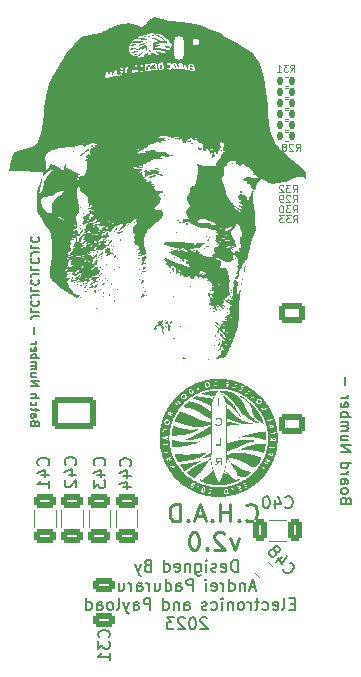
<source format=gbo>
%TF.GenerationSoftware,KiCad,Pcbnew,(7.0.0)*%
%TF.CreationDate,2023-06-12T15:08:34+01:00*%
%TF.ProjectId,Chad,43686164-2e6b-4696-9361-645f70636258,rev?*%
%TF.SameCoordinates,Original*%
%TF.FileFunction,Legend,Bot*%
%TF.FilePolarity,Positive*%
%FSLAX46Y46*%
G04 Gerber Fmt 4.6, Leading zero omitted, Abs format (unit mm)*
G04 Created by KiCad (PCBNEW (7.0.0)) date 2023-06-12 15:08:34*
%MOMM*%
%LPD*%
G01*
G04 APERTURE LIST*
G04 Aperture macros list*
%AMRoundRect*
0 Rectangle with rounded corners*
0 $1 Rounding radius*
0 $2 $3 $4 $5 $6 $7 $8 $9 X,Y pos of 4 corners*
0 Add a 4 corners polygon primitive as box body*
4,1,4,$2,$3,$4,$5,$6,$7,$8,$9,$2,$3,0*
0 Add four circle primitives for the rounded corners*
1,1,$1+$1,$2,$3*
1,1,$1+$1,$4,$5*
1,1,$1+$1,$6,$7*
1,1,$1+$1,$8,$9*
0 Add four rect primitives between the rounded corners*
20,1,$1+$1,$2,$3,$4,$5,0*
20,1,$1+$1,$4,$5,$6,$7,0*
20,1,$1+$1,$6,$7,$8,$9,0*
20,1,$1+$1,$8,$9,$2,$3,0*%
G04 Aperture macros list end*
%ADD10C,0.152400*%
%ADD11C,0.250000*%
%ADD12C,0.200000*%
%ADD13C,0.100000*%
%ADD14C,0.150000*%
%ADD15C,0.120000*%
%ADD16RoundRect,0.250000X-0.850000X-0.600000X0.850000X-0.600000X0.850000X0.600000X-0.850000X0.600000X0*%
%ADD17O,2.200000X1.700000*%
%ADD18C,5.600000*%
%ADD19R,1.700000X1.700000*%
%ADD20O,1.700000X1.700000*%
%ADD21C,0.600000*%
%ADD22O,0.900000X2.000000*%
%ADD23O,0.900000X1.700000*%
%ADD24RoundRect,0.250001X1.599999X-1.099999X1.599999X1.099999X-1.599999X1.099999X-1.599999X-1.099999X0*%
%ADD25O,3.700000X2.700000*%
%ADD26RoundRect,0.135000X-0.135000X-0.185000X0.135000X-0.185000X0.135000X0.185000X-0.135000X0.185000X0*%
%ADD27RoundRect,0.250000X0.325000X0.650000X-0.325000X0.650000X-0.325000X-0.650000X0.325000X-0.650000X0*%
%ADD28RoundRect,0.250000X-0.650000X0.325000X-0.650000X-0.325000X0.650000X-0.325000X0.650000X0.325000X0*%
%ADD29RoundRect,0.250000X0.524568X0.113813X0.203174X0.496835X-0.524568X-0.113813X-0.203174X-0.496835X0*%
%ADD30RoundRect,0.250000X0.650000X-0.325000X0.650000X0.325000X-0.650000X0.325000X-0.650000X-0.325000X0*%
G04 APERTURE END LIST*
D10*
X34069000Y-80640000D02*
X34035666Y-80540000D01*
X34035666Y-80540000D02*
X34002333Y-80506666D01*
X34002333Y-80506666D02*
X33935666Y-80473333D01*
X33935666Y-80473333D02*
X33835666Y-80473333D01*
X33835666Y-80473333D02*
X33769000Y-80506666D01*
X33769000Y-80506666D02*
X33735666Y-80540000D01*
X33735666Y-80540000D02*
X33702333Y-80606666D01*
X33702333Y-80606666D02*
X33702333Y-80873333D01*
X33702333Y-80873333D02*
X34402333Y-80873333D01*
X34402333Y-80873333D02*
X34402333Y-80640000D01*
X34402333Y-80640000D02*
X34369000Y-80573333D01*
X34369000Y-80573333D02*
X34335666Y-80540000D01*
X34335666Y-80540000D02*
X34269000Y-80506666D01*
X34269000Y-80506666D02*
X34202333Y-80506666D01*
X34202333Y-80506666D02*
X34135666Y-80540000D01*
X34135666Y-80540000D02*
X34102333Y-80573333D01*
X34102333Y-80573333D02*
X34069000Y-80640000D01*
X34069000Y-80640000D02*
X34069000Y-80873333D01*
X33702333Y-79873333D02*
X34069000Y-79873333D01*
X34069000Y-79873333D02*
X34135666Y-79906666D01*
X34135666Y-79906666D02*
X34169000Y-79973333D01*
X34169000Y-79973333D02*
X34169000Y-80106666D01*
X34169000Y-80106666D02*
X34135666Y-80173333D01*
X33735666Y-79873333D02*
X33702333Y-79940000D01*
X33702333Y-79940000D02*
X33702333Y-80106666D01*
X33702333Y-80106666D02*
X33735666Y-80173333D01*
X33735666Y-80173333D02*
X33802333Y-80206666D01*
X33802333Y-80206666D02*
X33869000Y-80206666D01*
X33869000Y-80206666D02*
X33935666Y-80173333D01*
X33935666Y-80173333D02*
X33969000Y-80106666D01*
X33969000Y-80106666D02*
X33969000Y-79940000D01*
X33969000Y-79940000D02*
X34002333Y-79873333D01*
X34169000Y-79640000D02*
X34169000Y-79373333D01*
X34402333Y-79540000D02*
X33802333Y-79540000D01*
X33802333Y-79540000D02*
X33735666Y-79506667D01*
X33735666Y-79506667D02*
X33702333Y-79440000D01*
X33702333Y-79440000D02*
X33702333Y-79373333D01*
X33735666Y-78840000D02*
X33702333Y-78906667D01*
X33702333Y-78906667D02*
X33702333Y-79040000D01*
X33702333Y-79040000D02*
X33735666Y-79106667D01*
X33735666Y-79106667D02*
X33769000Y-79140000D01*
X33769000Y-79140000D02*
X33835666Y-79173333D01*
X33835666Y-79173333D02*
X34035666Y-79173333D01*
X34035666Y-79173333D02*
X34102333Y-79140000D01*
X34102333Y-79140000D02*
X34135666Y-79106667D01*
X34135666Y-79106667D02*
X34169000Y-79040000D01*
X34169000Y-79040000D02*
X34169000Y-78906667D01*
X34169000Y-78906667D02*
X34135666Y-78840000D01*
X33702333Y-78540000D02*
X34402333Y-78540000D01*
X33702333Y-78240000D02*
X34069000Y-78240000D01*
X34069000Y-78240000D02*
X34135666Y-78273333D01*
X34135666Y-78273333D02*
X34169000Y-78340000D01*
X34169000Y-78340000D02*
X34169000Y-78440000D01*
X34169000Y-78440000D02*
X34135666Y-78506667D01*
X34135666Y-78506667D02*
X34102333Y-78540000D01*
X33702333Y-77486667D02*
X34402333Y-77486667D01*
X34402333Y-77486667D02*
X33702333Y-77086667D01*
X33702333Y-77086667D02*
X34402333Y-77086667D01*
X34169000Y-76453334D02*
X33702333Y-76453334D01*
X34169000Y-76753334D02*
X33802333Y-76753334D01*
X33802333Y-76753334D02*
X33735666Y-76720001D01*
X33735666Y-76720001D02*
X33702333Y-76653334D01*
X33702333Y-76653334D02*
X33702333Y-76553334D01*
X33702333Y-76553334D02*
X33735666Y-76486667D01*
X33735666Y-76486667D02*
X33769000Y-76453334D01*
X33702333Y-76120001D02*
X34169000Y-76120001D01*
X34102333Y-76120001D02*
X34135666Y-76086668D01*
X34135666Y-76086668D02*
X34169000Y-76020001D01*
X34169000Y-76020001D02*
X34169000Y-75920001D01*
X34169000Y-75920001D02*
X34135666Y-75853334D01*
X34135666Y-75853334D02*
X34069000Y-75820001D01*
X34069000Y-75820001D02*
X33702333Y-75820001D01*
X34069000Y-75820001D02*
X34135666Y-75786668D01*
X34135666Y-75786668D02*
X34169000Y-75720001D01*
X34169000Y-75720001D02*
X34169000Y-75620001D01*
X34169000Y-75620001D02*
X34135666Y-75553334D01*
X34135666Y-75553334D02*
X34069000Y-75520001D01*
X34069000Y-75520001D02*
X33702333Y-75520001D01*
X33702333Y-75186668D02*
X34402333Y-75186668D01*
X34135666Y-75186668D02*
X34169000Y-75120001D01*
X34169000Y-75120001D02*
X34169000Y-74986668D01*
X34169000Y-74986668D02*
X34135666Y-74920001D01*
X34135666Y-74920001D02*
X34102333Y-74886668D01*
X34102333Y-74886668D02*
X34035666Y-74853335D01*
X34035666Y-74853335D02*
X33835666Y-74853335D01*
X33835666Y-74853335D02*
X33769000Y-74886668D01*
X33769000Y-74886668D02*
X33735666Y-74920001D01*
X33735666Y-74920001D02*
X33702333Y-74986668D01*
X33702333Y-74986668D02*
X33702333Y-75120001D01*
X33702333Y-75120001D02*
X33735666Y-75186668D01*
X33735666Y-74286668D02*
X33702333Y-74353335D01*
X33702333Y-74353335D02*
X33702333Y-74486668D01*
X33702333Y-74486668D02*
X33735666Y-74553335D01*
X33735666Y-74553335D02*
X33802333Y-74586668D01*
X33802333Y-74586668D02*
X34069000Y-74586668D01*
X34069000Y-74586668D02*
X34135666Y-74553335D01*
X34135666Y-74553335D02*
X34169000Y-74486668D01*
X34169000Y-74486668D02*
X34169000Y-74353335D01*
X34169000Y-74353335D02*
X34135666Y-74286668D01*
X34135666Y-74286668D02*
X34069000Y-74253335D01*
X34069000Y-74253335D02*
X34002333Y-74253335D01*
X34002333Y-74253335D02*
X33935666Y-74586668D01*
X33702333Y-73953335D02*
X34169000Y-73953335D01*
X34035666Y-73953335D02*
X34102333Y-73920002D01*
X34102333Y-73920002D02*
X34135666Y-73886668D01*
X34135666Y-73886668D02*
X34169000Y-73820002D01*
X34169000Y-73820002D02*
X34169000Y-73753335D01*
X33969000Y-73100002D02*
X33969000Y-72566669D01*
X34402333Y-71613335D02*
X33902333Y-71613335D01*
X33902333Y-71613335D02*
X33802333Y-71646668D01*
X33802333Y-71646668D02*
X33735666Y-71713335D01*
X33735666Y-71713335D02*
X33702333Y-71813335D01*
X33702333Y-71813335D02*
X33702333Y-71880002D01*
X33702333Y-70946669D02*
X33702333Y-71280002D01*
X33702333Y-71280002D02*
X34402333Y-71280002D01*
X33769000Y-70313335D02*
X33735666Y-70346668D01*
X33735666Y-70346668D02*
X33702333Y-70446668D01*
X33702333Y-70446668D02*
X33702333Y-70513335D01*
X33702333Y-70513335D02*
X33735666Y-70613335D01*
X33735666Y-70613335D02*
X33802333Y-70680002D01*
X33802333Y-70680002D02*
X33869000Y-70713335D01*
X33869000Y-70713335D02*
X34002333Y-70746668D01*
X34002333Y-70746668D02*
X34102333Y-70746668D01*
X34102333Y-70746668D02*
X34235666Y-70713335D01*
X34235666Y-70713335D02*
X34302333Y-70680002D01*
X34302333Y-70680002D02*
X34369000Y-70613335D01*
X34369000Y-70613335D02*
X34402333Y-70513335D01*
X34402333Y-70513335D02*
X34402333Y-70446668D01*
X34402333Y-70446668D02*
X34369000Y-70346668D01*
X34369000Y-70346668D02*
X34335666Y-70313335D01*
X34402333Y-69813335D02*
X33902333Y-69813335D01*
X33902333Y-69813335D02*
X33802333Y-69846668D01*
X33802333Y-69846668D02*
X33735666Y-69913335D01*
X33735666Y-69913335D02*
X33702333Y-70013335D01*
X33702333Y-70013335D02*
X33702333Y-70080002D01*
X33702333Y-69146669D02*
X33702333Y-69480002D01*
X33702333Y-69480002D02*
X34402333Y-69480002D01*
X33769000Y-68513335D02*
X33735666Y-68546668D01*
X33735666Y-68546668D02*
X33702333Y-68646668D01*
X33702333Y-68646668D02*
X33702333Y-68713335D01*
X33702333Y-68713335D02*
X33735666Y-68813335D01*
X33735666Y-68813335D02*
X33802333Y-68880002D01*
X33802333Y-68880002D02*
X33869000Y-68913335D01*
X33869000Y-68913335D02*
X34002333Y-68946668D01*
X34002333Y-68946668D02*
X34102333Y-68946668D01*
X34102333Y-68946668D02*
X34235666Y-68913335D01*
X34235666Y-68913335D02*
X34302333Y-68880002D01*
X34302333Y-68880002D02*
X34369000Y-68813335D01*
X34369000Y-68813335D02*
X34402333Y-68713335D01*
X34402333Y-68713335D02*
X34402333Y-68646668D01*
X34402333Y-68646668D02*
X34369000Y-68546668D01*
X34369000Y-68546668D02*
X34335666Y-68513335D01*
X34402333Y-68013335D02*
X33902333Y-68013335D01*
X33902333Y-68013335D02*
X33802333Y-68046668D01*
X33802333Y-68046668D02*
X33735666Y-68113335D01*
X33735666Y-68113335D02*
X33702333Y-68213335D01*
X33702333Y-68213335D02*
X33702333Y-68280002D01*
X33702333Y-67346669D02*
X33702333Y-67680002D01*
X33702333Y-67680002D02*
X34402333Y-67680002D01*
X33769000Y-66713335D02*
X33735666Y-66746668D01*
X33735666Y-66746668D02*
X33702333Y-66846668D01*
X33702333Y-66846668D02*
X33702333Y-66913335D01*
X33702333Y-66913335D02*
X33735666Y-67013335D01*
X33735666Y-67013335D02*
X33802333Y-67080002D01*
X33802333Y-67080002D02*
X33869000Y-67113335D01*
X33869000Y-67113335D02*
X34002333Y-67146668D01*
X34002333Y-67146668D02*
X34102333Y-67146668D01*
X34102333Y-67146668D02*
X34235666Y-67113335D01*
X34235666Y-67113335D02*
X34302333Y-67080002D01*
X34302333Y-67080002D02*
X34369000Y-67013335D01*
X34369000Y-67013335D02*
X34402333Y-66913335D01*
X34402333Y-66913335D02*
X34402333Y-66846668D01*
X34402333Y-66846668D02*
X34369000Y-66746668D01*
X34369000Y-66746668D02*
X34335666Y-66713335D01*
X34402333Y-66213335D02*
X33902333Y-66213335D01*
X33902333Y-66213335D02*
X33802333Y-66246668D01*
X33802333Y-66246668D02*
X33735666Y-66313335D01*
X33735666Y-66313335D02*
X33702333Y-66413335D01*
X33702333Y-66413335D02*
X33702333Y-66480002D01*
X33702333Y-65546669D02*
X33702333Y-65880002D01*
X33702333Y-65880002D02*
X34402333Y-65880002D01*
X33769000Y-64913335D02*
X33735666Y-64946668D01*
X33735666Y-64946668D02*
X33702333Y-65046668D01*
X33702333Y-65046668D02*
X33702333Y-65113335D01*
X33702333Y-65113335D02*
X33735666Y-65213335D01*
X33735666Y-65213335D02*
X33802333Y-65280002D01*
X33802333Y-65280002D02*
X33869000Y-65313335D01*
X33869000Y-65313335D02*
X34002333Y-65346668D01*
X34002333Y-65346668D02*
X34102333Y-65346668D01*
X34102333Y-65346668D02*
X34235666Y-65313335D01*
X34235666Y-65313335D02*
X34302333Y-65280002D01*
X34302333Y-65280002D02*
X34369000Y-65213335D01*
X34369000Y-65213335D02*
X34402333Y-65113335D01*
X34402333Y-65113335D02*
X34402333Y-65046668D01*
X34402333Y-65046668D02*
X34369000Y-64946668D01*
X34369000Y-64946668D02*
X34335666Y-64913335D01*
X60395285Y-87211714D02*
X60352428Y-87083142D01*
X60352428Y-87083142D02*
X60309571Y-87040285D01*
X60309571Y-87040285D02*
X60223857Y-86997428D01*
X60223857Y-86997428D02*
X60095285Y-86997428D01*
X60095285Y-86997428D02*
X60009571Y-87040285D01*
X60009571Y-87040285D02*
X59966714Y-87083142D01*
X59966714Y-87083142D02*
X59923857Y-87168857D01*
X59923857Y-87168857D02*
X59923857Y-87511714D01*
X59923857Y-87511714D02*
X60823857Y-87511714D01*
X60823857Y-87511714D02*
X60823857Y-87211714D01*
X60823857Y-87211714D02*
X60781000Y-87126000D01*
X60781000Y-87126000D02*
X60738142Y-87083142D01*
X60738142Y-87083142D02*
X60652428Y-87040285D01*
X60652428Y-87040285D02*
X60566714Y-87040285D01*
X60566714Y-87040285D02*
X60481000Y-87083142D01*
X60481000Y-87083142D02*
X60438142Y-87126000D01*
X60438142Y-87126000D02*
X60395285Y-87211714D01*
X60395285Y-87211714D02*
X60395285Y-87511714D01*
X59923857Y-86483142D02*
X59966714Y-86568857D01*
X59966714Y-86568857D02*
X60009571Y-86611714D01*
X60009571Y-86611714D02*
X60095285Y-86654571D01*
X60095285Y-86654571D02*
X60352428Y-86654571D01*
X60352428Y-86654571D02*
X60438142Y-86611714D01*
X60438142Y-86611714D02*
X60481000Y-86568857D01*
X60481000Y-86568857D02*
X60523857Y-86483142D01*
X60523857Y-86483142D02*
X60523857Y-86354571D01*
X60523857Y-86354571D02*
X60481000Y-86268857D01*
X60481000Y-86268857D02*
X60438142Y-86226000D01*
X60438142Y-86226000D02*
X60352428Y-86183142D01*
X60352428Y-86183142D02*
X60095285Y-86183142D01*
X60095285Y-86183142D02*
X60009571Y-86226000D01*
X60009571Y-86226000D02*
X59966714Y-86268857D01*
X59966714Y-86268857D02*
X59923857Y-86354571D01*
X59923857Y-86354571D02*
X59923857Y-86483142D01*
X59923857Y-85411714D02*
X60395285Y-85411714D01*
X60395285Y-85411714D02*
X60481000Y-85454571D01*
X60481000Y-85454571D02*
X60523857Y-85540285D01*
X60523857Y-85540285D02*
X60523857Y-85711714D01*
X60523857Y-85711714D02*
X60481000Y-85797428D01*
X59966714Y-85411714D02*
X59923857Y-85497428D01*
X59923857Y-85497428D02*
X59923857Y-85711714D01*
X59923857Y-85711714D02*
X59966714Y-85797428D01*
X59966714Y-85797428D02*
X60052428Y-85840285D01*
X60052428Y-85840285D02*
X60138142Y-85840285D01*
X60138142Y-85840285D02*
X60223857Y-85797428D01*
X60223857Y-85797428D02*
X60266714Y-85711714D01*
X60266714Y-85711714D02*
X60266714Y-85497428D01*
X60266714Y-85497428D02*
X60309571Y-85411714D01*
X59923857Y-84983142D02*
X60523857Y-84983142D01*
X60352428Y-84983142D02*
X60438142Y-84940285D01*
X60438142Y-84940285D02*
X60481000Y-84897428D01*
X60481000Y-84897428D02*
X60523857Y-84811713D01*
X60523857Y-84811713D02*
X60523857Y-84725999D01*
X59923857Y-84040285D02*
X60823857Y-84040285D01*
X59966714Y-84040285D02*
X59923857Y-84125999D01*
X59923857Y-84125999D02*
X59923857Y-84297427D01*
X59923857Y-84297427D02*
X59966714Y-84383142D01*
X59966714Y-84383142D02*
X60009571Y-84425999D01*
X60009571Y-84425999D02*
X60095285Y-84468856D01*
X60095285Y-84468856D02*
X60352428Y-84468856D01*
X60352428Y-84468856D02*
X60438142Y-84425999D01*
X60438142Y-84425999D02*
X60481000Y-84383142D01*
X60481000Y-84383142D02*
X60523857Y-84297427D01*
X60523857Y-84297427D02*
X60523857Y-84125999D01*
X60523857Y-84125999D02*
X60481000Y-84040285D01*
X59923857Y-83071713D02*
X60823857Y-83071713D01*
X60823857Y-83071713D02*
X59923857Y-82557427D01*
X59923857Y-82557427D02*
X60823857Y-82557427D01*
X60523857Y-81743142D02*
X59923857Y-81743142D01*
X60523857Y-82128856D02*
X60052428Y-82128856D01*
X60052428Y-82128856D02*
X59966714Y-82085999D01*
X59966714Y-82085999D02*
X59923857Y-82000284D01*
X59923857Y-82000284D02*
X59923857Y-81871713D01*
X59923857Y-81871713D02*
X59966714Y-81785999D01*
X59966714Y-81785999D02*
X60009571Y-81743142D01*
X59923857Y-81314570D02*
X60523857Y-81314570D01*
X60438142Y-81314570D02*
X60481000Y-81271713D01*
X60481000Y-81271713D02*
X60523857Y-81185998D01*
X60523857Y-81185998D02*
X60523857Y-81057427D01*
X60523857Y-81057427D02*
X60481000Y-80971713D01*
X60481000Y-80971713D02*
X60395285Y-80928856D01*
X60395285Y-80928856D02*
X59923857Y-80928856D01*
X60395285Y-80928856D02*
X60481000Y-80885998D01*
X60481000Y-80885998D02*
X60523857Y-80800284D01*
X60523857Y-80800284D02*
X60523857Y-80671713D01*
X60523857Y-80671713D02*
X60481000Y-80585998D01*
X60481000Y-80585998D02*
X60395285Y-80543141D01*
X60395285Y-80543141D02*
X59923857Y-80543141D01*
X59923857Y-80114570D02*
X60823857Y-80114570D01*
X60481000Y-80114570D02*
X60523857Y-80028856D01*
X60523857Y-80028856D02*
X60523857Y-79857427D01*
X60523857Y-79857427D02*
X60481000Y-79771713D01*
X60481000Y-79771713D02*
X60438142Y-79728856D01*
X60438142Y-79728856D02*
X60352428Y-79685998D01*
X60352428Y-79685998D02*
X60095285Y-79685998D01*
X60095285Y-79685998D02*
X60009571Y-79728856D01*
X60009571Y-79728856D02*
X59966714Y-79771713D01*
X59966714Y-79771713D02*
X59923857Y-79857427D01*
X59923857Y-79857427D02*
X59923857Y-80028856D01*
X59923857Y-80028856D02*
X59966714Y-80114570D01*
X59966714Y-78957427D02*
X59923857Y-79043141D01*
X59923857Y-79043141D02*
X59923857Y-79214570D01*
X59923857Y-79214570D02*
X59966714Y-79300284D01*
X59966714Y-79300284D02*
X60052428Y-79343141D01*
X60052428Y-79343141D02*
X60395285Y-79343141D01*
X60395285Y-79343141D02*
X60481000Y-79300284D01*
X60481000Y-79300284D02*
X60523857Y-79214570D01*
X60523857Y-79214570D02*
X60523857Y-79043141D01*
X60523857Y-79043141D02*
X60481000Y-78957427D01*
X60481000Y-78957427D02*
X60395285Y-78914570D01*
X60395285Y-78914570D02*
X60309571Y-78914570D01*
X60309571Y-78914570D02*
X60223857Y-79343141D01*
X59923857Y-78528855D02*
X60523857Y-78528855D01*
X60352428Y-78528855D02*
X60438142Y-78485998D01*
X60438142Y-78485998D02*
X60481000Y-78443141D01*
X60481000Y-78443141D02*
X60523857Y-78357426D01*
X60523857Y-78357426D02*
X60523857Y-78271712D01*
X60266714Y-77431712D02*
X60266714Y-76745998D01*
D11*
X51936714Y-88847214D02*
X52008142Y-88918642D01*
X52008142Y-88918642D02*
X52222428Y-88990071D01*
X52222428Y-88990071D02*
X52365285Y-88990071D01*
X52365285Y-88990071D02*
X52579571Y-88918642D01*
X52579571Y-88918642D02*
X52722428Y-88775785D01*
X52722428Y-88775785D02*
X52793857Y-88632928D01*
X52793857Y-88632928D02*
X52865285Y-88347214D01*
X52865285Y-88347214D02*
X52865285Y-88132928D01*
X52865285Y-88132928D02*
X52793857Y-87847214D01*
X52793857Y-87847214D02*
X52722428Y-87704357D01*
X52722428Y-87704357D02*
X52579571Y-87561500D01*
X52579571Y-87561500D02*
X52365285Y-87490071D01*
X52365285Y-87490071D02*
X52222428Y-87490071D01*
X52222428Y-87490071D02*
X52008142Y-87561500D01*
X52008142Y-87561500D02*
X51936714Y-87632928D01*
X51293857Y-88847214D02*
X51222428Y-88918642D01*
X51222428Y-88918642D02*
X51293857Y-88990071D01*
X51293857Y-88990071D02*
X51365285Y-88918642D01*
X51365285Y-88918642D02*
X51293857Y-88847214D01*
X51293857Y-88847214D02*
X51293857Y-88990071D01*
X50579571Y-88990071D02*
X50579571Y-87490071D01*
X50579571Y-88204357D02*
X49722428Y-88204357D01*
X49722428Y-88990071D02*
X49722428Y-87490071D01*
X49008142Y-88847214D02*
X48936713Y-88918642D01*
X48936713Y-88918642D02*
X49008142Y-88990071D01*
X49008142Y-88990071D02*
X49079570Y-88918642D01*
X49079570Y-88918642D02*
X49008142Y-88847214D01*
X49008142Y-88847214D02*
X49008142Y-88990071D01*
X48365284Y-88561500D02*
X47650999Y-88561500D01*
X48508141Y-88990071D02*
X48008141Y-87490071D01*
X48008141Y-87490071D02*
X47508141Y-88990071D01*
X47008142Y-88847214D02*
X46936713Y-88918642D01*
X46936713Y-88918642D02*
X47008142Y-88990071D01*
X47008142Y-88990071D02*
X47079570Y-88918642D01*
X47079570Y-88918642D02*
X47008142Y-88847214D01*
X47008142Y-88847214D02*
X47008142Y-88990071D01*
X46293856Y-88990071D02*
X46293856Y-87490071D01*
X46293856Y-87490071D02*
X45936713Y-87490071D01*
X45936713Y-87490071D02*
X45722427Y-87561500D01*
X45722427Y-87561500D02*
X45579570Y-87704357D01*
X45579570Y-87704357D02*
X45508141Y-87847214D01*
X45508141Y-87847214D02*
X45436713Y-88132928D01*
X45436713Y-88132928D02*
X45436713Y-88347214D01*
X45436713Y-88347214D02*
X45508141Y-88632928D01*
X45508141Y-88632928D02*
X45579570Y-88775785D01*
X45579570Y-88775785D02*
X45722427Y-88918642D01*
X45722427Y-88918642D02*
X45936713Y-88990071D01*
X45936713Y-88990071D02*
X46293856Y-88990071D01*
X51293856Y-90420071D02*
X50936713Y-91420071D01*
X50936713Y-91420071D02*
X50579570Y-90420071D01*
X50079570Y-90062928D02*
X50008142Y-89991500D01*
X50008142Y-89991500D02*
X49865285Y-89920071D01*
X49865285Y-89920071D02*
X49508142Y-89920071D01*
X49508142Y-89920071D02*
X49365285Y-89991500D01*
X49365285Y-89991500D02*
X49293856Y-90062928D01*
X49293856Y-90062928D02*
X49222427Y-90205785D01*
X49222427Y-90205785D02*
X49222427Y-90348642D01*
X49222427Y-90348642D02*
X49293856Y-90562928D01*
X49293856Y-90562928D02*
X50150999Y-91420071D01*
X50150999Y-91420071D02*
X49222427Y-91420071D01*
X48579571Y-91277214D02*
X48508142Y-91348642D01*
X48508142Y-91348642D02*
X48579571Y-91420071D01*
X48579571Y-91420071D02*
X48650999Y-91348642D01*
X48650999Y-91348642D02*
X48579571Y-91277214D01*
X48579571Y-91277214D02*
X48579571Y-91420071D01*
X47579570Y-89920071D02*
X47436713Y-89920071D01*
X47436713Y-89920071D02*
X47293856Y-89991500D01*
X47293856Y-89991500D02*
X47222428Y-90062928D01*
X47222428Y-90062928D02*
X47150999Y-90205785D01*
X47150999Y-90205785D02*
X47079570Y-90491500D01*
X47079570Y-90491500D02*
X47079570Y-90848642D01*
X47079570Y-90848642D02*
X47150999Y-91134357D01*
X47150999Y-91134357D02*
X47222428Y-91277214D01*
X47222428Y-91277214D02*
X47293856Y-91348642D01*
X47293856Y-91348642D02*
X47436713Y-91420071D01*
X47436713Y-91420071D02*
X47579570Y-91420071D01*
X47579570Y-91420071D02*
X47722428Y-91348642D01*
X47722428Y-91348642D02*
X47793856Y-91277214D01*
X47793856Y-91277214D02*
X47865285Y-91134357D01*
X47865285Y-91134357D02*
X47936713Y-90848642D01*
X47936713Y-90848642D02*
X47936713Y-90491500D01*
X47936713Y-90491500D02*
X47865285Y-90205785D01*
X47865285Y-90205785D02*
X47793856Y-90062928D01*
X47793856Y-90062928D02*
X47722428Y-89991500D01*
X47722428Y-89991500D02*
X47579570Y-89920071D01*
D12*
X51200999Y-93245380D02*
X51200999Y-92245380D01*
X51200999Y-92245380D02*
X50962904Y-92245380D01*
X50962904Y-92245380D02*
X50820047Y-92293000D01*
X50820047Y-92293000D02*
X50724809Y-92388238D01*
X50724809Y-92388238D02*
X50677190Y-92483476D01*
X50677190Y-92483476D02*
X50629571Y-92673952D01*
X50629571Y-92673952D02*
X50629571Y-92816809D01*
X50629571Y-92816809D02*
X50677190Y-93007285D01*
X50677190Y-93007285D02*
X50724809Y-93102523D01*
X50724809Y-93102523D02*
X50820047Y-93197761D01*
X50820047Y-93197761D02*
X50962904Y-93245380D01*
X50962904Y-93245380D02*
X51200999Y-93245380D01*
X49820047Y-93197761D02*
X49915285Y-93245380D01*
X49915285Y-93245380D02*
X50105761Y-93245380D01*
X50105761Y-93245380D02*
X50200999Y-93197761D01*
X50200999Y-93197761D02*
X50248618Y-93102523D01*
X50248618Y-93102523D02*
X50248618Y-92721571D01*
X50248618Y-92721571D02*
X50200999Y-92626333D01*
X50200999Y-92626333D02*
X50105761Y-92578714D01*
X50105761Y-92578714D02*
X49915285Y-92578714D01*
X49915285Y-92578714D02*
X49820047Y-92626333D01*
X49820047Y-92626333D02*
X49772428Y-92721571D01*
X49772428Y-92721571D02*
X49772428Y-92816809D01*
X49772428Y-92816809D02*
X50248618Y-92912047D01*
X49391475Y-93197761D02*
X49296237Y-93245380D01*
X49296237Y-93245380D02*
X49105761Y-93245380D01*
X49105761Y-93245380D02*
X49010523Y-93197761D01*
X49010523Y-93197761D02*
X48962904Y-93102523D01*
X48962904Y-93102523D02*
X48962904Y-93054904D01*
X48962904Y-93054904D02*
X49010523Y-92959666D01*
X49010523Y-92959666D02*
X49105761Y-92912047D01*
X49105761Y-92912047D02*
X49248618Y-92912047D01*
X49248618Y-92912047D02*
X49343856Y-92864428D01*
X49343856Y-92864428D02*
X49391475Y-92769190D01*
X49391475Y-92769190D02*
X49391475Y-92721571D01*
X49391475Y-92721571D02*
X49343856Y-92626333D01*
X49343856Y-92626333D02*
X49248618Y-92578714D01*
X49248618Y-92578714D02*
X49105761Y-92578714D01*
X49105761Y-92578714D02*
X49010523Y-92626333D01*
X48534332Y-93245380D02*
X48534332Y-92578714D01*
X48534332Y-92245380D02*
X48581951Y-92293000D01*
X48581951Y-92293000D02*
X48534332Y-92340619D01*
X48534332Y-92340619D02*
X48486713Y-92293000D01*
X48486713Y-92293000D02*
X48534332Y-92245380D01*
X48534332Y-92245380D02*
X48534332Y-92340619D01*
X47629571Y-92578714D02*
X47629571Y-93388238D01*
X47629571Y-93388238D02*
X47677190Y-93483476D01*
X47677190Y-93483476D02*
X47724809Y-93531095D01*
X47724809Y-93531095D02*
X47820047Y-93578714D01*
X47820047Y-93578714D02*
X47962904Y-93578714D01*
X47962904Y-93578714D02*
X48058142Y-93531095D01*
X47629571Y-93197761D02*
X47724809Y-93245380D01*
X47724809Y-93245380D02*
X47915285Y-93245380D01*
X47915285Y-93245380D02*
X48010523Y-93197761D01*
X48010523Y-93197761D02*
X48058142Y-93150142D01*
X48058142Y-93150142D02*
X48105761Y-93054904D01*
X48105761Y-93054904D02*
X48105761Y-92769190D01*
X48105761Y-92769190D02*
X48058142Y-92673952D01*
X48058142Y-92673952D02*
X48010523Y-92626333D01*
X48010523Y-92626333D02*
X47915285Y-92578714D01*
X47915285Y-92578714D02*
X47724809Y-92578714D01*
X47724809Y-92578714D02*
X47629571Y-92626333D01*
X47153380Y-92578714D02*
X47153380Y-93245380D01*
X47153380Y-92673952D02*
X47105761Y-92626333D01*
X47105761Y-92626333D02*
X47010523Y-92578714D01*
X47010523Y-92578714D02*
X46867666Y-92578714D01*
X46867666Y-92578714D02*
X46772428Y-92626333D01*
X46772428Y-92626333D02*
X46724809Y-92721571D01*
X46724809Y-92721571D02*
X46724809Y-93245380D01*
X45867666Y-93197761D02*
X45962904Y-93245380D01*
X45962904Y-93245380D02*
X46153380Y-93245380D01*
X46153380Y-93245380D02*
X46248618Y-93197761D01*
X46248618Y-93197761D02*
X46296237Y-93102523D01*
X46296237Y-93102523D02*
X46296237Y-92721571D01*
X46296237Y-92721571D02*
X46248618Y-92626333D01*
X46248618Y-92626333D02*
X46153380Y-92578714D01*
X46153380Y-92578714D02*
X45962904Y-92578714D01*
X45962904Y-92578714D02*
X45867666Y-92626333D01*
X45867666Y-92626333D02*
X45820047Y-92721571D01*
X45820047Y-92721571D02*
X45820047Y-92816809D01*
X45820047Y-92816809D02*
X46296237Y-92912047D01*
X44962904Y-93245380D02*
X44962904Y-92245380D01*
X44962904Y-93197761D02*
X45058142Y-93245380D01*
X45058142Y-93245380D02*
X45248618Y-93245380D01*
X45248618Y-93245380D02*
X45343856Y-93197761D01*
X45343856Y-93197761D02*
X45391475Y-93150142D01*
X45391475Y-93150142D02*
X45439094Y-93054904D01*
X45439094Y-93054904D02*
X45439094Y-92769190D01*
X45439094Y-92769190D02*
X45391475Y-92673952D01*
X45391475Y-92673952D02*
X45343856Y-92626333D01*
X45343856Y-92626333D02*
X45248618Y-92578714D01*
X45248618Y-92578714D02*
X45058142Y-92578714D01*
X45058142Y-92578714D02*
X44962904Y-92626333D01*
X43553380Y-92721571D02*
X43410523Y-92769190D01*
X43410523Y-92769190D02*
X43362904Y-92816809D01*
X43362904Y-92816809D02*
X43315285Y-92912047D01*
X43315285Y-92912047D02*
X43315285Y-93054904D01*
X43315285Y-93054904D02*
X43362904Y-93150142D01*
X43362904Y-93150142D02*
X43410523Y-93197761D01*
X43410523Y-93197761D02*
X43505761Y-93245380D01*
X43505761Y-93245380D02*
X43886713Y-93245380D01*
X43886713Y-93245380D02*
X43886713Y-92245380D01*
X43886713Y-92245380D02*
X43553380Y-92245380D01*
X43553380Y-92245380D02*
X43458142Y-92293000D01*
X43458142Y-92293000D02*
X43410523Y-92340619D01*
X43410523Y-92340619D02*
X43362904Y-92435857D01*
X43362904Y-92435857D02*
X43362904Y-92531095D01*
X43362904Y-92531095D02*
X43410523Y-92626333D01*
X43410523Y-92626333D02*
X43458142Y-92673952D01*
X43458142Y-92673952D02*
X43553380Y-92721571D01*
X43553380Y-92721571D02*
X43886713Y-92721571D01*
X42981951Y-92578714D02*
X42743856Y-93245380D01*
X42505761Y-92578714D02*
X42743856Y-93245380D01*
X42743856Y-93245380D02*
X42839094Y-93483476D01*
X42839094Y-93483476D02*
X42886713Y-93531095D01*
X42886713Y-93531095D02*
X42981951Y-93578714D01*
X52701000Y-94579666D02*
X52224810Y-94579666D01*
X52796238Y-94865380D02*
X52462905Y-93865380D01*
X52462905Y-93865380D02*
X52129572Y-94865380D01*
X51796238Y-94198714D02*
X51796238Y-94865380D01*
X51796238Y-94293952D02*
X51748619Y-94246333D01*
X51748619Y-94246333D02*
X51653381Y-94198714D01*
X51653381Y-94198714D02*
X51510524Y-94198714D01*
X51510524Y-94198714D02*
X51415286Y-94246333D01*
X51415286Y-94246333D02*
X51367667Y-94341571D01*
X51367667Y-94341571D02*
X51367667Y-94865380D01*
X50462905Y-94865380D02*
X50462905Y-93865380D01*
X50462905Y-94817761D02*
X50558143Y-94865380D01*
X50558143Y-94865380D02*
X50748619Y-94865380D01*
X50748619Y-94865380D02*
X50843857Y-94817761D01*
X50843857Y-94817761D02*
X50891476Y-94770142D01*
X50891476Y-94770142D02*
X50939095Y-94674904D01*
X50939095Y-94674904D02*
X50939095Y-94389190D01*
X50939095Y-94389190D02*
X50891476Y-94293952D01*
X50891476Y-94293952D02*
X50843857Y-94246333D01*
X50843857Y-94246333D02*
X50748619Y-94198714D01*
X50748619Y-94198714D02*
X50558143Y-94198714D01*
X50558143Y-94198714D02*
X50462905Y-94246333D01*
X49986714Y-94865380D02*
X49986714Y-94198714D01*
X49986714Y-94389190D02*
X49939095Y-94293952D01*
X49939095Y-94293952D02*
X49891476Y-94246333D01*
X49891476Y-94246333D02*
X49796238Y-94198714D01*
X49796238Y-94198714D02*
X49701000Y-94198714D01*
X48986714Y-94817761D02*
X49081952Y-94865380D01*
X49081952Y-94865380D02*
X49272428Y-94865380D01*
X49272428Y-94865380D02*
X49367666Y-94817761D01*
X49367666Y-94817761D02*
X49415285Y-94722523D01*
X49415285Y-94722523D02*
X49415285Y-94341571D01*
X49415285Y-94341571D02*
X49367666Y-94246333D01*
X49367666Y-94246333D02*
X49272428Y-94198714D01*
X49272428Y-94198714D02*
X49081952Y-94198714D01*
X49081952Y-94198714D02*
X48986714Y-94246333D01*
X48986714Y-94246333D02*
X48939095Y-94341571D01*
X48939095Y-94341571D02*
X48939095Y-94436809D01*
X48939095Y-94436809D02*
X49415285Y-94532047D01*
X48510523Y-94865380D02*
X48510523Y-94198714D01*
X48510523Y-93865380D02*
X48558142Y-93913000D01*
X48558142Y-93913000D02*
X48510523Y-93960619D01*
X48510523Y-93960619D02*
X48462904Y-93913000D01*
X48462904Y-93913000D02*
X48510523Y-93865380D01*
X48510523Y-93865380D02*
X48510523Y-93960619D01*
X47434333Y-94865380D02*
X47434333Y-93865380D01*
X47434333Y-93865380D02*
X47053381Y-93865380D01*
X47053381Y-93865380D02*
X46958143Y-93913000D01*
X46958143Y-93913000D02*
X46910524Y-93960619D01*
X46910524Y-93960619D02*
X46862905Y-94055857D01*
X46862905Y-94055857D02*
X46862905Y-94198714D01*
X46862905Y-94198714D02*
X46910524Y-94293952D01*
X46910524Y-94293952D02*
X46958143Y-94341571D01*
X46958143Y-94341571D02*
X47053381Y-94389190D01*
X47053381Y-94389190D02*
X47434333Y-94389190D01*
X46005762Y-94865380D02*
X46005762Y-94341571D01*
X46005762Y-94341571D02*
X46053381Y-94246333D01*
X46053381Y-94246333D02*
X46148619Y-94198714D01*
X46148619Y-94198714D02*
X46339095Y-94198714D01*
X46339095Y-94198714D02*
X46434333Y-94246333D01*
X46005762Y-94817761D02*
X46101000Y-94865380D01*
X46101000Y-94865380D02*
X46339095Y-94865380D01*
X46339095Y-94865380D02*
X46434333Y-94817761D01*
X46434333Y-94817761D02*
X46481952Y-94722523D01*
X46481952Y-94722523D02*
X46481952Y-94627285D01*
X46481952Y-94627285D02*
X46434333Y-94532047D01*
X46434333Y-94532047D02*
X46339095Y-94484428D01*
X46339095Y-94484428D02*
X46101000Y-94484428D01*
X46101000Y-94484428D02*
X46005762Y-94436809D01*
X45101000Y-94865380D02*
X45101000Y-93865380D01*
X45101000Y-94817761D02*
X45196238Y-94865380D01*
X45196238Y-94865380D02*
X45386714Y-94865380D01*
X45386714Y-94865380D02*
X45481952Y-94817761D01*
X45481952Y-94817761D02*
X45529571Y-94770142D01*
X45529571Y-94770142D02*
X45577190Y-94674904D01*
X45577190Y-94674904D02*
X45577190Y-94389190D01*
X45577190Y-94389190D02*
X45529571Y-94293952D01*
X45529571Y-94293952D02*
X45481952Y-94246333D01*
X45481952Y-94246333D02*
X45386714Y-94198714D01*
X45386714Y-94198714D02*
X45196238Y-94198714D01*
X45196238Y-94198714D02*
X45101000Y-94246333D01*
X44196238Y-94198714D02*
X44196238Y-94865380D01*
X44624809Y-94198714D02*
X44624809Y-94722523D01*
X44624809Y-94722523D02*
X44577190Y-94817761D01*
X44577190Y-94817761D02*
X44481952Y-94865380D01*
X44481952Y-94865380D02*
X44339095Y-94865380D01*
X44339095Y-94865380D02*
X44243857Y-94817761D01*
X44243857Y-94817761D02*
X44196238Y-94770142D01*
X43720047Y-94865380D02*
X43720047Y-94198714D01*
X43720047Y-94389190D02*
X43672428Y-94293952D01*
X43672428Y-94293952D02*
X43624809Y-94246333D01*
X43624809Y-94246333D02*
X43529571Y-94198714D01*
X43529571Y-94198714D02*
X43434333Y-94198714D01*
X42672428Y-94865380D02*
X42672428Y-94341571D01*
X42672428Y-94341571D02*
X42720047Y-94246333D01*
X42720047Y-94246333D02*
X42815285Y-94198714D01*
X42815285Y-94198714D02*
X43005761Y-94198714D01*
X43005761Y-94198714D02*
X43100999Y-94246333D01*
X42672428Y-94817761D02*
X42767666Y-94865380D01*
X42767666Y-94865380D02*
X43005761Y-94865380D01*
X43005761Y-94865380D02*
X43100999Y-94817761D01*
X43100999Y-94817761D02*
X43148618Y-94722523D01*
X43148618Y-94722523D02*
X43148618Y-94627285D01*
X43148618Y-94627285D02*
X43100999Y-94532047D01*
X43100999Y-94532047D02*
X43005761Y-94484428D01*
X43005761Y-94484428D02*
X42767666Y-94484428D01*
X42767666Y-94484428D02*
X42672428Y-94436809D01*
X42196237Y-94865380D02*
X42196237Y-94198714D01*
X42196237Y-94389190D02*
X42148618Y-94293952D01*
X42148618Y-94293952D02*
X42100999Y-94246333D01*
X42100999Y-94246333D02*
X42005761Y-94198714D01*
X42005761Y-94198714D02*
X41910523Y-94198714D01*
X41148618Y-94198714D02*
X41148618Y-94865380D01*
X41577189Y-94198714D02*
X41577189Y-94722523D01*
X41577189Y-94722523D02*
X41529570Y-94817761D01*
X41529570Y-94817761D02*
X41434332Y-94865380D01*
X41434332Y-94865380D02*
X41291475Y-94865380D01*
X41291475Y-94865380D02*
X41196237Y-94817761D01*
X41196237Y-94817761D02*
X41148618Y-94770142D01*
X56015286Y-95961571D02*
X55681953Y-95961571D01*
X55539096Y-96485380D02*
X56015286Y-96485380D01*
X56015286Y-96485380D02*
X56015286Y-95485380D01*
X56015286Y-95485380D02*
X55539096Y-95485380D01*
X54967667Y-96485380D02*
X55062905Y-96437761D01*
X55062905Y-96437761D02*
X55110524Y-96342523D01*
X55110524Y-96342523D02*
X55110524Y-95485380D01*
X54205762Y-96437761D02*
X54301000Y-96485380D01*
X54301000Y-96485380D02*
X54491476Y-96485380D01*
X54491476Y-96485380D02*
X54586714Y-96437761D01*
X54586714Y-96437761D02*
X54634333Y-96342523D01*
X54634333Y-96342523D02*
X54634333Y-95961571D01*
X54634333Y-95961571D02*
X54586714Y-95866333D01*
X54586714Y-95866333D02*
X54491476Y-95818714D01*
X54491476Y-95818714D02*
X54301000Y-95818714D01*
X54301000Y-95818714D02*
X54205762Y-95866333D01*
X54205762Y-95866333D02*
X54158143Y-95961571D01*
X54158143Y-95961571D02*
X54158143Y-96056809D01*
X54158143Y-96056809D02*
X54634333Y-96152047D01*
X53301000Y-96437761D02*
X53396238Y-96485380D01*
X53396238Y-96485380D02*
X53586714Y-96485380D01*
X53586714Y-96485380D02*
X53681952Y-96437761D01*
X53681952Y-96437761D02*
X53729571Y-96390142D01*
X53729571Y-96390142D02*
X53777190Y-96294904D01*
X53777190Y-96294904D02*
X53777190Y-96009190D01*
X53777190Y-96009190D02*
X53729571Y-95913952D01*
X53729571Y-95913952D02*
X53681952Y-95866333D01*
X53681952Y-95866333D02*
X53586714Y-95818714D01*
X53586714Y-95818714D02*
X53396238Y-95818714D01*
X53396238Y-95818714D02*
X53301000Y-95866333D01*
X53015285Y-95818714D02*
X52634333Y-95818714D01*
X52872428Y-95485380D02*
X52872428Y-96342523D01*
X52872428Y-96342523D02*
X52824809Y-96437761D01*
X52824809Y-96437761D02*
X52729571Y-96485380D01*
X52729571Y-96485380D02*
X52634333Y-96485380D01*
X52300999Y-96485380D02*
X52300999Y-95818714D01*
X52300999Y-96009190D02*
X52253380Y-95913952D01*
X52253380Y-95913952D02*
X52205761Y-95866333D01*
X52205761Y-95866333D02*
X52110523Y-95818714D01*
X52110523Y-95818714D02*
X52015285Y-95818714D01*
X51539094Y-96485380D02*
X51634332Y-96437761D01*
X51634332Y-96437761D02*
X51681951Y-96390142D01*
X51681951Y-96390142D02*
X51729570Y-96294904D01*
X51729570Y-96294904D02*
X51729570Y-96009190D01*
X51729570Y-96009190D02*
X51681951Y-95913952D01*
X51681951Y-95913952D02*
X51634332Y-95866333D01*
X51634332Y-95866333D02*
X51539094Y-95818714D01*
X51539094Y-95818714D02*
X51396237Y-95818714D01*
X51396237Y-95818714D02*
X51300999Y-95866333D01*
X51300999Y-95866333D02*
X51253380Y-95913952D01*
X51253380Y-95913952D02*
X51205761Y-96009190D01*
X51205761Y-96009190D02*
X51205761Y-96294904D01*
X51205761Y-96294904D02*
X51253380Y-96390142D01*
X51253380Y-96390142D02*
X51300999Y-96437761D01*
X51300999Y-96437761D02*
X51396237Y-96485380D01*
X51396237Y-96485380D02*
X51539094Y-96485380D01*
X50777189Y-95818714D02*
X50777189Y-96485380D01*
X50777189Y-95913952D02*
X50729570Y-95866333D01*
X50729570Y-95866333D02*
X50634332Y-95818714D01*
X50634332Y-95818714D02*
X50491475Y-95818714D01*
X50491475Y-95818714D02*
X50396237Y-95866333D01*
X50396237Y-95866333D02*
X50348618Y-95961571D01*
X50348618Y-95961571D02*
X50348618Y-96485380D01*
X49872427Y-96485380D02*
X49872427Y-95818714D01*
X49872427Y-95485380D02*
X49920046Y-95533000D01*
X49920046Y-95533000D02*
X49872427Y-95580619D01*
X49872427Y-95580619D02*
X49824808Y-95533000D01*
X49824808Y-95533000D02*
X49872427Y-95485380D01*
X49872427Y-95485380D02*
X49872427Y-95580619D01*
X48967666Y-96437761D02*
X49062904Y-96485380D01*
X49062904Y-96485380D02*
X49253380Y-96485380D01*
X49253380Y-96485380D02*
X49348618Y-96437761D01*
X49348618Y-96437761D02*
X49396237Y-96390142D01*
X49396237Y-96390142D02*
X49443856Y-96294904D01*
X49443856Y-96294904D02*
X49443856Y-96009190D01*
X49443856Y-96009190D02*
X49396237Y-95913952D01*
X49396237Y-95913952D02*
X49348618Y-95866333D01*
X49348618Y-95866333D02*
X49253380Y-95818714D01*
X49253380Y-95818714D02*
X49062904Y-95818714D01*
X49062904Y-95818714D02*
X48967666Y-95866333D01*
X48586713Y-96437761D02*
X48491475Y-96485380D01*
X48491475Y-96485380D02*
X48300999Y-96485380D01*
X48300999Y-96485380D02*
X48205761Y-96437761D01*
X48205761Y-96437761D02*
X48158142Y-96342523D01*
X48158142Y-96342523D02*
X48158142Y-96294904D01*
X48158142Y-96294904D02*
X48205761Y-96199666D01*
X48205761Y-96199666D02*
X48300999Y-96152047D01*
X48300999Y-96152047D02*
X48443856Y-96152047D01*
X48443856Y-96152047D02*
X48539094Y-96104428D01*
X48539094Y-96104428D02*
X48586713Y-96009190D01*
X48586713Y-96009190D02*
X48586713Y-95961571D01*
X48586713Y-95961571D02*
X48539094Y-95866333D01*
X48539094Y-95866333D02*
X48443856Y-95818714D01*
X48443856Y-95818714D02*
X48300999Y-95818714D01*
X48300999Y-95818714D02*
X48205761Y-95866333D01*
X46700999Y-96485380D02*
X46700999Y-95961571D01*
X46700999Y-95961571D02*
X46748618Y-95866333D01*
X46748618Y-95866333D02*
X46843856Y-95818714D01*
X46843856Y-95818714D02*
X47034332Y-95818714D01*
X47034332Y-95818714D02*
X47129570Y-95866333D01*
X46700999Y-96437761D02*
X46796237Y-96485380D01*
X46796237Y-96485380D02*
X47034332Y-96485380D01*
X47034332Y-96485380D02*
X47129570Y-96437761D01*
X47129570Y-96437761D02*
X47177189Y-96342523D01*
X47177189Y-96342523D02*
X47177189Y-96247285D01*
X47177189Y-96247285D02*
X47129570Y-96152047D01*
X47129570Y-96152047D02*
X47034332Y-96104428D01*
X47034332Y-96104428D02*
X46796237Y-96104428D01*
X46796237Y-96104428D02*
X46700999Y-96056809D01*
X46224808Y-95818714D02*
X46224808Y-96485380D01*
X46224808Y-95913952D02*
X46177189Y-95866333D01*
X46177189Y-95866333D02*
X46081951Y-95818714D01*
X46081951Y-95818714D02*
X45939094Y-95818714D01*
X45939094Y-95818714D02*
X45843856Y-95866333D01*
X45843856Y-95866333D02*
X45796237Y-95961571D01*
X45796237Y-95961571D02*
X45796237Y-96485380D01*
X44891475Y-96485380D02*
X44891475Y-95485380D01*
X44891475Y-96437761D02*
X44986713Y-96485380D01*
X44986713Y-96485380D02*
X45177189Y-96485380D01*
X45177189Y-96485380D02*
X45272427Y-96437761D01*
X45272427Y-96437761D02*
X45320046Y-96390142D01*
X45320046Y-96390142D02*
X45367665Y-96294904D01*
X45367665Y-96294904D02*
X45367665Y-96009190D01*
X45367665Y-96009190D02*
X45320046Y-95913952D01*
X45320046Y-95913952D02*
X45272427Y-95866333D01*
X45272427Y-95866333D02*
X45177189Y-95818714D01*
X45177189Y-95818714D02*
X44986713Y-95818714D01*
X44986713Y-95818714D02*
X44891475Y-95866333D01*
X43815284Y-96485380D02*
X43815284Y-95485380D01*
X43815284Y-95485380D02*
X43434332Y-95485380D01*
X43434332Y-95485380D02*
X43339094Y-95533000D01*
X43339094Y-95533000D02*
X43291475Y-95580619D01*
X43291475Y-95580619D02*
X43243856Y-95675857D01*
X43243856Y-95675857D02*
X43243856Y-95818714D01*
X43243856Y-95818714D02*
X43291475Y-95913952D01*
X43291475Y-95913952D02*
X43339094Y-95961571D01*
X43339094Y-95961571D02*
X43434332Y-96009190D01*
X43434332Y-96009190D02*
X43815284Y-96009190D01*
X42386713Y-96485380D02*
X42386713Y-95961571D01*
X42386713Y-95961571D02*
X42434332Y-95866333D01*
X42434332Y-95866333D02*
X42529570Y-95818714D01*
X42529570Y-95818714D02*
X42720046Y-95818714D01*
X42720046Y-95818714D02*
X42815284Y-95866333D01*
X42386713Y-96437761D02*
X42481951Y-96485380D01*
X42481951Y-96485380D02*
X42720046Y-96485380D01*
X42720046Y-96485380D02*
X42815284Y-96437761D01*
X42815284Y-96437761D02*
X42862903Y-96342523D01*
X42862903Y-96342523D02*
X42862903Y-96247285D01*
X42862903Y-96247285D02*
X42815284Y-96152047D01*
X42815284Y-96152047D02*
X42720046Y-96104428D01*
X42720046Y-96104428D02*
X42481951Y-96104428D01*
X42481951Y-96104428D02*
X42386713Y-96056809D01*
X42005760Y-95818714D02*
X41767665Y-96485380D01*
X41529570Y-95818714D02*
X41767665Y-96485380D01*
X41767665Y-96485380D02*
X41862903Y-96723476D01*
X41862903Y-96723476D02*
X41910522Y-96771095D01*
X41910522Y-96771095D02*
X42005760Y-96818714D01*
X41005760Y-96485380D02*
X41100998Y-96437761D01*
X41100998Y-96437761D02*
X41148617Y-96342523D01*
X41148617Y-96342523D02*
X41148617Y-95485380D01*
X40481950Y-96485380D02*
X40577188Y-96437761D01*
X40577188Y-96437761D02*
X40624807Y-96390142D01*
X40624807Y-96390142D02*
X40672426Y-96294904D01*
X40672426Y-96294904D02*
X40672426Y-96009190D01*
X40672426Y-96009190D02*
X40624807Y-95913952D01*
X40624807Y-95913952D02*
X40577188Y-95866333D01*
X40577188Y-95866333D02*
X40481950Y-95818714D01*
X40481950Y-95818714D02*
X40339093Y-95818714D01*
X40339093Y-95818714D02*
X40243855Y-95866333D01*
X40243855Y-95866333D02*
X40196236Y-95913952D01*
X40196236Y-95913952D02*
X40148617Y-96009190D01*
X40148617Y-96009190D02*
X40148617Y-96294904D01*
X40148617Y-96294904D02*
X40196236Y-96390142D01*
X40196236Y-96390142D02*
X40243855Y-96437761D01*
X40243855Y-96437761D02*
X40339093Y-96485380D01*
X40339093Y-96485380D02*
X40481950Y-96485380D01*
X39291474Y-96485380D02*
X39291474Y-95961571D01*
X39291474Y-95961571D02*
X39339093Y-95866333D01*
X39339093Y-95866333D02*
X39434331Y-95818714D01*
X39434331Y-95818714D02*
X39624807Y-95818714D01*
X39624807Y-95818714D02*
X39720045Y-95866333D01*
X39291474Y-96437761D02*
X39386712Y-96485380D01*
X39386712Y-96485380D02*
X39624807Y-96485380D01*
X39624807Y-96485380D02*
X39720045Y-96437761D01*
X39720045Y-96437761D02*
X39767664Y-96342523D01*
X39767664Y-96342523D02*
X39767664Y-96247285D01*
X39767664Y-96247285D02*
X39720045Y-96152047D01*
X39720045Y-96152047D02*
X39624807Y-96104428D01*
X39624807Y-96104428D02*
X39386712Y-96104428D01*
X39386712Y-96104428D02*
X39291474Y-96056809D01*
X38386712Y-96485380D02*
X38386712Y-95485380D01*
X38386712Y-96437761D02*
X38481950Y-96485380D01*
X38481950Y-96485380D02*
X38672426Y-96485380D01*
X38672426Y-96485380D02*
X38767664Y-96437761D01*
X38767664Y-96437761D02*
X38815283Y-96390142D01*
X38815283Y-96390142D02*
X38862902Y-96294904D01*
X38862902Y-96294904D02*
X38862902Y-96009190D01*
X38862902Y-96009190D02*
X38815283Y-95913952D01*
X38815283Y-95913952D02*
X38767664Y-95866333D01*
X38767664Y-95866333D02*
X38672426Y-95818714D01*
X38672426Y-95818714D02*
X38481950Y-95818714D01*
X38481950Y-95818714D02*
X38386712Y-95866333D01*
X48615285Y-97200619D02*
X48567666Y-97153000D01*
X48567666Y-97153000D02*
X48472428Y-97105380D01*
X48472428Y-97105380D02*
X48234333Y-97105380D01*
X48234333Y-97105380D02*
X48139095Y-97153000D01*
X48139095Y-97153000D02*
X48091476Y-97200619D01*
X48091476Y-97200619D02*
X48043857Y-97295857D01*
X48043857Y-97295857D02*
X48043857Y-97391095D01*
X48043857Y-97391095D02*
X48091476Y-97533952D01*
X48091476Y-97533952D02*
X48662904Y-98105380D01*
X48662904Y-98105380D02*
X48043857Y-98105380D01*
X47424809Y-97105380D02*
X47329571Y-97105380D01*
X47329571Y-97105380D02*
X47234333Y-97153000D01*
X47234333Y-97153000D02*
X47186714Y-97200619D01*
X47186714Y-97200619D02*
X47139095Y-97295857D01*
X47139095Y-97295857D02*
X47091476Y-97486333D01*
X47091476Y-97486333D02*
X47091476Y-97724428D01*
X47091476Y-97724428D02*
X47139095Y-97914904D01*
X47139095Y-97914904D02*
X47186714Y-98010142D01*
X47186714Y-98010142D02*
X47234333Y-98057761D01*
X47234333Y-98057761D02*
X47329571Y-98105380D01*
X47329571Y-98105380D02*
X47424809Y-98105380D01*
X47424809Y-98105380D02*
X47520047Y-98057761D01*
X47520047Y-98057761D02*
X47567666Y-98010142D01*
X47567666Y-98010142D02*
X47615285Y-97914904D01*
X47615285Y-97914904D02*
X47662904Y-97724428D01*
X47662904Y-97724428D02*
X47662904Y-97486333D01*
X47662904Y-97486333D02*
X47615285Y-97295857D01*
X47615285Y-97295857D02*
X47567666Y-97200619D01*
X47567666Y-97200619D02*
X47520047Y-97153000D01*
X47520047Y-97153000D02*
X47424809Y-97105380D01*
X46710523Y-97200619D02*
X46662904Y-97153000D01*
X46662904Y-97153000D02*
X46567666Y-97105380D01*
X46567666Y-97105380D02*
X46329571Y-97105380D01*
X46329571Y-97105380D02*
X46234333Y-97153000D01*
X46234333Y-97153000D02*
X46186714Y-97200619D01*
X46186714Y-97200619D02*
X46139095Y-97295857D01*
X46139095Y-97295857D02*
X46139095Y-97391095D01*
X46139095Y-97391095D02*
X46186714Y-97533952D01*
X46186714Y-97533952D02*
X46758142Y-98105380D01*
X46758142Y-98105380D02*
X46139095Y-98105380D01*
X45805761Y-97105380D02*
X45186714Y-97105380D01*
X45186714Y-97105380D02*
X45520047Y-97486333D01*
X45520047Y-97486333D02*
X45377190Y-97486333D01*
X45377190Y-97486333D02*
X45281952Y-97533952D01*
X45281952Y-97533952D02*
X45234333Y-97581571D01*
X45234333Y-97581571D02*
X45186714Y-97676809D01*
X45186714Y-97676809D02*
X45186714Y-97914904D01*
X45186714Y-97914904D02*
X45234333Y-98010142D01*
X45234333Y-98010142D02*
X45281952Y-98057761D01*
X45281952Y-98057761D02*
X45377190Y-98105380D01*
X45377190Y-98105380D02*
X45662904Y-98105380D01*
X45662904Y-98105380D02*
X45758142Y-98057761D01*
X45758142Y-98057761D02*
X45805761Y-98010142D01*
D13*
%TO.C,R33*%
X55880714Y-63665428D02*
X56080714Y-63379714D01*
X56223571Y-63665428D02*
X56223571Y-63065428D01*
X56223571Y-63065428D02*
X55995000Y-63065428D01*
X55995000Y-63065428D02*
X55937857Y-63094000D01*
X55937857Y-63094000D02*
X55909286Y-63122571D01*
X55909286Y-63122571D02*
X55880714Y-63179714D01*
X55880714Y-63179714D02*
X55880714Y-63265428D01*
X55880714Y-63265428D02*
X55909286Y-63322571D01*
X55909286Y-63322571D02*
X55937857Y-63351142D01*
X55937857Y-63351142D02*
X55995000Y-63379714D01*
X55995000Y-63379714D02*
X56223571Y-63379714D01*
X55680714Y-63065428D02*
X55309286Y-63065428D01*
X55309286Y-63065428D02*
X55509286Y-63294000D01*
X55509286Y-63294000D02*
X55423571Y-63294000D01*
X55423571Y-63294000D02*
X55366429Y-63322571D01*
X55366429Y-63322571D02*
X55337857Y-63351142D01*
X55337857Y-63351142D02*
X55309286Y-63408285D01*
X55309286Y-63408285D02*
X55309286Y-63551142D01*
X55309286Y-63551142D02*
X55337857Y-63608285D01*
X55337857Y-63608285D02*
X55366429Y-63636857D01*
X55366429Y-63636857D02*
X55423571Y-63665428D01*
X55423571Y-63665428D02*
X55595000Y-63665428D01*
X55595000Y-63665428D02*
X55652143Y-63636857D01*
X55652143Y-63636857D02*
X55680714Y-63608285D01*
X55109285Y-63065428D02*
X54737857Y-63065428D01*
X54737857Y-63065428D02*
X54937857Y-63294000D01*
X54937857Y-63294000D02*
X54852142Y-63294000D01*
X54852142Y-63294000D02*
X54795000Y-63322571D01*
X54795000Y-63322571D02*
X54766428Y-63351142D01*
X54766428Y-63351142D02*
X54737857Y-63408285D01*
X54737857Y-63408285D02*
X54737857Y-63551142D01*
X54737857Y-63551142D02*
X54766428Y-63608285D01*
X54766428Y-63608285D02*
X54795000Y-63636857D01*
X54795000Y-63636857D02*
X54852142Y-63665428D01*
X54852142Y-63665428D02*
X55023571Y-63665428D01*
X55023571Y-63665428D02*
X55080714Y-63636857D01*
X55080714Y-63636857D02*
X55109285Y-63608285D01*
D14*
%TO.C,C40*%
X55239857Y-87769142D02*
X55287476Y-87816761D01*
X55287476Y-87816761D02*
X55430333Y-87864380D01*
X55430333Y-87864380D02*
X55525571Y-87864380D01*
X55525571Y-87864380D02*
X55668428Y-87816761D01*
X55668428Y-87816761D02*
X55763666Y-87721523D01*
X55763666Y-87721523D02*
X55811285Y-87626285D01*
X55811285Y-87626285D02*
X55858904Y-87435809D01*
X55858904Y-87435809D02*
X55858904Y-87292952D01*
X55858904Y-87292952D02*
X55811285Y-87102476D01*
X55811285Y-87102476D02*
X55763666Y-87007238D01*
X55763666Y-87007238D02*
X55668428Y-86912000D01*
X55668428Y-86912000D02*
X55525571Y-86864380D01*
X55525571Y-86864380D02*
X55430333Y-86864380D01*
X55430333Y-86864380D02*
X55287476Y-86912000D01*
X55287476Y-86912000D02*
X55239857Y-86959619D01*
X54382714Y-87197714D02*
X54382714Y-87864380D01*
X54620809Y-86816761D02*
X54858904Y-87531047D01*
X54858904Y-87531047D02*
X54239857Y-87531047D01*
X53668428Y-86864380D02*
X53573190Y-86864380D01*
X53573190Y-86864380D02*
X53477952Y-86912000D01*
X53477952Y-86912000D02*
X53430333Y-86959619D01*
X53430333Y-86959619D02*
X53382714Y-87054857D01*
X53382714Y-87054857D02*
X53335095Y-87245333D01*
X53335095Y-87245333D02*
X53335095Y-87483428D01*
X53335095Y-87483428D02*
X53382714Y-87673904D01*
X53382714Y-87673904D02*
X53430333Y-87769142D01*
X53430333Y-87769142D02*
X53477952Y-87816761D01*
X53477952Y-87816761D02*
X53573190Y-87864380D01*
X53573190Y-87864380D02*
X53668428Y-87864380D01*
X53668428Y-87864380D02*
X53763666Y-87816761D01*
X53763666Y-87816761D02*
X53811285Y-87769142D01*
X53811285Y-87769142D02*
X53858904Y-87673904D01*
X53858904Y-87673904D02*
X53906523Y-87483428D01*
X53906523Y-87483428D02*
X53906523Y-87245333D01*
X53906523Y-87245333D02*
X53858904Y-87054857D01*
X53858904Y-87054857D02*
X53811285Y-86959619D01*
X53811285Y-86959619D02*
X53763666Y-86912000D01*
X53763666Y-86912000D02*
X53668428Y-86864380D01*
%TO.C,C43*%
X39902600Y-84230848D02*
X39950219Y-84183229D01*
X39950219Y-84183229D02*
X39997838Y-84040372D01*
X39997838Y-84040372D02*
X39997838Y-83945134D01*
X39997838Y-83945134D02*
X39950219Y-83802277D01*
X39950219Y-83802277D02*
X39854981Y-83707039D01*
X39854981Y-83707039D02*
X39759743Y-83659420D01*
X39759743Y-83659420D02*
X39569267Y-83611801D01*
X39569267Y-83611801D02*
X39426410Y-83611801D01*
X39426410Y-83611801D02*
X39235934Y-83659420D01*
X39235934Y-83659420D02*
X39140696Y-83707039D01*
X39140696Y-83707039D02*
X39045458Y-83802277D01*
X39045458Y-83802277D02*
X38997838Y-83945134D01*
X38997838Y-83945134D02*
X38997838Y-84040372D01*
X38997838Y-84040372D02*
X39045458Y-84183229D01*
X39045458Y-84183229D02*
X39093077Y-84230848D01*
X39331172Y-85087991D02*
X39997838Y-85087991D01*
X38950219Y-84849896D02*
X39664505Y-84611801D01*
X39664505Y-84611801D02*
X39664505Y-85230848D01*
X38997838Y-85516563D02*
X38997838Y-86135610D01*
X38997838Y-86135610D02*
X39378791Y-85802277D01*
X39378791Y-85802277D02*
X39378791Y-85945134D01*
X39378791Y-85945134D02*
X39426410Y-86040372D01*
X39426410Y-86040372D02*
X39474029Y-86087991D01*
X39474029Y-86087991D02*
X39569267Y-86135610D01*
X39569267Y-86135610D02*
X39807362Y-86135610D01*
X39807362Y-86135610D02*
X39902600Y-86087991D01*
X39902600Y-86087991D02*
X39950219Y-86040372D01*
X39950219Y-86040372D02*
X39997838Y-85945134D01*
X39997838Y-85945134D02*
X39997838Y-85659420D01*
X39997838Y-85659420D02*
X39950219Y-85564182D01*
X39950219Y-85564182D02*
X39902600Y-85516563D01*
D13*
%TO.C,R28*%
X56105714Y-57600428D02*
X56305714Y-57314714D01*
X56448571Y-57600428D02*
X56448571Y-57000428D01*
X56448571Y-57000428D02*
X56220000Y-57000428D01*
X56220000Y-57000428D02*
X56162857Y-57029000D01*
X56162857Y-57029000D02*
X56134286Y-57057571D01*
X56134286Y-57057571D02*
X56105714Y-57114714D01*
X56105714Y-57114714D02*
X56105714Y-57200428D01*
X56105714Y-57200428D02*
X56134286Y-57257571D01*
X56134286Y-57257571D02*
X56162857Y-57286142D01*
X56162857Y-57286142D02*
X56220000Y-57314714D01*
X56220000Y-57314714D02*
X56448571Y-57314714D01*
X55877143Y-57057571D02*
X55848571Y-57029000D01*
X55848571Y-57029000D02*
X55791429Y-57000428D01*
X55791429Y-57000428D02*
X55648571Y-57000428D01*
X55648571Y-57000428D02*
X55591429Y-57029000D01*
X55591429Y-57029000D02*
X55562857Y-57057571D01*
X55562857Y-57057571D02*
X55534286Y-57114714D01*
X55534286Y-57114714D02*
X55534286Y-57171857D01*
X55534286Y-57171857D02*
X55562857Y-57257571D01*
X55562857Y-57257571D02*
X55905714Y-57600428D01*
X55905714Y-57600428D02*
X55534286Y-57600428D01*
X55191428Y-57257571D02*
X55248571Y-57229000D01*
X55248571Y-57229000D02*
X55277142Y-57200428D01*
X55277142Y-57200428D02*
X55305714Y-57143285D01*
X55305714Y-57143285D02*
X55305714Y-57114714D01*
X55305714Y-57114714D02*
X55277142Y-57057571D01*
X55277142Y-57057571D02*
X55248571Y-57029000D01*
X55248571Y-57029000D02*
X55191428Y-57000428D01*
X55191428Y-57000428D02*
X55077142Y-57000428D01*
X55077142Y-57000428D02*
X55020000Y-57029000D01*
X55020000Y-57029000D02*
X54991428Y-57057571D01*
X54991428Y-57057571D02*
X54962857Y-57114714D01*
X54962857Y-57114714D02*
X54962857Y-57143285D01*
X54962857Y-57143285D02*
X54991428Y-57200428D01*
X54991428Y-57200428D02*
X55020000Y-57229000D01*
X55020000Y-57229000D02*
X55077142Y-57257571D01*
X55077142Y-57257571D02*
X55191428Y-57257571D01*
X55191428Y-57257571D02*
X55248571Y-57286142D01*
X55248571Y-57286142D02*
X55277142Y-57314714D01*
X55277142Y-57314714D02*
X55305714Y-57371857D01*
X55305714Y-57371857D02*
X55305714Y-57486142D01*
X55305714Y-57486142D02*
X55277142Y-57543285D01*
X55277142Y-57543285D02*
X55248571Y-57571857D01*
X55248571Y-57571857D02*
X55191428Y-57600428D01*
X55191428Y-57600428D02*
X55077142Y-57600428D01*
X55077142Y-57600428D02*
X55020000Y-57571857D01*
X55020000Y-57571857D02*
X54991428Y-57543285D01*
X54991428Y-57543285D02*
X54962857Y-57486142D01*
X54962857Y-57486142D02*
X54962857Y-57371857D01*
X54962857Y-57371857D02*
X54991428Y-57314714D01*
X54991428Y-57314714D02*
X55020000Y-57286142D01*
X55020000Y-57286142D02*
X55077142Y-57257571D01*
D14*
%TO.C,C42*%
X37452600Y-84180848D02*
X37500219Y-84133229D01*
X37500219Y-84133229D02*
X37547838Y-83990372D01*
X37547838Y-83990372D02*
X37547838Y-83895134D01*
X37547838Y-83895134D02*
X37500219Y-83752277D01*
X37500219Y-83752277D02*
X37404981Y-83657039D01*
X37404981Y-83657039D02*
X37309743Y-83609420D01*
X37309743Y-83609420D02*
X37119267Y-83561801D01*
X37119267Y-83561801D02*
X36976410Y-83561801D01*
X36976410Y-83561801D02*
X36785934Y-83609420D01*
X36785934Y-83609420D02*
X36690696Y-83657039D01*
X36690696Y-83657039D02*
X36595458Y-83752277D01*
X36595458Y-83752277D02*
X36547838Y-83895134D01*
X36547838Y-83895134D02*
X36547838Y-83990372D01*
X36547838Y-83990372D02*
X36595458Y-84133229D01*
X36595458Y-84133229D02*
X36643077Y-84180848D01*
X36881172Y-85037991D02*
X37547838Y-85037991D01*
X36500219Y-84799896D02*
X37214505Y-84561801D01*
X37214505Y-84561801D02*
X37214505Y-85180848D01*
X36643077Y-85514182D02*
X36595458Y-85561801D01*
X36595458Y-85561801D02*
X36547838Y-85657039D01*
X36547838Y-85657039D02*
X36547838Y-85895134D01*
X36547838Y-85895134D02*
X36595458Y-85990372D01*
X36595458Y-85990372D02*
X36643077Y-86037991D01*
X36643077Y-86037991D02*
X36738315Y-86085610D01*
X36738315Y-86085610D02*
X36833553Y-86085610D01*
X36833553Y-86085610D02*
X36976410Y-86037991D01*
X36976410Y-86037991D02*
X37547838Y-85466563D01*
X37547838Y-85466563D02*
X37547838Y-86085610D01*
D10*
%TO.C,C48*%
X55044747Y-93025387D02*
X55038877Y-93092474D01*
X55038877Y-93092474D02*
X55094226Y-93232518D01*
X55094226Y-93232518D02*
X55155444Y-93305474D01*
X55155444Y-93305474D02*
X55283749Y-93384300D01*
X55283749Y-93384300D02*
X55417923Y-93396039D01*
X55417923Y-93396039D02*
X55521489Y-93371300D01*
X55521489Y-93371300D02*
X55698011Y-93285342D01*
X55698011Y-93285342D02*
X55807446Y-93193515D01*
X55807446Y-93193515D02*
X55922750Y-93034601D01*
X55922750Y-93034601D02*
X55965098Y-92936905D01*
X55965098Y-92936905D02*
X55976837Y-92802731D01*
X55976837Y-92802731D02*
X55921488Y-92662687D01*
X55921488Y-92662687D02*
X55860270Y-92589730D01*
X55860270Y-92589730D02*
X55731965Y-92510904D01*
X55731965Y-92510904D02*
X55664878Y-92505035D01*
X54931525Y-92001470D02*
X54420829Y-92429995D01*
X55376397Y-91938990D02*
X54982267Y-92580516D01*
X54982267Y-92580516D02*
X54584351Y-92106298D01*
X54430044Y-91551992D02*
X54527740Y-91594339D01*
X54527740Y-91594339D02*
X54594827Y-91600209D01*
X54594827Y-91600209D02*
X54698393Y-91575469D01*
X54698393Y-91575469D02*
X54734871Y-91544860D01*
X54734871Y-91544860D02*
X54777219Y-91447164D01*
X54777219Y-91447164D02*
X54783088Y-91380077D01*
X54783088Y-91380077D02*
X54758349Y-91276511D01*
X54758349Y-91276511D02*
X54635913Y-91130598D01*
X54635913Y-91130598D02*
X54538217Y-91088250D01*
X54538217Y-91088250D02*
X54471129Y-91082381D01*
X54471129Y-91082381D02*
X54367564Y-91107120D01*
X54367564Y-91107120D02*
X54331086Y-91137729D01*
X54331086Y-91137729D02*
X54288738Y-91235426D01*
X54288738Y-91235426D02*
X54282868Y-91302513D01*
X54282868Y-91302513D02*
X54307608Y-91406078D01*
X54307608Y-91406078D02*
X54430044Y-91551992D01*
X54430044Y-91551992D02*
X54454783Y-91655557D01*
X54454783Y-91655557D02*
X54448914Y-91722644D01*
X54448914Y-91722644D02*
X54406566Y-91820341D01*
X54406566Y-91820341D02*
X54260653Y-91942776D01*
X54260653Y-91942776D02*
X54157088Y-91967516D01*
X54157088Y-91967516D02*
X54090000Y-91961646D01*
X54090000Y-91961646D02*
X53992304Y-91919299D01*
X53992304Y-91919299D02*
X53869868Y-91773386D01*
X53869868Y-91773386D02*
X53845129Y-91669820D01*
X53845129Y-91669820D02*
X53850998Y-91602733D01*
X53850998Y-91602733D02*
X53893346Y-91505037D01*
X53893346Y-91505037D02*
X54039259Y-91382601D01*
X54039259Y-91382601D02*
X54142825Y-91357861D01*
X54142825Y-91357861D02*
X54209912Y-91363731D01*
X54209912Y-91363731D02*
X54307608Y-91406078D01*
D14*
%TO.C,C44*%
X42102600Y-84280848D02*
X42150219Y-84233229D01*
X42150219Y-84233229D02*
X42197838Y-84090372D01*
X42197838Y-84090372D02*
X42197838Y-83995134D01*
X42197838Y-83995134D02*
X42150219Y-83852277D01*
X42150219Y-83852277D02*
X42054981Y-83757039D01*
X42054981Y-83757039D02*
X41959743Y-83709420D01*
X41959743Y-83709420D02*
X41769267Y-83661801D01*
X41769267Y-83661801D02*
X41626410Y-83661801D01*
X41626410Y-83661801D02*
X41435934Y-83709420D01*
X41435934Y-83709420D02*
X41340696Y-83757039D01*
X41340696Y-83757039D02*
X41245458Y-83852277D01*
X41245458Y-83852277D02*
X41197838Y-83995134D01*
X41197838Y-83995134D02*
X41197838Y-84090372D01*
X41197838Y-84090372D02*
X41245458Y-84233229D01*
X41245458Y-84233229D02*
X41293077Y-84280848D01*
X41531172Y-85137991D02*
X42197838Y-85137991D01*
X41150219Y-84899896D02*
X41864505Y-84661801D01*
X41864505Y-84661801D02*
X41864505Y-85280848D01*
X41531172Y-86090372D02*
X42197838Y-86090372D01*
X41150219Y-85852277D02*
X41864505Y-85614182D01*
X41864505Y-85614182D02*
X41864505Y-86233229D01*
%TO.C,C31*%
X40279142Y-98818142D02*
X40326761Y-98770523D01*
X40326761Y-98770523D02*
X40374380Y-98627666D01*
X40374380Y-98627666D02*
X40374380Y-98532428D01*
X40374380Y-98532428D02*
X40326761Y-98389571D01*
X40326761Y-98389571D02*
X40231523Y-98294333D01*
X40231523Y-98294333D02*
X40136285Y-98246714D01*
X40136285Y-98246714D02*
X39945809Y-98199095D01*
X39945809Y-98199095D02*
X39802952Y-98199095D01*
X39802952Y-98199095D02*
X39612476Y-98246714D01*
X39612476Y-98246714D02*
X39517238Y-98294333D01*
X39517238Y-98294333D02*
X39422000Y-98389571D01*
X39422000Y-98389571D02*
X39374380Y-98532428D01*
X39374380Y-98532428D02*
X39374380Y-98627666D01*
X39374380Y-98627666D02*
X39422000Y-98770523D01*
X39422000Y-98770523D02*
X39469619Y-98818142D01*
X39374380Y-99151476D02*
X39374380Y-99770523D01*
X39374380Y-99770523D02*
X39755333Y-99437190D01*
X39755333Y-99437190D02*
X39755333Y-99580047D01*
X39755333Y-99580047D02*
X39802952Y-99675285D01*
X39802952Y-99675285D02*
X39850571Y-99722904D01*
X39850571Y-99722904D02*
X39945809Y-99770523D01*
X39945809Y-99770523D02*
X40183904Y-99770523D01*
X40183904Y-99770523D02*
X40279142Y-99722904D01*
X40279142Y-99722904D02*
X40326761Y-99675285D01*
X40326761Y-99675285D02*
X40374380Y-99580047D01*
X40374380Y-99580047D02*
X40374380Y-99294333D01*
X40374380Y-99294333D02*
X40326761Y-99199095D01*
X40326761Y-99199095D02*
X40279142Y-99151476D01*
X40374380Y-100722904D02*
X40374380Y-100151476D01*
X40374380Y-100437190D02*
X39374380Y-100437190D01*
X39374380Y-100437190D02*
X39517238Y-100341952D01*
X39517238Y-100341952D02*
X39612476Y-100246714D01*
X39612476Y-100246714D02*
X39660095Y-100151476D01*
D13*
%TO.C,R29*%
X55855714Y-61940428D02*
X56055714Y-61654714D01*
X56198571Y-61940428D02*
X56198571Y-61340428D01*
X56198571Y-61340428D02*
X55970000Y-61340428D01*
X55970000Y-61340428D02*
X55912857Y-61369000D01*
X55912857Y-61369000D02*
X55884286Y-61397571D01*
X55884286Y-61397571D02*
X55855714Y-61454714D01*
X55855714Y-61454714D02*
X55855714Y-61540428D01*
X55855714Y-61540428D02*
X55884286Y-61597571D01*
X55884286Y-61597571D02*
X55912857Y-61626142D01*
X55912857Y-61626142D02*
X55970000Y-61654714D01*
X55970000Y-61654714D02*
X56198571Y-61654714D01*
X55627143Y-61397571D02*
X55598571Y-61369000D01*
X55598571Y-61369000D02*
X55541429Y-61340428D01*
X55541429Y-61340428D02*
X55398571Y-61340428D01*
X55398571Y-61340428D02*
X55341429Y-61369000D01*
X55341429Y-61369000D02*
X55312857Y-61397571D01*
X55312857Y-61397571D02*
X55284286Y-61454714D01*
X55284286Y-61454714D02*
X55284286Y-61511857D01*
X55284286Y-61511857D02*
X55312857Y-61597571D01*
X55312857Y-61597571D02*
X55655714Y-61940428D01*
X55655714Y-61940428D02*
X55284286Y-61940428D01*
X54998571Y-61940428D02*
X54884285Y-61940428D01*
X54884285Y-61940428D02*
X54827142Y-61911857D01*
X54827142Y-61911857D02*
X54798571Y-61883285D01*
X54798571Y-61883285D02*
X54741428Y-61797571D01*
X54741428Y-61797571D02*
X54712857Y-61683285D01*
X54712857Y-61683285D02*
X54712857Y-61454714D01*
X54712857Y-61454714D02*
X54741428Y-61397571D01*
X54741428Y-61397571D02*
X54770000Y-61369000D01*
X54770000Y-61369000D02*
X54827142Y-61340428D01*
X54827142Y-61340428D02*
X54941428Y-61340428D01*
X54941428Y-61340428D02*
X54998571Y-61369000D01*
X54998571Y-61369000D02*
X55027142Y-61397571D01*
X55027142Y-61397571D02*
X55055714Y-61454714D01*
X55055714Y-61454714D02*
X55055714Y-61597571D01*
X55055714Y-61597571D02*
X55027142Y-61654714D01*
X55027142Y-61654714D02*
X54998571Y-61683285D01*
X54998571Y-61683285D02*
X54941428Y-61711857D01*
X54941428Y-61711857D02*
X54827142Y-61711857D01*
X54827142Y-61711857D02*
X54770000Y-61683285D01*
X54770000Y-61683285D02*
X54741428Y-61654714D01*
X54741428Y-61654714D02*
X54712857Y-61597571D01*
%TO.C,R32*%
X55855714Y-61115428D02*
X56055714Y-60829714D01*
X56198571Y-61115428D02*
X56198571Y-60515428D01*
X56198571Y-60515428D02*
X55970000Y-60515428D01*
X55970000Y-60515428D02*
X55912857Y-60544000D01*
X55912857Y-60544000D02*
X55884286Y-60572571D01*
X55884286Y-60572571D02*
X55855714Y-60629714D01*
X55855714Y-60629714D02*
X55855714Y-60715428D01*
X55855714Y-60715428D02*
X55884286Y-60772571D01*
X55884286Y-60772571D02*
X55912857Y-60801142D01*
X55912857Y-60801142D02*
X55970000Y-60829714D01*
X55970000Y-60829714D02*
X56198571Y-60829714D01*
X55655714Y-60515428D02*
X55284286Y-60515428D01*
X55284286Y-60515428D02*
X55484286Y-60744000D01*
X55484286Y-60744000D02*
X55398571Y-60744000D01*
X55398571Y-60744000D02*
X55341429Y-60772571D01*
X55341429Y-60772571D02*
X55312857Y-60801142D01*
X55312857Y-60801142D02*
X55284286Y-60858285D01*
X55284286Y-60858285D02*
X55284286Y-61001142D01*
X55284286Y-61001142D02*
X55312857Y-61058285D01*
X55312857Y-61058285D02*
X55341429Y-61086857D01*
X55341429Y-61086857D02*
X55398571Y-61115428D01*
X55398571Y-61115428D02*
X55570000Y-61115428D01*
X55570000Y-61115428D02*
X55627143Y-61086857D01*
X55627143Y-61086857D02*
X55655714Y-61058285D01*
X55055714Y-60572571D02*
X55027142Y-60544000D01*
X55027142Y-60544000D02*
X54970000Y-60515428D01*
X54970000Y-60515428D02*
X54827142Y-60515428D01*
X54827142Y-60515428D02*
X54770000Y-60544000D01*
X54770000Y-60544000D02*
X54741428Y-60572571D01*
X54741428Y-60572571D02*
X54712857Y-60629714D01*
X54712857Y-60629714D02*
X54712857Y-60686857D01*
X54712857Y-60686857D02*
X54741428Y-60772571D01*
X54741428Y-60772571D02*
X55084285Y-61115428D01*
X55084285Y-61115428D02*
X54712857Y-61115428D01*
%TO.C,R31*%
X55665714Y-50910428D02*
X55865714Y-50624714D01*
X56008571Y-50910428D02*
X56008571Y-50310428D01*
X56008571Y-50310428D02*
X55780000Y-50310428D01*
X55780000Y-50310428D02*
X55722857Y-50339000D01*
X55722857Y-50339000D02*
X55694286Y-50367571D01*
X55694286Y-50367571D02*
X55665714Y-50424714D01*
X55665714Y-50424714D02*
X55665714Y-50510428D01*
X55665714Y-50510428D02*
X55694286Y-50567571D01*
X55694286Y-50567571D02*
X55722857Y-50596142D01*
X55722857Y-50596142D02*
X55780000Y-50624714D01*
X55780000Y-50624714D02*
X56008571Y-50624714D01*
X55465714Y-50310428D02*
X55094286Y-50310428D01*
X55094286Y-50310428D02*
X55294286Y-50539000D01*
X55294286Y-50539000D02*
X55208571Y-50539000D01*
X55208571Y-50539000D02*
X55151429Y-50567571D01*
X55151429Y-50567571D02*
X55122857Y-50596142D01*
X55122857Y-50596142D02*
X55094286Y-50653285D01*
X55094286Y-50653285D02*
X55094286Y-50796142D01*
X55094286Y-50796142D02*
X55122857Y-50853285D01*
X55122857Y-50853285D02*
X55151429Y-50881857D01*
X55151429Y-50881857D02*
X55208571Y-50910428D01*
X55208571Y-50910428D02*
X55380000Y-50910428D01*
X55380000Y-50910428D02*
X55437143Y-50881857D01*
X55437143Y-50881857D02*
X55465714Y-50853285D01*
X54522857Y-50910428D02*
X54865714Y-50910428D01*
X54694285Y-50910428D02*
X54694285Y-50310428D01*
X54694285Y-50310428D02*
X54751428Y-50396142D01*
X54751428Y-50396142D02*
X54808571Y-50453285D01*
X54808571Y-50453285D02*
X54865714Y-50481857D01*
%TO.C,R30*%
X55855714Y-62815428D02*
X56055714Y-62529714D01*
X56198571Y-62815428D02*
X56198571Y-62215428D01*
X56198571Y-62215428D02*
X55970000Y-62215428D01*
X55970000Y-62215428D02*
X55912857Y-62244000D01*
X55912857Y-62244000D02*
X55884286Y-62272571D01*
X55884286Y-62272571D02*
X55855714Y-62329714D01*
X55855714Y-62329714D02*
X55855714Y-62415428D01*
X55855714Y-62415428D02*
X55884286Y-62472571D01*
X55884286Y-62472571D02*
X55912857Y-62501142D01*
X55912857Y-62501142D02*
X55970000Y-62529714D01*
X55970000Y-62529714D02*
X56198571Y-62529714D01*
X55655714Y-62215428D02*
X55284286Y-62215428D01*
X55284286Y-62215428D02*
X55484286Y-62444000D01*
X55484286Y-62444000D02*
X55398571Y-62444000D01*
X55398571Y-62444000D02*
X55341429Y-62472571D01*
X55341429Y-62472571D02*
X55312857Y-62501142D01*
X55312857Y-62501142D02*
X55284286Y-62558285D01*
X55284286Y-62558285D02*
X55284286Y-62701142D01*
X55284286Y-62701142D02*
X55312857Y-62758285D01*
X55312857Y-62758285D02*
X55341429Y-62786857D01*
X55341429Y-62786857D02*
X55398571Y-62815428D01*
X55398571Y-62815428D02*
X55570000Y-62815428D01*
X55570000Y-62815428D02*
X55627143Y-62786857D01*
X55627143Y-62786857D02*
X55655714Y-62758285D01*
X54912857Y-62215428D02*
X54855714Y-62215428D01*
X54855714Y-62215428D02*
X54798571Y-62244000D01*
X54798571Y-62244000D02*
X54770000Y-62272571D01*
X54770000Y-62272571D02*
X54741428Y-62329714D01*
X54741428Y-62329714D02*
X54712857Y-62444000D01*
X54712857Y-62444000D02*
X54712857Y-62586857D01*
X54712857Y-62586857D02*
X54741428Y-62701142D01*
X54741428Y-62701142D02*
X54770000Y-62758285D01*
X54770000Y-62758285D02*
X54798571Y-62786857D01*
X54798571Y-62786857D02*
X54855714Y-62815428D01*
X54855714Y-62815428D02*
X54912857Y-62815428D01*
X54912857Y-62815428D02*
X54970000Y-62786857D01*
X54970000Y-62786857D02*
X54998571Y-62758285D01*
X54998571Y-62758285D02*
X55027142Y-62701142D01*
X55027142Y-62701142D02*
X55055714Y-62586857D01*
X55055714Y-62586857D02*
X55055714Y-62444000D01*
X55055714Y-62444000D02*
X55027142Y-62329714D01*
X55027142Y-62329714D02*
X54998571Y-62272571D01*
X54998571Y-62272571D02*
X54970000Y-62244000D01*
X54970000Y-62244000D02*
X54912857Y-62215428D01*
D14*
%TO.C,C41*%
X35152600Y-84230848D02*
X35200219Y-84183229D01*
X35200219Y-84183229D02*
X35247838Y-84040372D01*
X35247838Y-84040372D02*
X35247838Y-83945134D01*
X35247838Y-83945134D02*
X35200219Y-83802277D01*
X35200219Y-83802277D02*
X35104981Y-83707039D01*
X35104981Y-83707039D02*
X35009743Y-83659420D01*
X35009743Y-83659420D02*
X34819267Y-83611801D01*
X34819267Y-83611801D02*
X34676410Y-83611801D01*
X34676410Y-83611801D02*
X34485934Y-83659420D01*
X34485934Y-83659420D02*
X34390696Y-83707039D01*
X34390696Y-83707039D02*
X34295458Y-83802277D01*
X34295458Y-83802277D02*
X34247838Y-83945134D01*
X34247838Y-83945134D02*
X34247838Y-84040372D01*
X34247838Y-84040372D02*
X34295458Y-84183229D01*
X34295458Y-84183229D02*
X34343077Y-84230848D01*
X34581172Y-85087991D02*
X35247838Y-85087991D01*
X34200219Y-84849896D02*
X34914505Y-84611801D01*
X34914505Y-84611801D02*
X34914505Y-85230848D01*
X35247838Y-86135610D02*
X35247838Y-85564182D01*
X35247838Y-85849896D02*
X34247838Y-85849896D01*
X34247838Y-85849896D02*
X34390696Y-85754658D01*
X34390696Y-85754658D02*
X34485934Y-85659420D01*
X34485934Y-85659420D02*
X34533553Y-85564182D01*
D15*
%TO.C,R33*%
X55169718Y-56018345D02*
X55477000Y-56018345D01*
X55169718Y-56778345D02*
X55477000Y-56778345D01*
%TO.C,C40*%
X55282252Y-90667000D02*
X53859748Y-90667000D01*
X55282252Y-88847000D02*
X53859748Y-88847000D01*
%TO.C,C43*%
X40399357Y-88012083D02*
X40399357Y-89434587D01*
X38579357Y-88012083D02*
X38579357Y-89434587D01*
%TO.C,R28*%
X55171359Y-52270000D02*
X55478641Y-52270000D01*
X55171359Y-53030000D02*
X55478641Y-53030000D01*
%TO.C,C42*%
X38095711Y-88010198D02*
X38095711Y-89432702D01*
X36275711Y-88010198D02*
X36275711Y-89432702D01*
%TO.C,G\u002A\u002A\u002A*%
G36*
X45168268Y-48112618D02*
G01*
X45136676Y-48144210D01*
X45105084Y-48112618D01*
X45136676Y-48081026D01*
X45168268Y-48112618D01*
G37*
G36*
X44094139Y-48302171D02*
G01*
X44062547Y-48333763D01*
X44030955Y-48302171D01*
X44062547Y-48270579D01*
X44094139Y-48302171D01*
G37*
G36*
X43841403Y-48681275D02*
G01*
X43809811Y-48712867D01*
X43778219Y-48681275D01*
X43809811Y-48649683D01*
X43841403Y-48681275D01*
G37*
G36*
X43841403Y-48238987D02*
G01*
X43809811Y-48270579D01*
X43778219Y-48238987D01*
X43809811Y-48207395D01*
X43841403Y-48238987D01*
G37*
G36*
X46431950Y-50355653D02*
G01*
X46427390Y-50389103D01*
X46389827Y-50397776D01*
X46382265Y-50388515D01*
X46389827Y-50313530D01*
X46408832Y-50303646D01*
X46431950Y-50355653D01*
G37*
G36*
X45369668Y-48543337D02*
G01*
X45398913Y-48566080D01*
X45331494Y-48581511D01*
X45267409Y-48577043D01*
X45248565Y-48548325D01*
X45270918Y-48535805D01*
X45369668Y-48543337D01*
G37*
G36*
X40913874Y-51071739D02*
G01*
X40923759Y-51090744D01*
X40871751Y-51113862D01*
X40838301Y-51109302D01*
X40829628Y-51071739D01*
X40838889Y-51064178D01*
X40913874Y-51071739D01*
G37*
G36*
X43790530Y-49041790D02*
G01*
X43841403Y-49128829D01*
X43830824Y-49176361D01*
X43766372Y-49203860D01*
X43683202Y-49141402D01*
X43672168Y-49065618D01*
X43741361Y-49028788D01*
X43790530Y-49041790D01*
G37*
G36*
X47349393Y-50641116D02*
G01*
X47429140Y-50724996D01*
X47428220Y-50774475D01*
X47344836Y-50788180D01*
X47283661Y-50765216D01*
X47203914Y-50681335D01*
X47204834Y-50631856D01*
X47288218Y-50618151D01*
X47349393Y-50641116D01*
G37*
G36*
X47326562Y-50373035D02*
G01*
X47379711Y-50455062D01*
X47364552Y-50506825D01*
X47274375Y-50534042D01*
X47234422Y-50522906D01*
X47153058Y-50459400D01*
X47155442Y-50388943D01*
X47248078Y-50355653D01*
X47326562Y-50373035D01*
G37*
G36*
X44762450Y-50335035D02*
G01*
X44789164Y-50487287D01*
X44771653Y-50605915D01*
X44717827Y-50657612D01*
X44657114Y-50607829D01*
X44620158Y-50461282D01*
X44629095Y-50346496D01*
X44698173Y-50292469D01*
X44762450Y-50335035D01*
G37*
G36*
X44062547Y-47805441D02*
G01*
X44107916Y-47825901D01*
X44157323Y-47866642D01*
X44146848Y-47877956D01*
X44062547Y-47891474D01*
X44018977Y-47884580D01*
X43967771Y-47830273D01*
X43981187Y-47804128D01*
X44062547Y-47805441D01*
G37*
G36*
X43730137Y-47830126D02*
G01*
X43778219Y-47891474D01*
X43776382Y-47906577D01*
X43715034Y-47954658D01*
X43699932Y-47952822D01*
X43651850Y-47891474D01*
X43653686Y-47876372D01*
X43715034Y-47828290D01*
X43730137Y-47830126D01*
G37*
G36*
X43470987Y-47909116D02*
G01*
X43525482Y-47954658D01*
X43502508Y-48000203D01*
X43406204Y-48010677D01*
X43272746Y-47954658D01*
X43244753Y-47934559D01*
X43241417Y-47901876D01*
X43351726Y-47892442D01*
X43470987Y-47909116D01*
G37*
G36*
X42640902Y-49408147D02*
G01*
X42598782Y-49492137D01*
X42579580Y-49508488D01*
X42493700Y-49531108D01*
X42451353Y-49477836D01*
X42462518Y-49447063D01*
X42546129Y-49385043D01*
X42589268Y-49374784D01*
X42640902Y-49408147D01*
G37*
G36*
X42672497Y-48596762D02*
G01*
X42482945Y-48683557D01*
X42328159Y-48745431D01*
X42184989Y-48769493D01*
X42135432Y-48719627D01*
X42173375Y-48659157D01*
X42306815Y-48607182D01*
X42503909Y-48591631D01*
X42672497Y-48596762D01*
G37*
G36*
X45900982Y-50323331D02*
G01*
X45954478Y-50466225D01*
X45968451Y-50558139D01*
X45938104Y-50608390D01*
X45908601Y-50593010D01*
X45854434Y-50501213D01*
X45822335Y-50382071D01*
X45834207Y-50300494D01*
X45855887Y-50286641D01*
X45900982Y-50323331D01*
G37*
G36*
X45272022Y-48724434D02*
G01*
X45426418Y-48774412D01*
X45484189Y-48853893D01*
X45476552Y-48870329D01*
X45393632Y-48888010D01*
X45257403Y-48872642D01*
X45115471Y-48832252D01*
X45015442Y-48774867D01*
X45009641Y-48729768D01*
X45118872Y-48712867D01*
X45272022Y-48724434D01*
G37*
G36*
X42672497Y-49217407D02*
G01*
X42567909Y-49264577D01*
X42383321Y-49326729D01*
X42249936Y-49344432D01*
X42198617Y-49311552D01*
X42209600Y-49292367D01*
X42309348Y-49238283D01*
X42485463Y-49180939D01*
X42704089Y-49132338D01*
X42925233Y-49093420D01*
X42672497Y-49217407D01*
G37*
G36*
X43778219Y-50395173D02*
G01*
X43767442Y-50441239D01*
X43683442Y-50522356D01*
X43639632Y-50549200D01*
X43588666Y-50646742D01*
X43582661Y-50684085D01*
X43525482Y-50734758D01*
X43515152Y-50734168D01*
X43459242Y-50682200D01*
X43465880Y-50576629D01*
X43523553Y-50460633D01*
X43620751Y-50377394D01*
X43673715Y-50354182D01*
X43757449Y-50338513D01*
X43778219Y-50395173D01*
G37*
G36*
X42577721Y-48888259D02*
G01*
X42576728Y-48894386D01*
X42510514Y-48953425D01*
X42372373Y-49013197D01*
X42268617Y-49045863D01*
X42139423Y-49079562D01*
X42084017Y-49074466D01*
X42072248Y-49032516D01*
X42072286Y-49028995D01*
X42096752Y-48966675D01*
X42186824Y-48920040D01*
X42372373Y-48873237D01*
X42388603Y-48869923D01*
X42523864Y-48859213D01*
X42577721Y-48888259D01*
G37*
G36*
X43525482Y-48421502D02*
G01*
X43513728Y-48447571D01*
X43417844Y-48521237D01*
X43256950Y-48596641D01*
X43183426Y-48623721D01*
X42970244Y-48690681D01*
X42864302Y-48699176D01*
X42862049Y-48649683D01*
X42876878Y-48631206D01*
X42978787Y-48586499D01*
X43000386Y-48583819D01*
X43125319Y-48542445D01*
X43290978Y-48466942D01*
X43333608Y-48445928D01*
X43476751Y-48394884D01*
X43525482Y-48421502D01*
G37*
G36*
X42931214Y-48288705D02*
G01*
X43146378Y-48330709D01*
X43169431Y-48337701D01*
X43248073Y-48367898D01*
X43222777Y-48390115D01*
X43083194Y-48418775D01*
X43067607Y-48421565D01*
X42842078Y-48453726D01*
X42609313Y-48476444D01*
X42487591Y-48482716D01*
X42336781Y-48475023D01*
X42288868Y-48436003D01*
X42329653Y-48359730D01*
X42352062Y-48340613D01*
X42491345Y-48295174D01*
X42698633Y-48277366D01*
X42931214Y-48288705D01*
G37*
G36*
X43467311Y-48672760D02*
G01*
X43513841Y-48752528D01*
X43525482Y-48902419D01*
X43524170Y-48953290D01*
X43500452Y-49098459D01*
X43454929Y-49155156D01*
X43418869Y-49130017D01*
X43417422Y-49028788D01*
X43420368Y-49017112D01*
X43423406Y-48926908D01*
X43356204Y-48908976D01*
X43197879Y-48956435D01*
X43157735Y-48969580D01*
X42977686Y-49013234D01*
X42767273Y-49049903D01*
X42482945Y-49089355D01*
X42893641Y-48872585D01*
X42944326Y-48845972D01*
X43199961Y-48720304D01*
X43368487Y-48662292D01*
X43467311Y-48672760D01*
G37*
G36*
X44226067Y-50274284D02*
G01*
X44255726Y-50322772D01*
X44188552Y-50378642D01*
X44111678Y-50434969D01*
X44105046Y-50509349D01*
X44188915Y-50545205D01*
X44253649Y-50560984D01*
X44278592Y-50625820D01*
X44204711Y-50692912D01*
X44170098Y-50706259D01*
X44061586Y-50724706D01*
X43997467Y-50668505D01*
X43960937Y-50638249D01*
X43865843Y-50677509D01*
X43809789Y-50712667D01*
X43737700Y-50715301D01*
X43734440Y-50675762D01*
X43790088Y-50571579D01*
X43891434Y-50445629D01*
X44008141Y-50333988D01*
X44109872Y-50272729D01*
X44125943Y-50268672D01*
X44226067Y-50274284D01*
G37*
G36*
X51376532Y-48671436D02*
G01*
X51408615Y-48692432D01*
X51500905Y-48755576D01*
X51717500Y-48882977D01*
X51946465Y-48998871D01*
X52126869Y-49096741D01*
X52369033Y-49285586D01*
X52475167Y-49368352D01*
X52790413Y-49716824D01*
X52794280Y-49722782D01*
X53045290Y-50109473D01*
X53212481Y-50513613D01*
X53289828Y-50804725D01*
X53294369Y-50824985D01*
X53412173Y-51350565D01*
X53523961Y-51949615D01*
X53619980Y-52567045D01*
X53695018Y-53168022D01*
X53743863Y-53717716D01*
X53761303Y-54181294D01*
X53774657Y-54611535D01*
X53848405Y-55284309D01*
X53981238Y-55917841D01*
X54166998Y-56485325D01*
X54182076Y-56516101D01*
X54399527Y-56959953D01*
X54496967Y-57095354D01*
X54705969Y-57332955D01*
X54996408Y-57628206D01*
X55357198Y-57970655D01*
X55777251Y-58349849D01*
X56245482Y-58755336D01*
X56750803Y-59176664D01*
X56896945Y-59313131D01*
X56981863Y-59460314D01*
X57019072Y-59662446D01*
X57023980Y-59733711D01*
X57016744Y-59893328D01*
X56987307Y-59986884D01*
X56945715Y-59994361D01*
X56902014Y-59895739D01*
X56858197Y-59818297D01*
X56721074Y-59771015D01*
X56522618Y-59790732D01*
X56261769Y-59844786D01*
X55993079Y-59920576D01*
X55760942Y-60005484D01*
X55609750Y-60086892D01*
X55448648Y-60172859D01*
X55253404Y-60215047D01*
X55158798Y-60222115D01*
X54942544Y-60255944D01*
X54709064Y-60307750D01*
X54549509Y-60344244D01*
X54160434Y-60382783D01*
X53848227Y-60331575D01*
X53619653Y-60191344D01*
X53598637Y-60171295D01*
X53448418Y-60065807D01*
X53314556Y-60022817D01*
X53184316Y-59996132D01*
X52967399Y-59875030D01*
X52735149Y-59674923D01*
X52510455Y-59416502D01*
X52316206Y-59120453D01*
X51881361Y-58398276D01*
X51389894Y-57718931D01*
X50883187Y-57159472D01*
X50358301Y-56716691D01*
X50025720Y-56516101D01*
X51423492Y-56516101D01*
X51455084Y-56547693D01*
X51486676Y-56516101D01*
X51455084Y-56484509D01*
X51423492Y-56516101D01*
X50025720Y-56516101D01*
X49812298Y-56387380D01*
X49554527Y-56266601D01*
X49148222Y-56104168D01*
X48740096Y-55981413D01*
X48309746Y-55895577D01*
X47836770Y-55843903D01*
X47300767Y-55823631D01*
X46681334Y-55832004D01*
X45958069Y-55866263D01*
X45619959Y-55888108D01*
X45270353Y-55916490D01*
X44931614Y-55952081D01*
X44576793Y-55998441D01*
X44178945Y-56059130D01*
X43711122Y-56137707D01*
X43146378Y-56237734D01*
X42851506Y-56290524D01*
X42036062Y-56433599D01*
X41285487Y-56560916D01*
X40609614Y-56670939D01*
X40018280Y-56762137D01*
X39521320Y-56832976D01*
X39128568Y-56881924D01*
X38849860Y-56907446D01*
X38727476Y-56916491D01*
X38445409Y-56949073D01*
X38211066Y-56991771D01*
X38063751Y-57038055D01*
X37977972Y-57079464D01*
X37778390Y-57157326D01*
X37550925Y-57216002D01*
X37262760Y-57262911D01*
X36881081Y-57305474D01*
X36787103Y-57315179D01*
X36439293Y-57358003D01*
X36091592Y-57409486D01*
X35806951Y-57460538D01*
X35580431Y-57512533D01*
X35393452Y-57578445D01*
X35248835Y-57670958D01*
X35101705Y-57812463D01*
X34957919Y-57981802D01*
X34893018Y-58113394D01*
X34892512Y-58240243D01*
X34911570Y-58364455D01*
X34938521Y-58582759D01*
X34964166Y-58828246D01*
X34970870Y-58900396D01*
X34983670Y-59097545D01*
X34971131Y-59215055D01*
X34924373Y-59289047D01*
X34834518Y-59355641D01*
X34690354Y-59423102D01*
X34467237Y-59422930D01*
X34347325Y-59407481D01*
X34122510Y-59389548D01*
X33818503Y-59370991D01*
X33459205Y-59353265D01*
X33068517Y-59337824D01*
X31868020Y-59296200D01*
X31885646Y-59043464D01*
X31890936Y-58993721D01*
X31929153Y-58785794D01*
X31993174Y-58518768D01*
X32072508Y-58237867D01*
X32155774Y-57981183D01*
X32228390Y-57803544D01*
X32292569Y-57711367D01*
X32358472Y-57685006D01*
X32400065Y-57680434D01*
X32556317Y-57637024D01*
X32743879Y-57562609D01*
X32897824Y-57503628D01*
X33159561Y-57426726D01*
X33426814Y-57368073D01*
X33429912Y-57367531D01*
X33703363Y-57300227D01*
X33933766Y-57195008D01*
X34126250Y-57040820D01*
X34285943Y-56826608D01*
X34417972Y-56541318D01*
X34527466Y-56173896D01*
X34619554Y-55713285D01*
X34699364Y-55148432D01*
X34772024Y-54468281D01*
X34792539Y-54258860D01*
X34826679Y-53932925D01*
X34857804Y-53662050D01*
X34883140Y-53469835D01*
X34899915Y-53379880D01*
X34909635Y-53348179D01*
X34945765Y-53204722D01*
X34996213Y-52985975D01*
X35053223Y-52725056D01*
X35156733Y-52290462D01*
X35308015Y-51814334D01*
X35467171Y-51457947D01*
X39960684Y-51457947D01*
X40009662Y-51484926D01*
X40138343Y-51462370D01*
X40366278Y-51393522D01*
X40461798Y-51366337D01*
X40729049Y-51309631D01*
X40992290Y-51274051D01*
X41126891Y-51258343D01*
X41303010Y-51222035D01*
X41399014Y-51180530D01*
X41418286Y-51150471D01*
X41460443Y-51013469D01*
X41487705Y-50829534D01*
X41693144Y-50829534D01*
X41696043Y-50914505D01*
X41718647Y-51057389D01*
X41756328Y-51113862D01*
X41788904Y-51100093D01*
X41826701Y-50989077D01*
X41822235Y-50781029D01*
X42222008Y-50781029D01*
X42258651Y-50918425D01*
X42323886Y-51012568D01*
X42408405Y-51040938D01*
X42478256Y-50945336D01*
X42521882Y-50879747D01*
X42592429Y-50913744D01*
X42679153Y-50979304D01*
X42734471Y-50953522D01*
X42735724Y-50813738D01*
X42728784Y-50766350D01*
X42830457Y-50766350D01*
X42830765Y-50786102D01*
X42839385Y-50813738D01*
X42864876Y-50895461D01*
X42977887Y-50924310D01*
X43077029Y-50915433D01*
X43167439Y-50882187D01*
X43196150Y-50810329D01*
X43207416Y-50656572D01*
X43198287Y-50552021D01*
X43335930Y-50552021D01*
X43335930Y-50656572D01*
X43335930Y-50843894D01*
X43586752Y-50843894D01*
X43636841Y-50843203D01*
X43792603Y-50831094D01*
X43872801Y-50808666D01*
X43885881Y-50801605D01*
X43993831Y-50786942D01*
X44162619Y-50788461D01*
X44417210Y-50803483D01*
X44397838Y-50500588D01*
X44395486Y-50459274D01*
X44485219Y-50459274D01*
X44488185Y-50489230D01*
X44535941Y-50656614D01*
X44640829Y-50739395D01*
X44711537Y-50758479D01*
X44850651Y-50731702D01*
X44925505Y-50600731D01*
X44931452Y-50371449D01*
X44914989Y-50244489D01*
X44911904Y-50235938D01*
X45178925Y-50235938D01*
X45180570Y-50318082D01*
X45263044Y-50355653D01*
X45306703Y-50348082D01*
X45357821Y-50288740D01*
X45362782Y-50265887D01*
X45421005Y-50260877D01*
X45462251Y-50322682D01*
X45470498Y-50371449D01*
X45482524Y-50442563D01*
X45470227Y-50557222D01*
X45424734Y-50608390D01*
X45406214Y-50605737D01*
X45325592Y-50544175D01*
X45307877Y-50524311D01*
X45222970Y-50518856D01*
X45202952Y-50567210D01*
X45262518Y-50670992D01*
X45318965Y-50716624D01*
X45448336Y-50752691D01*
X45561846Y-50722888D01*
X45610557Y-50632612D01*
X45631083Y-50563116D01*
X45695461Y-50556342D01*
X45760398Y-50641608D01*
X45809325Y-50684434D01*
X45947408Y-50717537D01*
X46122421Y-50721124D01*
X46284695Y-50695307D01*
X46384562Y-50640200D01*
X46418350Y-50615785D01*
X46488070Y-50663872D01*
X46526206Y-50701464D01*
X46617206Y-50705821D01*
X46658017Y-50692175D01*
X46766434Y-50722280D01*
X46849141Y-50756392D01*
X47024833Y-50796734D01*
X47070188Y-50803483D01*
X47247114Y-50829810D01*
X47460004Y-50851112D01*
X47578604Y-50851144D01*
X47620568Y-50824985D01*
X47610422Y-50768496D01*
X47592018Y-50708143D01*
X47569263Y-50544551D01*
X47525273Y-50394693D01*
X47386578Y-50287405D01*
X47176989Y-50260787D01*
X47045073Y-50280734D01*
X46987532Y-50339150D01*
X46988852Y-50474792D01*
X46989664Y-50483468D01*
X46982612Y-50617005D01*
X46941464Y-50671574D01*
X46903439Y-50650177D01*
X46874238Y-50550373D01*
X46861722Y-50423665D01*
X46812000Y-50285165D01*
X46741110Y-50229285D01*
X46703608Y-50270426D01*
X46684686Y-50390974D01*
X46668355Y-50491244D01*
X46621502Y-50513613D01*
X46581615Y-50454118D01*
X46558318Y-50320332D01*
X46552708Y-50248380D01*
X46500166Y-50181753D01*
X46360868Y-50166101D01*
X46235275Y-50173942D01*
X46185945Y-50224285D01*
X46201328Y-50355653D01*
X46215696Y-50438002D01*
X46215530Y-50531701D01*
X46172786Y-50506825D01*
X46088397Y-50363310D01*
X46049597Y-50296706D01*
X45928924Y-50166804D01*
X45810732Y-50130888D01*
X45719354Y-50199743D01*
X45690917Y-50245299D01*
X45637710Y-50266131D01*
X45546179Y-50196612D01*
X45462728Y-50142655D01*
X45299164Y-50133072D01*
X45250667Y-50155078D01*
X45178925Y-50235938D01*
X44911904Y-50235938D01*
X44875149Y-50134049D01*
X44791023Y-50114987D01*
X44631496Y-50165990D01*
X44537934Y-50212378D01*
X44485252Y-50298416D01*
X44485219Y-50459274D01*
X44395486Y-50459274D01*
X44395225Y-50454690D01*
X44387191Y-50333987D01*
X44363317Y-50257693D01*
X44301515Y-50217842D01*
X44179695Y-50206470D01*
X43975769Y-50215613D01*
X43667646Y-50237305D01*
X43335930Y-50260147D01*
X43335930Y-50552021D01*
X43198287Y-50552021D01*
X43192708Y-50488125D01*
X43153635Y-50365232D01*
X43133095Y-50339797D01*
X43023626Y-50299825D01*
X42908956Y-50342095D01*
X42844652Y-50451155D01*
X42837975Y-50499014D01*
X42843549Y-50539005D01*
X42895198Y-50464896D01*
X42948406Y-50405407D01*
X43023893Y-50389645D01*
X43047874Y-50419794D01*
X43076222Y-50535056D01*
X43080743Y-50681619D01*
X43061863Y-50807602D01*
X43020010Y-50861126D01*
X42983285Y-50837430D01*
X42956826Y-50734758D01*
X42944977Y-50661309D01*
X42893641Y-50608390D01*
X42852086Y-50647607D01*
X42830457Y-50766350D01*
X42728784Y-50766350D01*
X42717316Y-50688048D01*
X42701726Y-50608390D01*
X42694338Y-50572308D01*
X42681577Y-50455971D01*
X42663948Y-50386173D01*
X42593517Y-50308542D01*
X42535563Y-50312035D01*
X42519486Y-50392886D01*
X42552561Y-50481421D01*
X42573312Y-50536968D01*
X42596464Y-50607086D01*
X42578128Y-50734099D01*
X42570969Y-50745311D01*
X42511471Y-50789384D01*
X42421701Y-50736368D01*
X42368005Y-50670640D01*
X42351718Y-50566675D01*
X42359895Y-50527543D01*
X42324205Y-50482021D01*
X42271782Y-50514628D01*
X42228887Y-50629772D01*
X42222008Y-50781029D01*
X41822235Y-50781029D01*
X41822178Y-50778378D01*
X41829282Y-50699402D01*
X41893882Y-50561200D01*
X41918512Y-50530075D01*
X41939688Y-50481421D01*
X41861732Y-50501783D01*
X41793365Y-50525771D01*
X41719568Y-50545205D01*
X41711688Y-50558197D01*
X41698397Y-50659896D01*
X41696895Y-50708398D01*
X41693144Y-50829534D01*
X41487705Y-50829534D01*
X41488432Y-50824627D01*
X41497165Y-50708398D01*
X41493556Y-50593465D01*
X41454517Y-50559463D01*
X41366037Y-50578178D01*
X41246318Y-50624419D01*
X41167313Y-50672959D01*
X41158824Y-50701969D01*
X41241754Y-50692261D01*
X41260542Y-50688060D01*
X41359424Y-50703496D01*
X41371100Y-50769261D01*
X41282447Y-50838277D01*
X41238117Y-50862673D01*
X41187671Y-50937830D01*
X41201136Y-50965024D01*
X41282447Y-50964645D01*
X41334074Y-50957113D01*
X41377224Y-51016811D01*
X41367877Y-51052920D01*
X41282520Y-51128650D01*
X41158880Y-51164184D01*
X41059805Y-51135935D01*
X41018639Y-51048961D01*
X40987185Y-50897591D01*
X40958653Y-50764897D01*
X40898770Y-50698812D01*
X40823953Y-50751786D01*
X40745946Y-50922603D01*
X40675041Y-51097490D01*
X40613086Y-51166930D01*
X40571213Y-51115755D01*
X40555830Y-50943265D01*
X40542776Y-50816740D01*
X40502196Y-50767564D01*
X40451604Y-50826816D01*
X40409178Y-50988845D01*
X40371880Y-51091243D01*
X40296798Y-51145454D01*
X40244024Y-51119685D01*
X40228086Y-51003290D01*
X40224001Y-50909028D01*
X40149106Y-50861126D01*
X40085167Y-50889648D01*
X40050358Y-51014973D01*
X40036940Y-51145828D01*
X39988738Y-51330893D01*
X39971852Y-51378189D01*
X39960684Y-51457947D01*
X35467171Y-51457947D01*
X35491062Y-51404449D01*
X35719116Y-51027041D01*
X35813919Y-50880979D01*
X35980304Y-50603622D01*
X36159061Y-50286847D01*
X36324941Y-49974523D01*
X36358826Y-49908637D01*
X36459211Y-49723812D01*
X43335930Y-49723812D01*
X43338501Y-49741130D01*
X43402843Y-49786996D01*
X43425697Y-49782036D01*
X43427667Y-49759133D01*
X43588666Y-49759133D01*
X43600519Y-49772344D01*
X43687171Y-49786996D01*
X43732262Y-49777729D01*
X43745990Y-49722782D01*
X43718276Y-49698842D01*
X43634966Y-49700156D01*
X43616395Y-49723812D01*
X43588666Y-49759133D01*
X43427667Y-49759133D01*
X43430706Y-49723812D01*
X43417738Y-49704904D01*
X43363793Y-49660628D01*
X43357487Y-49662271D01*
X43335930Y-49723812D01*
X36459211Y-49723812D01*
X36509568Y-49631096D01*
X36654973Y-49400812D01*
X36819771Y-49184744D01*
X36898679Y-49096025D01*
X41978363Y-49096025D01*
X42002791Y-49166154D01*
X42121107Y-49346456D01*
X42289287Y-49512450D01*
X42462529Y-49616018D01*
X42534252Y-49620505D01*
X42647855Y-49557478D01*
X42659752Y-49544536D01*
X42759758Y-49465855D01*
X42901464Y-49377237D01*
X43048148Y-49298673D01*
X43163088Y-49250156D01*
X43209562Y-49251678D01*
X43201785Y-49273446D01*
X43125056Y-49361147D01*
X43000955Y-49467211D01*
X42872591Y-49556893D01*
X42783069Y-49595448D01*
X42754157Y-49600588D01*
X42704089Y-49660628D01*
X42740686Y-49703207D01*
X42848746Y-49722258D01*
X42972260Y-49706873D01*
X43053498Y-49657560D01*
X43092999Y-49628380D01*
X43195724Y-49673356D01*
X43250460Y-49709557D01*
X43255529Y-49686093D01*
X43250868Y-49667755D01*
X43290118Y-49568608D01*
X43395219Y-49443216D01*
X43448819Y-49392245D01*
X43540248Y-49317203D01*
X43586017Y-49322428D01*
X43618374Y-49401955D01*
X43640886Y-49447903D01*
X43720262Y-49519466D01*
X43803072Y-49538389D01*
X43842370Y-49486872D01*
X43847978Y-49458294D01*
X43896366Y-49355845D01*
X43932818Y-49319805D01*
X44015790Y-49324707D01*
X44163931Y-49402997D01*
X44189974Y-49418077D01*
X44386694Y-49499022D01*
X44568020Y-49530019D01*
X44661476Y-49526092D01*
X44700520Y-49510399D01*
X44631204Y-49474529D01*
X44577860Y-49445259D01*
X44469712Y-49364146D01*
X44364071Y-49268399D01*
X44293506Y-49188556D01*
X44290586Y-49155156D01*
X44329549Y-49165478D01*
X44459938Y-49208987D01*
X44644807Y-49274949D01*
X44656483Y-49279201D01*
X44859567Y-49343476D01*
X44987549Y-49355350D01*
X45076829Y-49318489D01*
X45112161Y-49285586D01*
X45104692Y-49242804D01*
X45010419Y-49195340D01*
X44811382Y-49130473D01*
X44642339Y-49086311D01*
X44417251Y-49046502D01*
X44253452Y-49039545D01*
X44250445Y-49039870D01*
X44118853Y-49035474D01*
X44062932Y-48997196D01*
X44060150Y-48974901D01*
X44015909Y-48863844D01*
X44002332Y-48834236D01*
X44014979Y-48749905D01*
X44040250Y-48701163D01*
X44049091Y-48645750D01*
X44191346Y-48645750D01*
X44193608Y-48654411D01*
X44271062Y-48666146D01*
X44423695Y-48659212D01*
X44495573Y-48653736D01*
X44621334Y-48661563D01*
X44635796Y-48705437D01*
X44583444Y-48747170D01*
X44453718Y-48777019D01*
X44361783Y-48786717D01*
X44231573Y-48831059D01*
X44225772Y-48835584D01*
X44254797Y-48867992D01*
X44397222Y-48899992D01*
X44641734Y-48928885D01*
X44664179Y-48930994D01*
X44920676Y-48966097D01*
X45123065Y-49013108D01*
X45235256Y-49063822D01*
X45304863Y-49109733D01*
X45374433Y-49085150D01*
X45472732Y-48967586D01*
X45557464Y-48835201D01*
X45600916Y-48671436D01*
X45553115Y-48500618D01*
X45410747Y-48286311D01*
X45395269Y-48266838D01*
X45235364Y-48107597D01*
X45031105Y-47953040D01*
X44810572Y-47818653D01*
X44601844Y-47719925D01*
X44433002Y-47672344D01*
X44332127Y-47691397D01*
X44291454Y-47745578D01*
X44338032Y-47765106D01*
X44391182Y-47777337D01*
X44530937Y-47845349D01*
X44701326Y-47951602D01*
X44866908Y-48071493D01*
X44992246Y-48180416D01*
X45041900Y-48253770D01*
X45051441Y-48289312D01*
X45132947Y-48333763D01*
X45184351Y-48337219D01*
X45253690Y-48372681D01*
X45222923Y-48420116D01*
X45101346Y-48446396D01*
X45039755Y-48450292D01*
X44851150Y-48475353D01*
X44633482Y-48515869D01*
X44425276Y-48563400D01*
X44265055Y-48609507D01*
X44191346Y-48645750D01*
X44049091Y-48645750D01*
X44060649Y-48573306D01*
X44067856Y-48523894D01*
X44141371Y-48435616D01*
X44315283Y-48363918D01*
X44568020Y-48287358D01*
X44298087Y-48239077D01*
X44281661Y-48236058D01*
X44079781Y-48179988D01*
X43978357Y-48110953D01*
X43990314Y-48037422D01*
X43991984Y-48036183D01*
X44070714Y-48043758D01*
X44230761Y-48090846D01*
X44439594Y-48167994D01*
X44543501Y-48209193D01*
X44764084Y-48290868D01*
X44896735Y-48325923D01*
X44961574Y-48318225D01*
X44978716Y-48271643D01*
X44955465Y-48235899D01*
X44846546Y-48152959D01*
X44678592Y-48056760D01*
X44575427Y-48001381D01*
X44374094Y-47879072D01*
X44227110Y-47771779D01*
X44170396Y-47727186D01*
X44022456Y-47667340D01*
X43819516Y-47671757D01*
X43763746Y-47679743D01*
X43608045Y-47713875D01*
X43528584Y-47750325D01*
X43520861Y-47757395D01*
X43421519Y-47791586D01*
X43259519Y-47814908D01*
X43249437Y-47815757D01*
X43039315Y-47854701D01*
X42858149Y-47919758D01*
X42824051Y-47937719D01*
X42764195Y-47977920D01*
X42780624Y-48004441D01*
X42889833Y-48025939D01*
X43108316Y-48051073D01*
X43344741Y-48084900D01*
X43482911Y-48128930D01*
X43525482Y-48186892D01*
X43518241Y-48226200D01*
X43466967Y-48241872D01*
X43460631Y-48238821D01*
X43356380Y-48216543D01*
X43167442Y-48192697D01*
X42929675Y-48171948D01*
X42774120Y-48161632D01*
X42584795Y-48156842D01*
X42464585Y-48175375D01*
X42377535Y-48225202D01*
X42287690Y-48314295D01*
X42235310Y-48374689D01*
X42075898Y-48622920D01*
X41984836Y-48877043D01*
X41978363Y-49096025D01*
X36898679Y-49096025D01*
X37028693Y-48949846D01*
X37306470Y-48663076D01*
X37949939Y-48013037D01*
X38690969Y-47825887D01*
X38981065Y-47755284D01*
X39251071Y-47694757D01*
X39458621Y-47653798D01*
X39573850Y-47638738D01*
X39590268Y-47637334D01*
X39725026Y-47591384D01*
X39919477Y-47493593D01*
X40137418Y-47361753D01*
X40191866Y-47326722D01*
X40614060Y-47106514D01*
X41092261Y-46951057D01*
X41320701Y-46897323D01*
X41677630Y-46837656D01*
X41983498Y-46830476D01*
X42280120Y-46876478D01*
X42609313Y-46976362D01*
X42640871Y-46987482D01*
X42855625Y-47061115D01*
X43017400Y-47113172D01*
X43093255Y-47132990D01*
X43104818Y-47128020D01*
X43188489Y-47059580D01*
X43327792Y-46927568D01*
X43499698Y-46753488D01*
X43565205Y-46686191D01*
X43808797Y-46462939D01*
X44020739Y-46334566D01*
X44232964Y-46293318D01*
X44477407Y-46331443D01*
X44786001Y-46441186D01*
X44906514Y-46488915D01*
X45094369Y-46553520D01*
X45279662Y-46598305D01*
X45494622Y-46628646D01*
X45771480Y-46649921D01*
X46142464Y-46667508D01*
X46351301Y-46678427D01*
X47206992Y-46779988D01*
X48000090Y-46973884D01*
X48755476Y-47265814D01*
X48994013Y-47371498D01*
X49272462Y-47487152D01*
X49501580Y-47574630D01*
X49672259Y-47648405D01*
X49928979Y-47789890D01*
X50165013Y-47948926D01*
X50336640Y-48070838D01*
X50608135Y-48241171D01*
X50854835Y-48373912D01*
X51002835Y-48448056D01*
X51232486Y-48577169D01*
X51376532Y-48671436D01*
G37*
%TO.C,C48*%
X52994887Y-93730580D02*
X52659028Y-93330318D01*
X54120972Y-92785682D02*
X53785113Y-92385420D01*
%TO.C,C44*%
X42712781Y-88013377D02*
X42712781Y-89435881D01*
X40892781Y-88013377D02*
X40892781Y-89435881D01*
%TO.C,G\u002A\u002A\u002A*%
G36*
X55876378Y-59884857D02*
G01*
X55844786Y-59916449D01*
X55813194Y-59884857D01*
X55844786Y-59853265D01*
X55876378Y-59884857D01*
G37*
G36*
X52148517Y-61590827D02*
G01*
X52116925Y-61622419D01*
X52085333Y-61590827D01*
X52116925Y-61559235D01*
X52148517Y-61590827D01*
G37*
G36*
X51643044Y-68477892D02*
G01*
X51611452Y-68509484D01*
X51579860Y-68477892D01*
X51611452Y-68446300D01*
X51643044Y-68477892D01*
G37*
G36*
X51516676Y-69172917D02*
G01*
X51485084Y-69204509D01*
X51453492Y-69172917D01*
X51485084Y-69141325D01*
X51516676Y-69172917D01*
G37*
G36*
X51074388Y-66708738D02*
G01*
X51042796Y-66740330D01*
X51011204Y-66708738D01*
X51042796Y-66677146D01*
X51074388Y-66708738D01*
G37*
G36*
X51011204Y-65950529D02*
G01*
X50979612Y-65982121D01*
X50948020Y-65950529D01*
X50979612Y-65918937D01*
X51011204Y-65950529D01*
G37*
G36*
X50821651Y-65950529D02*
G01*
X50790059Y-65982121D01*
X50758467Y-65950529D01*
X50790059Y-65918937D01*
X50821651Y-65950529D01*
G37*
G36*
X50821651Y-58684360D02*
G01*
X50790059Y-58715952D01*
X50758467Y-58684360D01*
X50790059Y-58652768D01*
X50821651Y-58684360D01*
G37*
G36*
X50695283Y-69425653D02*
G01*
X50663691Y-69457245D01*
X50632099Y-69425653D01*
X50663691Y-69394061D01*
X50695283Y-69425653D01*
G37*
G36*
X50379363Y-71763464D02*
G01*
X50347771Y-71795056D01*
X50316179Y-71763464D01*
X50347771Y-71731872D01*
X50379363Y-71763464D01*
G37*
G36*
X50189811Y-73469434D02*
G01*
X50158219Y-73501026D01*
X50126627Y-73469434D01*
X50158219Y-73437842D01*
X50189811Y-73469434D01*
G37*
G36*
X50189811Y-71321176D02*
G01*
X50158219Y-71352768D01*
X50126627Y-71321176D01*
X50158219Y-71289584D01*
X50189811Y-71321176D01*
G37*
G36*
X50063442Y-71510728D02*
G01*
X50031850Y-71542320D01*
X50000258Y-71510728D01*
X50031850Y-71479136D01*
X50063442Y-71510728D01*
G37*
G36*
X49747522Y-74669932D02*
G01*
X49715930Y-74701524D01*
X49684338Y-74669932D01*
X49715930Y-74638340D01*
X49747522Y-74669932D01*
G37*
G36*
X49684338Y-71573912D02*
G01*
X49652746Y-71605504D01*
X49621154Y-71573912D01*
X49652746Y-71542320D01*
X49684338Y-71573912D01*
G37*
G36*
X49431602Y-72774409D02*
G01*
X49400010Y-72806001D01*
X49368418Y-72774409D01*
X49400010Y-72742817D01*
X49431602Y-72774409D01*
G37*
G36*
X49305233Y-74859484D02*
G01*
X49273641Y-74891076D01*
X49242049Y-74859484D01*
X49273641Y-74827892D01*
X49305233Y-74859484D01*
G37*
G36*
X49305233Y-71700280D02*
G01*
X49273641Y-71731872D01*
X49242049Y-71700280D01*
X49273641Y-71668688D01*
X49305233Y-71700280D01*
G37*
G36*
X49052497Y-58810728D02*
G01*
X49020905Y-58842320D01*
X48989313Y-58810728D01*
X49020905Y-58779136D01*
X49052497Y-58810728D01*
G37*
G36*
X48926129Y-75301773D02*
G01*
X48894537Y-75333365D01*
X48862945Y-75301773D01*
X48894537Y-75270181D01*
X48926129Y-75301773D01*
G37*
G36*
X48926129Y-70942071D02*
G01*
X48894537Y-70973663D01*
X48862945Y-70942071D01*
X48894537Y-70910479D01*
X48926129Y-70942071D01*
G37*
G36*
X48862945Y-64939584D02*
G01*
X48831353Y-64971176D01*
X48799761Y-64939584D01*
X48831353Y-64907992D01*
X48862945Y-64939584D01*
G37*
G36*
X48231104Y-67972419D02*
G01*
X48199512Y-68004011D01*
X48167920Y-67972419D01*
X48199512Y-67940827D01*
X48231104Y-67972419D01*
G37*
G36*
X47725631Y-68351524D02*
G01*
X47694039Y-68383116D01*
X47662447Y-68351524D01*
X47694039Y-68319932D01*
X47725631Y-68351524D01*
G37*
G36*
X47283343Y-75238589D02*
G01*
X47251751Y-75270181D01*
X47220159Y-75238589D01*
X47251751Y-75206996D01*
X47283343Y-75238589D01*
G37*
G36*
X46588318Y-73216698D02*
G01*
X46556726Y-73248290D01*
X46525134Y-73216698D01*
X46556726Y-73185106D01*
X46588318Y-73216698D01*
G37*
G36*
X46335582Y-63865454D02*
G01*
X46303990Y-63897046D01*
X46272398Y-63865454D01*
X46303990Y-63833862D01*
X46335582Y-63865454D01*
G37*
G36*
X46272398Y-66898290D02*
G01*
X46240806Y-66929882D01*
X46209214Y-66898290D01*
X46240806Y-66866698D01*
X46272398Y-66898290D01*
G37*
G36*
X46146030Y-65950529D02*
G01*
X46114437Y-65982121D01*
X46082845Y-65950529D01*
X46114437Y-65918937D01*
X46146030Y-65950529D01*
G37*
G36*
X46082845Y-64497295D02*
G01*
X46051253Y-64528887D01*
X46019661Y-64497295D01*
X46051253Y-64465703D01*
X46082845Y-64497295D01*
G37*
G36*
X45830109Y-69931126D02*
G01*
X45798517Y-69962718D01*
X45766925Y-69931126D01*
X45798517Y-69899534D01*
X45830109Y-69931126D01*
G37*
G36*
X45577373Y-67909235D02*
G01*
X45545781Y-67940827D01*
X45514189Y-67909235D01*
X45545781Y-67877643D01*
X45577373Y-67909235D01*
G37*
G36*
X45261452Y-72711225D02*
G01*
X45229860Y-72742817D01*
X45198268Y-72711225D01*
X45229860Y-72679633D01*
X45261452Y-72711225D01*
G37*
G36*
X45261452Y-71194807D02*
G01*
X45229860Y-71226399D01*
X45198268Y-71194807D01*
X45229860Y-71163215D01*
X45261452Y-71194807D01*
G37*
G36*
X45135084Y-71953016D02*
G01*
X45103492Y-71984608D01*
X45071900Y-71953016D01*
X45103492Y-71921424D01*
X45135084Y-71953016D01*
G37*
G36*
X45071900Y-72711225D02*
G01*
X45040308Y-72742817D01*
X45008716Y-72711225D01*
X45040308Y-72679633D01*
X45071900Y-72711225D01*
G37*
G36*
X45071900Y-71700280D02*
G01*
X45040308Y-71731872D01*
X45008716Y-71700280D01*
X45040308Y-71668688D01*
X45071900Y-71700280D01*
G37*
G36*
X44945532Y-73469434D02*
G01*
X44913940Y-73501026D01*
X44882348Y-73469434D01*
X44913940Y-73437842D01*
X44945532Y-73469434D01*
G37*
G36*
X44819164Y-61906748D02*
G01*
X44787572Y-61938340D01*
X44755980Y-61906748D01*
X44787572Y-61875156D01*
X44819164Y-61906748D01*
G37*
G36*
X44755980Y-71763464D02*
G01*
X44724388Y-71795056D01*
X44692796Y-71763464D01*
X44724388Y-71731872D01*
X44755980Y-71763464D01*
G37*
G36*
X44566428Y-73027146D02*
G01*
X44534835Y-73058738D01*
X44503243Y-73027146D01*
X44534835Y-72995554D01*
X44566428Y-73027146D01*
G37*
G36*
X44566428Y-71447544D02*
G01*
X44534835Y-71479136D01*
X44503243Y-71447544D01*
X44534835Y-71415952D01*
X44566428Y-71447544D01*
G37*
G36*
X44566428Y-57167942D02*
G01*
X44534835Y-57199534D01*
X44503243Y-57167942D01*
X44534835Y-57136350D01*
X44566428Y-57167942D01*
G37*
G36*
X44250507Y-73027146D02*
G01*
X44218915Y-73058738D01*
X44187323Y-73027146D01*
X44218915Y-72995554D01*
X44250507Y-73027146D01*
G37*
G36*
X44250507Y-57167942D02*
G01*
X44218915Y-57199534D01*
X44187323Y-57167942D01*
X44218915Y-57136350D01*
X44250507Y-57167942D01*
G37*
G36*
X43997771Y-71953016D02*
G01*
X43966179Y-71984608D01*
X43934587Y-71953016D01*
X43966179Y-71921424D01*
X43997771Y-71953016D01*
G37*
G36*
X43997771Y-70878887D02*
G01*
X43966179Y-70910479D01*
X43934587Y-70878887D01*
X43966179Y-70847295D01*
X43997771Y-70878887D01*
G37*
G36*
X43934587Y-71005255D02*
G01*
X43902995Y-71036847D01*
X43871403Y-71005255D01*
X43902995Y-70973663D01*
X43934587Y-71005255D01*
G37*
G36*
X43808219Y-70942071D02*
G01*
X43776627Y-70973663D01*
X43745034Y-70942071D01*
X43776627Y-70910479D01*
X43808219Y-70942071D01*
G37*
G36*
X43745034Y-57420678D02*
G01*
X43713442Y-57452270D01*
X43681850Y-57420678D01*
X43713442Y-57389086D01*
X43745034Y-57420678D01*
G37*
G36*
X43429114Y-69994310D02*
G01*
X43397522Y-70025902D01*
X43365930Y-69994310D01*
X43397522Y-69962718D01*
X43429114Y-69994310D01*
G37*
G36*
X43429114Y-68351524D02*
G01*
X43397522Y-68383116D01*
X43365930Y-68351524D01*
X43397522Y-68319932D01*
X43429114Y-68351524D01*
G37*
G36*
X43429114Y-68098788D02*
G01*
X43397522Y-68130380D01*
X43365930Y-68098788D01*
X43397522Y-68067196D01*
X43429114Y-68098788D01*
G37*
G36*
X43302746Y-70626151D02*
G01*
X43271154Y-70657743D01*
X43239562Y-70626151D01*
X43271154Y-70594559D01*
X43302746Y-70626151D01*
G37*
G36*
X43302746Y-70499783D02*
G01*
X43271154Y-70531375D01*
X43239562Y-70499783D01*
X43271154Y-70468191D01*
X43302746Y-70499783D01*
G37*
G36*
X43302746Y-68414708D02*
G01*
X43271154Y-68446300D01*
X43239562Y-68414708D01*
X43271154Y-68383116D01*
X43302746Y-68414708D01*
G37*
G36*
X43113194Y-67972419D02*
G01*
X43081602Y-68004011D01*
X43050010Y-67972419D01*
X43081602Y-67940827D01*
X43113194Y-67972419D01*
G37*
G36*
X43050010Y-71321176D02*
G01*
X43018418Y-71352768D01*
X42986826Y-71321176D01*
X43018418Y-71289584D01*
X43050010Y-71321176D01*
G37*
G36*
X42923641Y-68477892D02*
G01*
X42892049Y-68509484D01*
X42860457Y-68477892D01*
X42892049Y-68446300D01*
X42923641Y-68477892D01*
G37*
G36*
X42734089Y-65760977D02*
G01*
X42702497Y-65792569D01*
X42670905Y-65760977D01*
X42702497Y-65729385D01*
X42734089Y-65760977D01*
G37*
G36*
X42481353Y-63675902D02*
G01*
X42449761Y-63707494D01*
X42418169Y-63675902D01*
X42449761Y-63644310D01*
X42481353Y-63675902D01*
G37*
G36*
X42291801Y-65381872D02*
G01*
X42260209Y-65413464D01*
X42228617Y-65381872D01*
X42260209Y-65350280D01*
X42291801Y-65381872D01*
G37*
G36*
X41217671Y-67466947D02*
G01*
X41186079Y-67498539D01*
X41154487Y-67466947D01*
X41186079Y-67435355D01*
X41217671Y-67466947D01*
G37*
G36*
X40901751Y-69236101D02*
G01*
X40870159Y-69267693D01*
X40838567Y-69236101D01*
X40870159Y-69204509D01*
X40901751Y-69236101D01*
G37*
G36*
X40775383Y-68604260D02*
G01*
X40743791Y-68635852D01*
X40712199Y-68604260D01*
X40743791Y-68572668D01*
X40775383Y-68604260D01*
G37*
G36*
X40775383Y-64434111D02*
G01*
X40743791Y-64465703D01*
X40712199Y-64434111D01*
X40743791Y-64402519D01*
X40775383Y-64434111D01*
G37*
G36*
X40712199Y-65697793D02*
G01*
X40680607Y-65729385D01*
X40649015Y-65697793D01*
X40680607Y-65666200D01*
X40712199Y-65697793D01*
G37*
G36*
X40712199Y-64750031D02*
G01*
X40680607Y-64781623D01*
X40649015Y-64750031D01*
X40680607Y-64718439D01*
X40712199Y-64750031D01*
G37*
G36*
X40649015Y-66076897D02*
G01*
X40617423Y-66108489D01*
X40585830Y-66076897D01*
X40617423Y-66045305D01*
X40649015Y-66076897D01*
G37*
G36*
X40649015Y-65950529D02*
G01*
X40617423Y-65982121D01*
X40585830Y-65950529D01*
X40617423Y-65918937D01*
X40649015Y-65950529D01*
G37*
G36*
X40585830Y-69425653D02*
G01*
X40554238Y-69457245D01*
X40522646Y-69425653D01*
X40554238Y-69394061D01*
X40585830Y-69425653D01*
G37*
G36*
X40333094Y-68920181D02*
G01*
X40301502Y-68951773D01*
X40269910Y-68920181D01*
X40301502Y-68888589D01*
X40333094Y-68920181D01*
G37*
G36*
X40269910Y-65192320D02*
G01*
X40238318Y-65223912D01*
X40206726Y-65192320D01*
X40238318Y-65160728D01*
X40269910Y-65192320D01*
G37*
G36*
X40206726Y-69994310D02*
G01*
X40175134Y-70025902D01*
X40143542Y-69994310D01*
X40175134Y-69962718D01*
X40206726Y-69994310D01*
G37*
G36*
X40206726Y-65318688D02*
G01*
X40175134Y-65350280D01*
X40143542Y-65318688D01*
X40175134Y-65287096D01*
X40206726Y-65318688D01*
G37*
G36*
X40080358Y-70183862D02*
G01*
X40048766Y-70215454D01*
X40017174Y-70183862D01*
X40048766Y-70152270D01*
X40080358Y-70183862D01*
G37*
G36*
X40017174Y-68414708D02*
G01*
X39985582Y-68446300D01*
X39953990Y-68414708D01*
X39985582Y-68383116D01*
X40017174Y-68414708D01*
G37*
G36*
X39890806Y-69931126D02*
G01*
X39859214Y-69962718D01*
X39827622Y-69931126D01*
X39859214Y-69899534D01*
X39890806Y-69931126D01*
G37*
G36*
X39511701Y-68793812D02*
G01*
X39480109Y-68825404D01*
X39448517Y-68793812D01*
X39480109Y-68762220D01*
X39511701Y-68793812D01*
G37*
G36*
X39511701Y-66456001D02*
G01*
X39480109Y-66487594D01*
X39448517Y-66456001D01*
X39480109Y-66424409D01*
X39511701Y-66456001D01*
G37*
G36*
X39448517Y-69425653D02*
G01*
X39416925Y-69457245D01*
X39385333Y-69425653D01*
X39416925Y-69394061D01*
X39448517Y-69425653D01*
G37*
G36*
X39385333Y-69299285D02*
G01*
X39353741Y-69330877D01*
X39322149Y-69299285D01*
X39353741Y-69267693D01*
X39385333Y-69299285D01*
G37*
G36*
X39258965Y-70942071D02*
G01*
X39227373Y-70973663D01*
X39195781Y-70942071D01*
X39227373Y-70910479D01*
X39258965Y-70942071D01*
G37*
G36*
X39258965Y-66708738D02*
G01*
X39227373Y-66740330D01*
X39195781Y-66708738D01*
X39227373Y-66677146D01*
X39258965Y-66708738D01*
G37*
G36*
X39195781Y-65318688D02*
G01*
X39164189Y-65350280D01*
X39132597Y-65318688D01*
X39164189Y-65287096D01*
X39195781Y-65318688D01*
G37*
G36*
X39132597Y-65887345D02*
G01*
X39101005Y-65918937D01*
X39069413Y-65887345D01*
X39101005Y-65855753D01*
X39132597Y-65887345D01*
G37*
G36*
X38816676Y-70689335D02*
G01*
X38785084Y-70720927D01*
X38753492Y-70689335D01*
X38785084Y-70657743D01*
X38816676Y-70689335D01*
G37*
G36*
X38816676Y-62917693D02*
G01*
X38785084Y-62949285D01*
X38753492Y-62917693D01*
X38785084Y-62886101D01*
X38816676Y-62917693D01*
G37*
G36*
X38248020Y-61338091D02*
G01*
X38216428Y-61369683D01*
X38184835Y-61338091D01*
X38216428Y-61306499D01*
X38248020Y-61338091D01*
G37*
G36*
X37995283Y-61906748D02*
G01*
X37963691Y-61938340D01*
X37932099Y-61906748D01*
X37963691Y-61875156D01*
X37995283Y-61906748D01*
G37*
G36*
X37742547Y-60832618D02*
G01*
X37710955Y-60864210D01*
X37679363Y-60832618D01*
X37710955Y-60801026D01*
X37742547Y-60832618D01*
G37*
G36*
X37679363Y-69741574D02*
G01*
X37647771Y-69773166D01*
X37616179Y-69741574D01*
X37647771Y-69709982D01*
X37679363Y-69741574D01*
G37*
G36*
X37679363Y-68730628D02*
G01*
X37647771Y-68762220D01*
X37616179Y-68730628D01*
X37647771Y-68699036D01*
X37679363Y-68730628D01*
G37*
G36*
X37552995Y-57799783D02*
G01*
X37521403Y-57831375D01*
X37489811Y-57799783D01*
X37521403Y-57768191D01*
X37552995Y-57799783D01*
G37*
G36*
X36984338Y-67972419D02*
G01*
X36952746Y-68004011D01*
X36921154Y-67972419D01*
X36952746Y-67940827D01*
X36984338Y-67972419D01*
G37*
G36*
X36857970Y-58305255D02*
G01*
X36826378Y-58336847D01*
X36794786Y-58305255D01*
X36826378Y-58273663D01*
X36857970Y-58305255D01*
G37*
G36*
X36668418Y-58747544D02*
G01*
X36636826Y-58779136D01*
X36605233Y-58747544D01*
X36636826Y-58715952D01*
X36668418Y-58747544D01*
G37*
G36*
X34014686Y-57294310D02*
G01*
X33983094Y-57325902D01*
X33951502Y-57294310D01*
X33983094Y-57262718D01*
X34014686Y-57294310D01*
G37*
G36*
X33888318Y-57357494D02*
G01*
X33856726Y-57389086D01*
X33825134Y-57357494D01*
X33856726Y-57325902D01*
X33888318Y-57357494D01*
G37*
G36*
X51958965Y-66993066D02*
G01*
X51954405Y-67026516D01*
X51916842Y-67035189D01*
X51909280Y-67025928D01*
X51916842Y-66950943D01*
X51935847Y-66941058D01*
X51958965Y-66993066D01*
G37*
G36*
X50632099Y-69962718D02*
G01*
X50627539Y-69996167D01*
X50589976Y-70004841D01*
X50582415Y-69995580D01*
X50589976Y-69920595D01*
X50608981Y-69910710D01*
X50632099Y-69962718D01*
G37*
G36*
X50316179Y-71100031D02*
G01*
X50311619Y-71133481D01*
X50274056Y-71142154D01*
X50266494Y-71132893D01*
X50274056Y-71057909D01*
X50293061Y-71048024D01*
X50316179Y-71100031D01*
G37*
G36*
X49868902Y-57541781D02*
G01*
X49864434Y-57605866D01*
X49835716Y-57624710D01*
X49823196Y-57602356D01*
X49830728Y-57503607D01*
X49853471Y-57474361D01*
X49868902Y-57541781D01*
G37*
G36*
X49810706Y-71731872D02*
G01*
X49806146Y-71765322D01*
X49768583Y-71773995D01*
X49761022Y-71764734D01*
X49768583Y-71689749D01*
X49787588Y-71679864D01*
X49810706Y-71731872D01*
G37*
G36*
X49810706Y-71352768D02*
G01*
X49806146Y-71386217D01*
X49768583Y-71394890D01*
X49761022Y-71385630D01*
X49768583Y-71310645D01*
X49787588Y-71300760D01*
X49810706Y-71352768D01*
G37*
G36*
X49557970Y-73121922D02*
G01*
X49553410Y-73155371D01*
X49515847Y-73164045D01*
X49508285Y-73154784D01*
X49515847Y-73079799D01*
X49534852Y-73069914D01*
X49557970Y-73121922D01*
G37*
G36*
X49363429Y-73274617D02*
G01*
X49358962Y-73338702D01*
X49330244Y-73357546D01*
X49317723Y-73335192D01*
X49325256Y-73236443D01*
X49347999Y-73207197D01*
X49363429Y-73274617D01*
G37*
G36*
X49115681Y-73185106D02*
G01*
X49111121Y-73218555D01*
X49073559Y-73227229D01*
X49065997Y-73217968D01*
X49073559Y-73142983D01*
X49092563Y-73133098D01*
X49115681Y-73185106D01*
G37*
G36*
X48715515Y-47300695D02*
G01*
X48725400Y-47319699D01*
X48673393Y-47342817D01*
X48639943Y-47338258D01*
X48631270Y-47300695D01*
X48640531Y-47293133D01*
X48715515Y-47300695D01*
G37*
G36*
X48589147Y-64865869D02*
G01*
X48599032Y-64884873D01*
X48547025Y-64907992D01*
X48513575Y-64903432D01*
X48504902Y-64865869D01*
X48514163Y-64858307D01*
X48589147Y-64865869D01*
G37*
G36*
X48462779Y-65876814D02*
G01*
X48472664Y-65895819D01*
X48420656Y-65918937D01*
X48387207Y-65914377D01*
X48378534Y-65876814D01*
X48387794Y-65869252D01*
X48462779Y-65876814D01*
G37*
G36*
X48083675Y-68340993D02*
G01*
X48093560Y-68359998D01*
X48041552Y-68383116D01*
X48008102Y-68378556D01*
X47999429Y-68340993D01*
X48008690Y-68333431D01*
X48083675Y-68340993D01*
G37*
G36*
X47978368Y-72995554D02*
G01*
X47973808Y-73029003D01*
X47936245Y-73037676D01*
X47928683Y-73028416D01*
X47936245Y-72953431D01*
X47955250Y-72943546D01*
X47978368Y-72995554D01*
G37*
G36*
X47767754Y-56841491D02*
G01*
X47777639Y-56860495D01*
X47725631Y-56883613D01*
X47692182Y-56879054D01*
X47683509Y-56841491D01*
X47692769Y-56833929D01*
X47767754Y-56841491D01*
G37*
G36*
X47220159Y-69078141D02*
G01*
X47215599Y-69111590D01*
X47178036Y-69120263D01*
X47170474Y-69111003D01*
X47178036Y-69036018D01*
X47197041Y-69026133D01*
X47220159Y-69078141D01*
G37*
G36*
X46630441Y-65939998D02*
G01*
X46640326Y-65959003D01*
X46588318Y-65982121D01*
X46554869Y-65977561D01*
X46546195Y-65939998D01*
X46555456Y-65932436D01*
X46630441Y-65939998D01*
G37*
G36*
X46335582Y-73248290D02*
G01*
X46331022Y-73281739D01*
X46293459Y-73290413D01*
X46285897Y-73281152D01*
X46293459Y-73206167D01*
X46312464Y-73196282D01*
X46335582Y-73248290D01*
G37*
G36*
X46377704Y-72447958D02*
G01*
X46387589Y-72466963D01*
X46335582Y-72490081D01*
X46302132Y-72485521D01*
X46293459Y-72447958D01*
X46302720Y-72440396D01*
X46377704Y-72447958D01*
G37*
G36*
X46251336Y-56841491D02*
G01*
X46261221Y-56860495D01*
X46209214Y-56883613D01*
X46175764Y-56879054D01*
X46167091Y-56841491D01*
X46176352Y-56833929D01*
X46251336Y-56841491D01*
G37*
G36*
X46188152Y-63475819D02*
G01*
X46198037Y-63494824D01*
X46146030Y-63517942D01*
X46112580Y-63513382D01*
X46103907Y-63475819D01*
X46113168Y-63468257D01*
X46188152Y-63475819D01*
G37*
G36*
X46072869Y-72300529D02*
G01*
X46064062Y-72387446D01*
X46041000Y-72379509D01*
X46032655Y-72350908D01*
X46041000Y-72221549D01*
X46062940Y-72210831D01*
X46072869Y-72300529D01*
G37*
G36*
X46077857Y-73274617D02*
G01*
X46073390Y-73338702D01*
X46044672Y-73357546D01*
X46032151Y-73335192D01*
X46039683Y-73236443D01*
X46062426Y-73207197D01*
X46077857Y-73274617D01*
G37*
G36*
X45998600Y-64107660D02*
G01*
X46008485Y-64126665D01*
X45956477Y-64149783D01*
X45923028Y-64145223D01*
X45914355Y-64107660D01*
X45923615Y-64100098D01*
X45998600Y-64107660D01*
G37*
G36*
X45830109Y-72426897D02*
G01*
X45825549Y-72460346D01*
X45787986Y-72469020D01*
X45780424Y-72459759D01*
X45787986Y-72384774D01*
X45806991Y-72374889D01*
X45830109Y-72426897D01*
G37*
G36*
X45905140Y-66633984D02*
G01*
X45934386Y-66656727D01*
X45866966Y-66672158D01*
X45802881Y-66667690D01*
X45784037Y-66638972D01*
X45806391Y-66626451D01*
X45905140Y-66633984D01*
G37*
G36*
X45766925Y-72742817D02*
G01*
X45762365Y-72776267D01*
X45724802Y-72784940D01*
X45717240Y-72775679D01*
X45724802Y-72700695D01*
X45743807Y-72690810D01*
X45766925Y-72742817D01*
G37*
G36*
X45719537Y-65940275D02*
G01*
X45730255Y-65962215D01*
X45640557Y-65972144D01*
X45553639Y-65963337D01*
X45561577Y-65940275D01*
X45590177Y-65931930D01*
X45719537Y-65940275D01*
G37*
G36*
X45556311Y-57852436D02*
G01*
X45566196Y-57871441D01*
X45514189Y-57894559D01*
X45480739Y-57889999D01*
X45472066Y-57852436D01*
X45481327Y-57844874D01*
X45556311Y-57852436D01*
G37*
G36*
X45366759Y-56651938D02*
G01*
X45376644Y-56670943D01*
X45324636Y-56694061D01*
X45291187Y-56689501D01*
X45282514Y-56651938D01*
X45291774Y-56644377D01*
X45366759Y-56651938D01*
G37*
G36*
X45261452Y-72869186D02*
G01*
X45256893Y-72902635D01*
X45219330Y-72911308D01*
X45211768Y-72902048D01*
X45219330Y-72827063D01*
X45238334Y-72817178D01*
X45261452Y-72869186D01*
G37*
G36*
X44440059Y-73121922D02*
G01*
X44435499Y-73155371D01*
X44397937Y-73164045D01*
X44390375Y-73154784D01*
X44397937Y-73079799D01*
X44416941Y-73069914D01*
X44440059Y-73121922D01*
G37*
G36*
X43803230Y-72200487D02*
G01*
X43798763Y-72264573D01*
X43770045Y-72283416D01*
X43757524Y-72261063D01*
X43765057Y-72162314D01*
X43787800Y-72133068D01*
X43803230Y-72200487D01*
G37*
G36*
X43344869Y-70805172D02*
G01*
X43354754Y-70824177D01*
X43302746Y-70847295D01*
X43269296Y-70842735D01*
X43260623Y-70805172D01*
X43269884Y-70797610D01*
X43344869Y-70805172D01*
G37*
G36*
X43176378Y-70847295D02*
G01*
X43171818Y-70880744D01*
X43134255Y-70889418D01*
X43126693Y-70880157D01*
X43134255Y-70805172D01*
X43153260Y-70795287D01*
X43176378Y-70847295D01*
G37*
G36*
X43113194Y-68319932D02*
G01*
X43108634Y-68353381D01*
X43071071Y-68362055D01*
X43063509Y-68352794D01*
X43071071Y-68277809D01*
X43090076Y-68267924D01*
X43113194Y-68319932D01*
G37*
G36*
X42965764Y-67645968D02*
G01*
X42975649Y-67664973D01*
X42923641Y-67688091D01*
X42890192Y-67683531D01*
X42881519Y-67645968D01*
X42890779Y-67638406D01*
X42965764Y-67645968D01*
G37*
G36*
X42902580Y-70236516D02*
G01*
X42912465Y-70255520D01*
X42860457Y-70278638D01*
X42827008Y-70274078D01*
X42818335Y-70236516D01*
X42827595Y-70228954D01*
X42902580Y-70236516D01*
G37*
G36*
X41028119Y-70720927D02*
G01*
X41023559Y-70754376D01*
X40985996Y-70763050D01*
X40978434Y-70753789D01*
X40985996Y-70678804D01*
X41005001Y-70668919D01*
X41028119Y-70720927D01*
G37*
G36*
X40564769Y-65624078D02*
G01*
X40574654Y-65643082D01*
X40522646Y-65666200D01*
X40489197Y-65661641D01*
X40480524Y-65624078D01*
X40489784Y-65616516D01*
X40564769Y-65624078D01*
G37*
G36*
X39743376Y-68340993D02*
G01*
X39753261Y-68359998D01*
X39701253Y-68383116D01*
X39667804Y-68378556D01*
X39659131Y-68340993D01*
X39668391Y-68333431D01*
X39743376Y-68340993D01*
G37*
G36*
X39743376Y-66698207D02*
G01*
X39753261Y-66717212D01*
X39701253Y-66740330D01*
X39667804Y-66735770D01*
X39659131Y-66698207D01*
X39668391Y-66690645D01*
X39743376Y-66698207D01*
G37*
G36*
X39617008Y-67456416D02*
G01*
X39626893Y-67475421D01*
X39574885Y-67498539D01*
X39541436Y-67493979D01*
X39532763Y-67456416D01*
X39542023Y-67448854D01*
X39617008Y-67456416D01*
G37*
G36*
X39569897Y-64112925D02*
G01*
X39565429Y-64177010D01*
X39536712Y-64195854D01*
X39524191Y-64173501D01*
X39531723Y-64074751D01*
X39554466Y-64045506D01*
X39569897Y-64112925D01*
G37*
G36*
X39048351Y-66445471D02*
G01*
X39058236Y-66464475D01*
X39006229Y-66487594D01*
X38972779Y-66483034D01*
X38964106Y-66445471D01*
X38973367Y-66437909D01*
X39048351Y-66445471D01*
G37*
G36*
X38500756Y-69330877D02*
G01*
X38496196Y-69364327D01*
X38458633Y-69373000D01*
X38451071Y-69363739D01*
X38458633Y-69288754D01*
X38477638Y-69278869D01*
X38500756Y-69330877D01*
G37*
G36*
X38259867Y-64043437D02*
G01*
X38289112Y-64066179D01*
X38221693Y-64081610D01*
X38157608Y-64077143D01*
X38138764Y-64048425D01*
X38161117Y-64035904D01*
X38259867Y-64043437D01*
G37*
G36*
X37995283Y-63012469D02*
G01*
X37990723Y-63045919D01*
X37953161Y-63054592D01*
X37945599Y-63045331D01*
X37953161Y-62970346D01*
X37972165Y-62960461D01*
X37995283Y-63012469D01*
G37*
G36*
X37932099Y-64149783D02*
G01*
X37927539Y-64183232D01*
X37889976Y-64191905D01*
X37882415Y-64182645D01*
X37889976Y-64107660D01*
X37908981Y-64097775D01*
X37932099Y-64149783D01*
G37*
G36*
X37932099Y-62443812D02*
G01*
X37927539Y-62477262D01*
X37889976Y-62485935D01*
X37882415Y-62476674D01*
X37889976Y-62401690D01*
X37908981Y-62391805D01*
X37932099Y-62443812D01*
G37*
G36*
X49511635Y-65531992D02*
G01*
X49519799Y-65540313D01*
X49550082Y-65586599D01*
X49476265Y-65567362D01*
X49417299Y-65535852D01*
X49398338Y-65488851D01*
X49428793Y-65482084D01*
X49511635Y-65531992D01*
G37*
G36*
X49452572Y-73613795D02*
G01*
X49460495Y-73694944D01*
X49443951Y-73719182D01*
X49389240Y-73746548D01*
X49368418Y-73655258D01*
X49377685Y-73610167D01*
X49432632Y-73596439D01*
X49452572Y-73613795D01*
G37*
G36*
X48900571Y-69447483D02*
G01*
X48892176Y-69460345D01*
X48829746Y-69518536D01*
X48799761Y-69492566D01*
X48805409Y-69478355D01*
X48872707Y-69419620D01*
X48908018Y-69404246D01*
X48900571Y-69447483D01*
G37*
G36*
X48763023Y-65113363D02*
G01*
X48799761Y-65187055D01*
X48786758Y-65236223D01*
X48699719Y-65287096D01*
X48630682Y-65250625D01*
X48641291Y-65174913D01*
X48724730Y-65112023D01*
X48763023Y-65113363D01*
G37*
G36*
X44993517Y-72908115D02*
G01*
X44971991Y-73017739D01*
X44941008Y-73067771D01*
X44872659Y-73084342D01*
X44850405Y-73050535D01*
X44888284Y-72956810D01*
X44948819Y-72899124D01*
X44993517Y-72908115D01*
G37*
G36*
X44720325Y-73203627D02*
G01*
X44688815Y-73262593D01*
X44641814Y-73281554D01*
X44635047Y-73251099D01*
X44684955Y-73168257D01*
X44693277Y-73160093D01*
X44739562Y-73129810D01*
X44720325Y-73203627D01*
G37*
G36*
X44541162Y-71559178D02*
G01*
X44552779Y-71584150D01*
X44529594Y-71677168D01*
X44488302Y-71724985D01*
X44453502Y-71677423D01*
X44445758Y-71618663D01*
X44478700Y-71548802D01*
X44541162Y-71559178D01*
G37*
G36*
X44479539Y-71180072D02*
G01*
X44438792Y-71259518D01*
X44387167Y-71309881D01*
X44329952Y-71326906D01*
X44320073Y-71281137D01*
X44368749Y-71202695D01*
X44451525Y-71163215D01*
X44479539Y-71180072D01*
G37*
G36*
X43449219Y-69495989D02*
G01*
X43436625Y-69523017D01*
X43357772Y-69581365D01*
X43275593Y-69527613D01*
X43278605Y-69488464D01*
X43361913Y-69439988D01*
X43441733Y-69434368D01*
X43449219Y-69495989D01*
G37*
G36*
X43287547Y-69053886D02*
G01*
X43266020Y-69163511D01*
X43235038Y-69213542D01*
X43166689Y-69230113D01*
X43144435Y-69196306D01*
X43182313Y-69102581D01*
X43242849Y-69044895D01*
X43287547Y-69053886D01*
G37*
G36*
X41960618Y-63830410D02*
G01*
X41903274Y-63918109D01*
X41819655Y-63985303D01*
X41791435Y-63964220D01*
X41849512Y-63865454D01*
X41902481Y-63813762D01*
X41959666Y-63796587D01*
X41960618Y-63830410D01*
G37*
G36*
X41318774Y-65051217D02*
G01*
X41330391Y-65076189D01*
X41307206Y-65169208D01*
X41265914Y-65217025D01*
X41231114Y-65169463D01*
X41223369Y-65110702D01*
X41256312Y-65040842D01*
X41318774Y-65051217D01*
G37*
G36*
X41065745Y-66667383D02*
G01*
X41057350Y-66680245D01*
X40994921Y-66738436D01*
X40964935Y-66712467D01*
X40970583Y-66698255D01*
X41037882Y-66639520D01*
X41073192Y-66624147D01*
X41065745Y-66667383D01*
G37*
G36*
X40206726Y-68537347D02*
G01*
X40205490Y-68569248D01*
X40175643Y-68633060D01*
X40114648Y-68577034D01*
X40106062Y-68554252D01*
X40142511Y-68478529D01*
X40175639Y-68472271D01*
X40206726Y-68537347D01*
G37*
G36*
X40223575Y-71408111D02*
G01*
X40231739Y-71416433D01*
X40262022Y-71462718D01*
X40188205Y-71443481D01*
X40129239Y-71411971D01*
X40110278Y-71364970D01*
X40140733Y-71358203D01*
X40223575Y-71408111D01*
G37*
G36*
X40101328Y-67169019D02*
G01*
X40109252Y-67250168D01*
X40092707Y-67274406D01*
X40037997Y-67301772D01*
X40017174Y-67210481D01*
X40026441Y-67165391D01*
X40081389Y-67151663D01*
X40101328Y-67169019D01*
G37*
G36*
X39803917Y-67578579D02*
G01*
X39763170Y-67658026D01*
X39711546Y-67708389D01*
X39654331Y-67725414D01*
X39644452Y-67679645D01*
X39693127Y-67601202D01*
X39775903Y-67561723D01*
X39803917Y-67578579D01*
G37*
G36*
X39479472Y-66612931D02*
G01*
X39485731Y-66646059D01*
X39420654Y-66677146D01*
X39388753Y-66675910D01*
X39324942Y-66646063D01*
X39380967Y-66585068D01*
X39403750Y-66576482D01*
X39479472Y-66612931D01*
G37*
G36*
X39360068Y-66125347D02*
G01*
X39371685Y-66150319D01*
X39348500Y-66243337D01*
X39307207Y-66291154D01*
X39272407Y-66243592D01*
X39264663Y-66184832D01*
X39297606Y-66114971D01*
X39360068Y-66125347D01*
G37*
G36*
X38586530Y-70478158D02*
G01*
X38648738Y-70559749D01*
X38656426Y-70613369D01*
X38592314Y-70616173D01*
X38527540Y-70572141D01*
X38502419Y-70502799D01*
X38557180Y-70468191D01*
X38586530Y-70478158D01*
G37*
G36*
X37969725Y-63887284D02*
G01*
X37961330Y-63900146D01*
X37898901Y-63958337D01*
X37868915Y-63932367D01*
X37874563Y-63918156D01*
X37941862Y-63859421D01*
X37977172Y-63844047D01*
X37969725Y-63887284D01*
G37*
G36*
X37716988Y-68878826D02*
G01*
X37708594Y-68891688D01*
X37646164Y-68949879D01*
X37616179Y-68923910D01*
X37621827Y-68909698D01*
X37689125Y-68850963D01*
X37724435Y-68835590D01*
X37716988Y-68878826D01*
G37*
G36*
X37401068Y-68752458D02*
G01*
X37392674Y-68765320D01*
X37330244Y-68823511D01*
X37300258Y-68797541D01*
X37305906Y-68783330D01*
X37373205Y-68724595D01*
X37408515Y-68709221D01*
X37401068Y-68752458D01*
G37*
G36*
X37204845Y-57767160D02*
G01*
X37211104Y-57800288D01*
X37146027Y-57831375D01*
X37114126Y-57830139D01*
X37050315Y-57800292D01*
X37106340Y-57739297D01*
X37129123Y-57730711D01*
X37204845Y-57767160D01*
G37*
G36*
X52565620Y-59350700D02*
G01*
X52622398Y-59410977D01*
X52632270Y-59435452D01*
X52594535Y-59474161D01*
X52576194Y-59471733D01*
X52527622Y-59410977D01*
X52528346Y-59396678D01*
X52555485Y-59347793D01*
X52565620Y-59350700D01*
G37*
G36*
X51571542Y-68674924D02*
G01*
X51579860Y-68793812D01*
X51566364Y-68897651D01*
X51525438Y-68951773D01*
X51496880Y-68911221D01*
X51501212Y-68793812D01*
X51527219Y-68689516D01*
X51555634Y-68635852D01*
X51571542Y-68674924D01*
G37*
G36*
X50710386Y-69522265D02*
G01*
X50758467Y-69583613D01*
X50756631Y-69598716D01*
X50695283Y-69646797D01*
X50680181Y-69644961D01*
X50632099Y-69583613D01*
X50633935Y-69568511D01*
X50695283Y-69520429D01*
X50710386Y-69522265D01*
G37*
G36*
X50354177Y-71229307D02*
G01*
X50410955Y-71289584D01*
X50420828Y-71314059D01*
X50383092Y-71352768D01*
X50364752Y-71350340D01*
X50316179Y-71289584D01*
X50316903Y-71275284D01*
X50344042Y-71226399D01*
X50354177Y-71229307D01*
G37*
G36*
X50288238Y-70850138D02*
G01*
X50347771Y-70910479D01*
X50359540Y-70932850D01*
X50355229Y-70973663D01*
X50344120Y-70970820D01*
X50284587Y-70910479D01*
X50272818Y-70888109D01*
X50277129Y-70847295D01*
X50288238Y-70850138D01*
G37*
G36*
X49587036Y-72816694D02*
G01*
X49621154Y-72900778D01*
X49614025Y-72944377D01*
X49557970Y-72995554D01*
X49528903Y-72984861D01*
X49494786Y-72900778D01*
X49501914Y-72857178D01*
X49557970Y-72806001D01*
X49587036Y-72816694D01*
G37*
G36*
X49569724Y-70728660D02*
G01*
X49621154Y-70784111D01*
X49619452Y-70799102D01*
X49561699Y-70847295D01*
X49543972Y-70844885D01*
X49463194Y-70784111D01*
X49457250Y-70751558D01*
X49522649Y-70720927D01*
X49569724Y-70728660D01*
G37*
G36*
X49277293Y-72935213D02*
G01*
X49336826Y-72995554D01*
X49348594Y-73017924D01*
X49344283Y-73058738D01*
X49333174Y-73055895D01*
X49273641Y-72995554D01*
X49261873Y-72973183D01*
X49266184Y-72932370D01*
X49277293Y-72935213D01*
G37*
G36*
X49268632Y-74011460D02*
G01*
X49273641Y-74069683D01*
X49260673Y-74088592D01*
X49206728Y-74132867D01*
X49200423Y-74131224D01*
X49178865Y-74069683D01*
X49181437Y-74052365D01*
X49245778Y-74006499D01*
X49268632Y-74011460D01*
G37*
G36*
X48799761Y-75272164D02*
G01*
X48789084Y-75300298D01*
X48704985Y-75333365D01*
X48661804Y-75330620D01*
X48610209Y-75308533D01*
X48621849Y-75292179D01*
X48704985Y-75247332D01*
X48753446Y-75237399D01*
X48799761Y-75272164D01*
G37*
G36*
X48695578Y-65639742D02*
G01*
X48745839Y-65670166D01*
X48764077Y-65736005D01*
X48757591Y-65745636D01*
X48666765Y-65789719D01*
X48576019Y-65725181D01*
X48555458Y-65680266D01*
X48581789Y-65622980D01*
X48695578Y-65639742D01*
G37*
G36*
X47544168Y-65999806D02*
G01*
X47567671Y-66045305D01*
X47552193Y-66067467D01*
X47473377Y-66103492D01*
X47346527Y-66045305D01*
X47318092Y-66024723D01*
X47316867Y-65992463D01*
X47429236Y-65983088D01*
X47544168Y-65999806D01*
G37*
G36*
X46896091Y-63707511D02*
G01*
X46988001Y-63755433D01*
X46988040Y-63871269D01*
X46965292Y-63908777D01*
X46897618Y-63924546D01*
X46849421Y-63849472D01*
X46847413Y-63754306D01*
X46893708Y-63707494D01*
X46896091Y-63707511D01*
G37*
G36*
X46425348Y-66808475D02*
G01*
X46430358Y-66866698D01*
X46417389Y-66885607D01*
X46363445Y-66929882D01*
X46357139Y-66928239D01*
X46335582Y-66866698D01*
X46338153Y-66849380D01*
X46402495Y-66803514D01*
X46425348Y-66808475D01*
G37*
G36*
X46310396Y-63584033D02*
G01*
X46367174Y-63644310D01*
X46377046Y-63668785D01*
X46339311Y-63707494D01*
X46320971Y-63705066D01*
X46272398Y-63644310D01*
X46273122Y-63630011D01*
X46300261Y-63581126D01*
X46310396Y-63584033D01*
G37*
G36*
X45845212Y-73439678D02*
G01*
X45893293Y-73501026D01*
X45891457Y-73516129D01*
X45830109Y-73564210D01*
X45815007Y-73562374D01*
X45766925Y-73501026D01*
X45768761Y-73485924D01*
X45830109Y-73437842D01*
X45845212Y-73439678D01*
G37*
G36*
X45071900Y-61365954D02*
G01*
X45069472Y-61384294D01*
X45008716Y-61432867D01*
X44994417Y-61432143D01*
X44945532Y-61405004D01*
X44948439Y-61394869D01*
X45008716Y-61338091D01*
X45033191Y-61328218D01*
X45071900Y-61365954D01*
G37*
G36*
X44908930Y-72242306D02*
G01*
X44913940Y-72300529D01*
X44900972Y-72319438D01*
X44847027Y-72363713D01*
X44840721Y-72362070D01*
X44819164Y-72300529D01*
X44821735Y-72283211D01*
X44886077Y-72237345D01*
X44908930Y-72242306D01*
G37*
G36*
X43934587Y-72423168D02*
G01*
X43932159Y-72441508D01*
X43871403Y-72490081D01*
X43857104Y-72489357D01*
X43808219Y-72462218D01*
X43811126Y-72452083D01*
X43871403Y-72395305D01*
X43895878Y-72385432D01*
X43934587Y-72423168D01*
G37*
G36*
X43871403Y-71980880D02*
G01*
X43868975Y-71999220D01*
X43808219Y-72047793D01*
X43793919Y-72047068D01*
X43745034Y-72019929D01*
X43747942Y-72009794D01*
X43808219Y-71953016D01*
X43832694Y-71943144D01*
X43871403Y-71980880D01*
G37*
G36*
X43555482Y-69832621D02*
G01*
X43553054Y-69850961D01*
X43492298Y-69899534D01*
X43477999Y-69898809D01*
X43429114Y-69871671D01*
X43432022Y-69861535D01*
X43492298Y-69804758D01*
X43516773Y-69794885D01*
X43555482Y-69832621D01*
G37*
G36*
X43572750Y-70666835D02*
G01*
X43587074Y-70720927D01*
X43574142Y-70738183D01*
X43488569Y-70784111D01*
X43474463Y-70782302D01*
X43429114Y-70720927D01*
X43441170Y-70690731D01*
X43527619Y-70657743D01*
X43572750Y-70666835D01*
G37*
G36*
X43492298Y-70211725D02*
G01*
X43489870Y-70230065D01*
X43429114Y-70278638D01*
X43414815Y-70277914D01*
X43365930Y-70250775D01*
X43368837Y-70240640D01*
X43429114Y-70183862D01*
X43453589Y-70173989D01*
X43492298Y-70211725D01*
G37*
G36*
X43381033Y-67058086D02*
G01*
X43429114Y-67119434D01*
X43427278Y-67134537D01*
X43365930Y-67182618D01*
X43350827Y-67180782D01*
X43302746Y-67119434D01*
X43304582Y-67104332D01*
X43365930Y-67056250D01*
X43381033Y-67058086D01*
G37*
G36*
X43266144Y-71420913D02*
G01*
X43271154Y-71479136D01*
X43258186Y-71498045D01*
X43204241Y-71542320D01*
X43197935Y-71540677D01*
X43176378Y-71479136D01*
X43178949Y-71461818D01*
X43243291Y-71415952D01*
X43266144Y-71420913D01*
G37*
G36*
X42875560Y-66615798D02*
G01*
X42923641Y-66677146D01*
X42921805Y-66692248D01*
X42860457Y-66740330D01*
X42845355Y-66738494D01*
X42797273Y-66677146D01*
X42799109Y-66662043D01*
X42860457Y-66613962D01*
X42875560Y-66615798D01*
G37*
G36*
X40890990Y-66470989D02*
G01*
X40879948Y-66579645D01*
X40853866Y-66626540D01*
X40777366Y-66677146D01*
X40757081Y-66675467D01*
X40716339Y-66619959D01*
X40772915Y-66489423D01*
X40843689Y-66432076D01*
X40890990Y-66470989D01*
G37*
G36*
X40782514Y-70260496D02*
G01*
X40810332Y-70301171D01*
X40810377Y-70399501D01*
X40774290Y-70448240D01*
X40727739Y-70449927D01*
X40712199Y-70329186D01*
X40712204Y-70326291D01*
X40728314Y-70236898D01*
X40782514Y-70260496D01*
G37*
G36*
X40546809Y-68775637D02*
G01*
X40545495Y-68856996D01*
X40525036Y-68902365D01*
X40484294Y-68951773D01*
X40472981Y-68941297D01*
X40459462Y-68856996D01*
X40466357Y-68813427D01*
X40520663Y-68762220D01*
X40546809Y-68775637D01*
G37*
G36*
X40396278Y-69836350D02*
G01*
X40395817Y-69866761D01*
X40377043Y-69943272D01*
X40320457Y-69912171D01*
X40277170Y-69846509D01*
X40320457Y-69760529D01*
X40335893Y-69746015D01*
X40383536Y-69735921D01*
X40396278Y-69836350D01*
G37*
G36*
X40158153Y-69396489D02*
G01*
X40206726Y-69457245D01*
X40206002Y-69471544D01*
X40178863Y-69520429D01*
X40168728Y-69517522D01*
X40111950Y-69457245D01*
X40102077Y-69432770D01*
X40139813Y-69394061D01*
X40158153Y-69396489D01*
G37*
G36*
X39890806Y-69592038D02*
G01*
X39886661Y-69636225D01*
X39844734Y-69734992D01*
X39824621Y-69747230D01*
X39774442Y-69708402D01*
X39771063Y-69668589D01*
X39820513Y-69565448D01*
X39870759Y-69531871D01*
X39890806Y-69592038D01*
G37*
G36*
X39764437Y-68549501D02*
G01*
X39763972Y-68559643D01*
X39722315Y-68656914D01*
X39713562Y-68664435D01*
X39647547Y-68666391D01*
X39641394Y-68639404D01*
X39689670Y-68558978D01*
X39732381Y-68526008D01*
X39764437Y-68549501D01*
G37*
G36*
X39676068Y-66490501D02*
G01*
X39732845Y-66550778D01*
X39742718Y-66575253D01*
X39704982Y-66613962D01*
X39686642Y-66611534D01*
X39638069Y-66550778D01*
X39638794Y-66536478D01*
X39665932Y-66487594D01*
X39676068Y-66490501D01*
G37*
G36*
X39612884Y-69270600D02*
G01*
X39669661Y-69330877D01*
X39679534Y-69355352D01*
X39641798Y-69394061D01*
X39623458Y-69391633D01*
X39574885Y-69330877D01*
X39575610Y-69316578D01*
X39602748Y-69267693D01*
X39612884Y-69270600D01*
G37*
G36*
X39021331Y-66173509D02*
G01*
X39069413Y-66234857D01*
X39067577Y-66249960D01*
X39006229Y-66298041D01*
X38991126Y-66296205D01*
X38943044Y-66234857D01*
X38944880Y-66219755D01*
X39006229Y-66171673D01*
X39021331Y-66173509D01*
G37*
G36*
X38968919Y-57128899D02*
G01*
X38971938Y-57203900D01*
X38962313Y-57217038D01*
X38876131Y-57262718D01*
X38858423Y-57260522D01*
X38817964Y-57204011D01*
X38857081Y-57117006D01*
X38902121Y-57096252D01*
X38968919Y-57128899D01*
G37*
G36*
X38752833Y-66234967D02*
G01*
X38690308Y-66298041D01*
X38640097Y-66322072D01*
X38567600Y-66322762D01*
X38564599Y-66297932D01*
X38627124Y-66234857D01*
X38677335Y-66210826D01*
X38749833Y-66210136D01*
X38752833Y-66234967D01*
G37*
G36*
X38389490Y-69459081D02*
G01*
X38437572Y-69520429D01*
X38435736Y-69535532D01*
X38374388Y-69583613D01*
X38359285Y-69581777D01*
X38311204Y-69520429D01*
X38313040Y-69505327D01*
X38374388Y-69457245D01*
X38389490Y-69459081D01*
G37*
G36*
X38201911Y-62867421D02*
G01*
X38248020Y-62956743D01*
X38243152Y-62977989D01*
X38184835Y-62980877D01*
X38167760Y-62967965D01*
X38121651Y-62878643D01*
X38126519Y-62857397D01*
X38184835Y-62854509D01*
X38201911Y-62867421D01*
G37*
G36*
X38159650Y-68828312D02*
G01*
X38216428Y-68888589D01*
X38226300Y-68913064D01*
X38188564Y-68951773D01*
X38170224Y-68949345D01*
X38121651Y-68888589D01*
X38122376Y-68874289D01*
X38149515Y-68825404D01*
X38159650Y-68828312D01*
G37*
G36*
X37993652Y-68952944D02*
G01*
X38053369Y-68965991D01*
X37995283Y-69014957D01*
X37933315Y-69053720D01*
X37878620Y-69070128D01*
X37868915Y-69014957D01*
X37885756Y-68981690D01*
X37979487Y-68952740D01*
X37993652Y-68952944D01*
G37*
G36*
X37363442Y-57638093D02*
G01*
X37361014Y-57656434D01*
X37300258Y-57705006D01*
X37285959Y-57704282D01*
X37237074Y-57677143D01*
X37239982Y-57667008D01*
X37300258Y-57610230D01*
X37324733Y-57600358D01*
X37363442Y-57638093D01*
G37*
G36*
X34886946Y-54577395D02*
G01*
X34887032Y-54592358D01*
X34878561Y-54691270D01*
X34857819Y-54689169D01*
X34846227Y-54637251D01*
X34855477Y-54499617D01*
X34858604Y-54488753D01*
X34877835Y-54479399D01*
X34886946Y-54577395D01*
G37*
G36*
X49626638Y-70943876D02*
G01*
X49715930Y-71036847D01*
X49759968Y-71087642D01*
X49790327Y-71148780D01*
X49733092Y-71163215D01*
X49670495Y-71139590D01*
X49602846Y-71036847D01*
X49586344Y-70961787D01*
X49585684Y-70910479D01*
X49626638Y-70943876D01*
G37*
G36*
X49210457Y-71163215D02*
G01*
X49263363Y-71211213D01*
X49305233Y-71265728D01*
X49294761Y-71276595D01*
X49210457Y-71289584D01*
X49162981Y-71275702D01*
X49115681Y-71187071D01*
X49115770Y-71177210D01*
X49135719Y-71119163D01*
X49210457Y-71163215D01*
G37*
G36*
X47416477Y-56959507D02*
G01*
X47504487Y-57009982D01*
X47510889Y-57022381D01*
X47490266Y-57066209D01*
X47400760Y-57062076D01*
X47283343Y-57009982D01*
X47262085Y-56995650D01*
X47236867Y-56957809D01*
X47327002Y-56947765D01*
X47416477Y-56959507D01*
G37*
G36*
X45643216Y-72023451D02*
G01*
X45646884Y-72124022D01*
X45581322Y-72238661D01*
X45515659Y-72300481D01*
X45463726Y-72329046D01*
X45457340Y-72269985D01*
X45486478Y-72151799D01*
X45533768Y-72036495D01*
X45578957Y-71984608D01*
X45643216Y-72023451D01*
G37*
G36*
X45135084Y-72426897D02*
G01*
X45165552Y-72480601D01*
X45197301Y-72572790D01*
X45193061Y-72589046D01*
X45135084Y-72584857D01*
X45105064Y-72553208D01*
X45072868Y-72438964D01*
X45073082Y-72424596D01*
X45086014Y-72367686D01*
X45135084Y-72426897D01*
G37*
G36*
X44394199Y-59066484D02*
G01*
X44513401Y-59112604D01*
X44566428Y-59166294D01*
X44516698Y-59194561D01*
X44392671Y-59182148D01*
X44260879Y-59146233D01*
X44186359Y-59105875D01*
X44200929Y-59060389D01*
X44268636Y-59045265D01*
X44394199Y-59066484D01*
G37*
G36*
X41026161Y-69385121D02*
G01*
X40936168Y-69498261D01*
X40901475Y-69529452D01*
X40842077Y-69543894D01*
X40840486Y-69541693D01*
X40868334Y-69479710D01*
X40961345Y-69376510D01*
X41019068Y-69327676D01*
X41055220Y-69321360D01*
X41026161Y-69385121D01*
G37*
G36*
X41004680Y-64167967D02*
G01*
X40964935Y-64244559D01*
X40908342Y-64293938D01*
X40783442Y-64337325D01*
X40749778Y-64335388D01*
X40725357Y-64311434D01*
X40803255Y-64242549D01*
X40851374Y-64208626D01*
X40959019Y-64155893D01*
X41004680Y-64167967D01*
G37*
G36*
X40811746Y-67519502D02*
G01*
X40792729Y-67587984D01*
X40770395Y-67709055D01*
X40763001Y-67746567D01*
X40734331Y-67706268D01*
X40729684Y-67641837D01*
X40775682Y-67516715D01*
X40807146Y-67468261D01*
X40833815Y-67439572D01*
X40811746Y-67519502D01*
G37*
G36*
X39803875Y-66184089D02*
G01*
X39786201Y-66281558D01*
X39732845Y-66376054D01*
X39627154Y-66425989D01*
X39579618Y-66392352D01*
X39600062Y-66297033D01*
X39693303Y-66165651D01*
X39771330Y-66085748D01*
X39804496Y-66084298D01*
X39803875Y-66184089D01*
G37*
G36*
X39171776Y-69362052D02*
G01*
X39230198Y-69473178D01*
X39217917Y-69617062D01*
X39206183Y-69644978D01*
X39165390Y-69674948D01*
X39095542Y-69601266D01*
X39026889Y-69482535D01*
X39018383Y-69373325D01*
X39094245Y-69330877D01*
X39171776Y-69362052D01*
G37*
G36*
X51523293Y-60933767D02*
G01*
X51558423Y-61028664D01*
X51544744Y-61122649D01*
X51536113Y-61134533D01*
X51449763Y-61180131D01*
X51425620Y-61170710D01*
X51393742Y-61089978D01*
X51400607Y-60978480D01*
X51446871Y-60899894D01*
X51463940Y-60893911D01*
X51523293Y-60933767D01*
G37*
G36*
X39975455Y-68766487D02*
G01*
X39985628Y-68801242D01*
X39891750Y-68885672D01*
X39885161Y-68890695D01*
X39770782Y-68964608D01*
X39708990Y-68980570D01*
X39701470Y-68951128D01*
X39750792Y-68872487D01*
X39846649Y-68796828D01*
X39945930Y-68763625D01*
X39975455Y-68766487D01*
G37*
G36*
X39764437Y-67916781D02*
G01*
X39738578Y-67971866D01*
X39653865Y-68073936D01*
X39576644Y-68143042D01*
X39483770Y-68189117D01*
X39450503Y-68146176D01*
X39461345Y-68121076D01*
X39532036Y-68047094D01*
X39633632Y-67968278D01*
X39724857Y-67914787D01*
X39764437Y-67916781D01*
G37*
G36*
X38482724Y-68953284D02*
G01*
X38460944Y-69005717D01*
X38374388Y-69109733D01*
X38251837Y-69222664D01*
X38156353Y-69265930D01*
X38121651Y-69211776D01*
X38157137Y-69156009D01*
X38260966Y-69066807D01*
X38384530Y-68986597D01*
X38477955Y-68951773D01*
X38482724Y-68953284D01*
G37*
G36*
X49349824Y-72093115D02*
G01*
X49382820Y-72107394D01*
X49520435Y-72192736D01*
X49635889Y-72295575D01*
X49684338Y-72377755D01*
X49667103Y-72419497D01*
X49578894Y-72395604D01*
X49415806Y-72269971D01*
X49380025Y-72237976D01*
X49266377Y-72121191D01*
X49256122Y-72072399D01*
X49349824Y-72093115D01*
G37*
G36*
X47947301Y-57326102D02*
G01*
X48048592Y-57352365D01*
X48129831Y-57342929D01*
X48149161Y-57337166D01*
X48167920Y-57402249D01*
X48121053Y-57479682D01*
X48014641Y-57501111D01*
X47901072Y-57468814D01*
X47832734Y-57385422D01*
X47824503Y-57347533D01*
X47843949Y-57299749D01*
X47947301Y-57326102D01*
G37*
G36*
X47283343Y-56713284D02*
G01*
X47266709Y-56769100D01*
X47172771Y-56840059D01*
X47102521Y-56854605D01*
X46935830Y-56872279D01*
X46886463Y-56872229D01*
X46868066Y-56857525D01*
X46964019Y-56813876D01*
X47079034Y-56760080D01*
X47200959Y-56683776D01*
X47261821Y-56651002D01*
X47283343Y-56713284D01*
G37*
G36*
X46641448Y-75108504D02*
G01*
X46764651Y-75127084D01*
X46799457Y-75159608D01*
X46793074Y-75167154D01*
X46705303Y-75197917D01*
X46572666Y-75205678D01*
X46451656Y-75191105D01*
X46398766Y-75154868D01*
X46400080Y-75149133D01*
X46470020Y-75117750D01*
X46613634Y-75107480D01*
X46641448Y-75108504D01*
G37*
G36*
X45749265Y-67457471D02*
G01*
X45810493Y-67517880D01*
X45828100Y-67682826D01*
X45827835Y-67708582D01*
X45820892Y-67836600D01*
X45794444Y-67857065D01*
X45733324Y-67786587D01*
X45716775Y-67763516D01*
X45650214Y-67616462D01*
X45656471Y-67502317D01*
X45735333Y-67456416D01*
X45749265Y-67457471D01*
G37*
G36*
X38967782Y-69016625D02*
G01*
X39008376Y-69059985D01*
X38968293Y-69134396D01*
X38864064Y-69202540D01*
X38758156Y-69240007D01*
X38613752Y-69258673D01*
X38563940Y-69202945D01*
X38581131Y-69170267D01*
X38678979Y-69101053D01*
X38818386Y-69040748D01*
X38947158Y-69014957D01*
X38967782Y-69016625D01*
G37*
G36*
X55100982Y-60156554D02*
G01*
X54991801Y-60225845D01*
X54931188Y-60260190D01*
X54771251Y-60335871D01*
X54661315Y-60347831D01*
X54560177Y-60303482D01*
X54541866Y-60287378D01*
X54573345Y-60246359D01*
X54728410Y-60209810D01*
X54768819Y-60203144D01*
X54959602Y-60166918D01*
X55096849Y-60133853D01*
X55121093Y-60129041D01*
X55100982Y-60156554D01*
G37*
G36*
X44259565Y-59697914D02*
G01*
X44313691Y-59733087D01*
X44265654Y-59781267D01*
X44139935Y-59825996D01*
X44007915Y-59856943D01*
X43902995Y-59885396D01*
X43787211Y-59907813D01*
X43670772Y-59907557D01*
X43618666Y-59883293D01*
X43618689Y-59882516D01*
X43675163Y-59832041D01*
X43810352Y-59772727D01*
X43980021Y-59720774D01*
X44139935Y-59692383D01*
X44259565Y-59697914D01*
G37*
G36*
X43997771Y-71155324D02*
G01*
X43995796Y-71163951D01*
X43927617Y-71231439D01*
X43792423Y-71311845D01*
X43675640Y-71365976D01*
X43522420Y-71414089D01*
X43464203Y-71385922D01*
X43496867Y-71281047D01*
X43556052Y-71202391D01*
X43613388Y-71217859D01*
X43670263Y-71252216D01*
X43780353Y-71196812D01*
X43845534Y-71151118D01*
X43958798Y-71104741D01*
X43997771Y-71155324D01*
G37*
G36*
X43275507Y-68526907D02*
G01*
X43295917Y-68596492D01*
X43219001Y-68680101D01*
X43163210Y-68730040D01*
X43082855Y-68856996D01*
X43056441Y-68918659D01*
X43027335Y-68946927D01*
X43001427Y-68859400D01*
X42997740Y-68783064D01*
X43042798Y-68711971D01*
X43071252Y-68694803D01*
X43113194Y-68598995D01*
X43124141Y-68557359D01*
X43207970Y-68509484D01*
X43275507Y-68526907D01*
G37*
G36*
X46298684Y-46728283D02*
G01*
X46478641Y-46746969D01*
X46556726Y-46774161D01*
X46560626Y-46787143D01*
X46497812Y-46819504D01*
X46319159Y-46828512D01*
X46031222Y-46814153D01*
X45640557Y-46776410D01*
X45554720Y-46766684D01*
X45414027Y-46749115D01*
X45367550Y-46737646D01*
X45423324Y-46730354D01*
X45589385Y-46725317D01*
X45873768Y-46720611D01*
X46041177Y-46720010D01*
X46298684Y-46728283D01*
G37*
G36*
X51905497Y-67277395D02*
G01*
X51869230Y-67362562D01*
X51838727Y-67466947D01*
X51838404Y-67469988D01*
X51822098Y-67576810D01*
X51793320Y-67738425D01*
X51781891Y-67794885D01*
X51748274Y-67906698D01*
X51726609Y-67908763D01*
X51723010Y-67813833D01*
X51743589Y-67634664D01*
X51752329Y-67587110D01*
X51807442Y-67396574D01*
X51875538Y-67262920D01*
X51917291Y-67212042D01*
X51943485Y-67191635D01*
X51905497Y-67277395D01*
G37*
G36*
X49709009Y-73478894D02*
G01*
X49731680Y-73567009D01*
X49732381Y-73712077D01*
X49711781Y-73874524D01*
X49670548Y-74014772D01*
X49637856Y-74087321D01*
X49587608Y-74179338D01*
X49570314Y-74152718D01*
X49576309Y-74006625D01*
X49576439Y-74004814D01*
X49601968Y-73872209D01*
X49644316Y-73817072D01*
X49673099Y-73775643D01*
X49668585Y-73657479D01*
X49658868Y-73546135D01*
X49679705Y-73472298D01*
X49709009Y-73478894D01*
G37*
G36*
X43176378Y-69741574D02*
G01*
X43215005Y-69808134D01*
X43235121Y-69776325D01*
X43251668Y-69720866D01*
X43314004Y-69759150D01*
X43330860Y-69778683D01*
X43337040Y-69855594D01*
X43242664Y-69960027D01*
X43133912Y-70028637D01*
X43040543Y-70048613D01*
X42999747Y-70019103D01*
X43044504Y-69942950D01*
X43082350Y-69885113D01*
X43117635Y-69744733D01*
X43120474Y-69680245D01*
X43134138Y-69652197D01*
X43176378Y-69741574D01*
G37*
G36*
X44212687Y-71544339D02*
G01*
X44233573Y-71572271D01*
X44165524Y-71657867D01*
X44123531Y-71708026D01*
X44067705Y-71802429D01*
X44077865Y-71839478D01*
X44155731Y-71795056D01*
X44213781Y-71758559D01*
X44250507Y-71782054D01*
X44244912Y-71808315D01*
X44171527Y-71876669D01*
X44140217Y-71883721D01*
X44038882Y-71856703D01*
X44016761Y-71823029D01*
X44018414Y-71707746D01*
X44077887Y-71593843D01*
X44169782Y-71542320D01*
X44212687Y-71544339D01*
G37*
G36*
X44058997Y-71366055D02*
G01*
X44013567Y-71394613D01*
X43984092Y-71411153D01*
X43934587Y-71490443D01*
X43933868Y-71498161D01*
X43891518Y-71598284D01*
X43803916Y-71737914D01*
X43776982Y-71774418D01*
X43661659Y-71894180D01*
X43583960Y-71910907D01*
X43555482Y-71820733D01*
X43575596Y-71759558D01*
X43674148Y-71689010D01*
X43767021Y-71632928D01*
X43862346Y-71505373D01*
X43929000Y-71405213D01*
X44012212Y-71357756D01*
X44058997Y-71366055D01*
G37*
G36*
X39364103Y-68846306D02*
G01*
X39360130Y-68920809D01*
X39297659Y-69044577D01*
X39282940Y-69066196D01*
X39182213Y-69174489D01*
X39102087Y-69203326D01*
X39069413Y-69141325D01*
X39071984Y-69124007D01*
X39136326Y-69078141D01*
X39161714Y-69070177D01*
X39158155Y-69005194D01*
X39143330Y-68972492D01*
X39179398Y-68973239D01*
X39221774Y-68978817D01*
X39285423Y-68910774D01*
X39313415Y-68860600D01*
X39363787Y-68845981D01*
X39364103Y-68846306D01*
G37*
G36*
X41508430Y-64356586D02*
G01*
X41470408Y-64434111D01*
X41415443Y-64484311D01*
X41304711Y-64528887D01*
X41268266Y-64534728D01*
X41217671Y-64592071D01*
X41213843Y-64625614D01*
X41161328Y-64646539D01*
X41047676Y-64557470D01*
X40996683Y-64488451D01*
X40992441Y-64417136D01*
X41023029Y-64408332D01*
X41090881Y-64465020D01*
X41111290Y-64494394D01*
X41170179Y-64516935D01*
X41266177Y-64447395D01*
X41368726Y-64372596D01*
X41464657Y-64336724D01*
X41508430Y-64356586D01*
G37*
G36*
X43582065Y-70852256D02*
G01*
X43587074Y-70910479D01*
X43577463Y-70935174D01*
X43618666Y-70973663D01*
X43643152Y-70978718D01*
X43650258Y-71036847D01*
X43613456Y-71069405D01*
X43495329Y-71100031D01*
X43429443Y-71114068D01*
X43343081Y-71194807D01*
X43313766Y-71254016D01*
X43262414Y-71283061D01*
X43239562Y-71199065D01*
X43263473Y-71138651D01*
X43365930Y-71068439D01*
X43439676Y-71027906D01*
X43492298Y-70937813D01*
X43499126Y-70898097D01*
X43559211Y-70847295D01*
X43582065Y-70852256D01*
G37*
G36*
X43365453Y-67437042D02*
G01*
X43411528Y-67463060D01*
X43353741Y-67545927D01*
X43325356Y-67579417D01*
X43226846Y-67713270D01*
X43219976Y-67773619D01*
X43302659Y-67769605D01*
X43379018Y-67763101D01*
X43429114Y-67802457D01*
X43412415Y-67840948D01*
X43318542Y-67893308D01*
X43309411Y-67895266D01*
X43161435Y-67886790D01*
X43101688Y-67801098D01*
X43147347Y-67661457D01*
X43198631Y-67555133D01*
X43197661Y-67477699D01*
X43205854Y-67450037D01*
X43302008Y-67435355D01*
X43365453Y-67437042D01*
G37*
G36*
X38627124Y-57511196D02*
G01*
X38607950Y-57549729D01*
X38511881Y-57606699D01*
X38487731Y-57616585D01*
X38358903Y-57702310D01*
X38215731Y-57832102D01*
X38177019Y-57870064D01*
X38034459Y-57977679D01*
X37920278Y-58020927D01*
X37852301Y-58017416D01*
X37815716Y-57991681D01*
X37876760Y-57930973D01*
X38042671Y-57823620D01*
X38095073Y-57790225D01*
X38256754Y-57669793D01*
X38362174Y-57565731D01*
X38385490Y-57537821D01*
X38488874Y-57467543D01*
X38584847Y-57455493D01*
X38627124Y-57511196D01*
G37*
G36*
X50370415Y-48129000D02*
G01*
X50505731Y-48195092D01*
X50517731Y-48201265D01*
X50810904Y-48356709D01*
X51110051Y-48522897D01*
X51391617Y-48685903D01*
X51632044Y-48831801D01*
X51807776Y-48946663D01*
X51895256Y-49016563D01*
X51914094Y-49040360D01*
X51941618Y-49104120D01*
X51881551Y-49097314D01*
X51745131Y-49024038D01*
X51543594Y-48888388D01*
X51382701Y-48780810D01*
X51109578Y-48617781D01*
X50845823Y-48478461D01*
X50648572Y-48375485D01*
X50472298Y-48267695D01*
X50371942Y-48186808D01*
X50362851Y-48175752D01*
X50328524Y-48122908D01*
X50370415Y-48129000D01*
G37*
G36*
X43397185Y-66509334D02*
G01*
X43462141Y-66541915D01*
X43511333Y-66594073D01*
X43460369Y-66652519D01*
X43411426Y-66699371D01*
X43365930Y-66794683D01*
X43363439Y-66817216D01*
X43316527Y-66866698D01*
X43280077Y-66908727D01*
X43253583Y-67030302D01*
X43236550Y-67148803D01*
X43204481Y-67251447D01*
X43178223Y-67274390D01*
X43079278Y-67304378D01*
X42973173Y-67306103D01*
X42923641Y-67274364D01*
X42925529Y-67267611D01*
X42983549Y-67195534D01*
X43097398Y-67086808D01*
X43130096Y-67056675D01*
X43201953Y-66967564D01*
X43185414Y-66931879D01*
X43147977Y-66919855D01*
X43133088Y-66842805D01*
X43140495Y-66796056D01*
X43095619Y-66684845D01*
X43063405Y-66632556D01*
X43132149Y-66613962D01*
X43187966Y-66600939D01*
X43239562Y-66525130D01*
X43241763Y-66497498D01*
X43281951Y-66468008D01*
X43397185Y-66509334D01*
G37*
G36*
X45371837Y-71998939D02*
G01*
X45324636Y-72053570D01*
X45268609Y-72109206D01*
X45308840Y-72152644D01*
X45337915Y-72170215D01*
X45387821Y-72266466D01*
X45395488Y-72311835D01*
X45454729Y-72403887D01*
X45536732Y-72453709D01*
X45598082Y-72427955D01*
X45611488Y-72405648D01*
X45612124Y-72441113D01*
X45598863Y-72471583D01*
X45522087Y-72505877D01*
X45482659Y-72515385D01*
X45443087Y-72613003D01*
X45446288Y-72790205D01*
X45445111Y-72820672D01*
X45390590Y-72869186D01*
X45373185Y-72859674D01*
X45338082Y-72764663D01*
X45323669Y-72600653D01*
X45308900Y-72396047D01*
X45267141Y-72245723D01*
X45207350Y-72186302D01*
X45138520Y-72235515D01*
X45098024Y-72277660D01*
X45027948Y-72277464D01*
X45022928Y-72270315D01*
X45044859Y-72197543D01*
X45131861Y-72102434D01*
X45245523Y-72020080D01*
X45347432Y-71985576D01*
X45371837Y-71998939D01*
G37*
G36*
X37862006Y-68138348D02*
G01*
X37819141Y-68243982D01*
X37760033Y-68338648D01*
X37678086Y-68500763D01*
X37611521Y-68598661D01*
X37495679Y-68619079D01*
X37422400Y-68610986D01*
X37291457Y-68642629D01*
X37214305Y-68679927D01*
X37129884Y-68663301D01*
X37112779Y-68551807D01*
X37167432Y-68355718D01*
X37172013Y-68344254D01*
X37218330Y-68275169D01*
X37268954Y-68320397D01*
X37288465Y-68369276D01*
X37248261Y-68432040D01*
X37247363Y-68432341D01*
X37174636Y-68481171D01*
X37209315Y-68523864D01*
X37333596Y-68538258D01*
X37450130Y-68516810D01*
X37570536Y-68453448D01*
X37576348Y-68447543D01*
X37608941Y-68399569D01*
X37537199Y-68417725D01*
X37473423Y-68430293D01*
X37426627Y-68389876D01*
X37436120Y-68358895D01*
X37517820Y-68319932D01*
X37601709Y-68285684D01*
X37705919Y-68181580D01*
X37784667Y-68099780D01*
X37849431Y-68089834D01*
X37862006Y-68138348D01*
G37*
G36*
X52686632Y-59574189D02*
G01*
X52886070Y-59714763D01*
X52913023Y-59740751D01*
X53062736Y-59864286D01*
X53187507Y-59938624D01*
X53189941Y-59939547D01*
X53258762Y-59976619D01*
X53238716Y-60021906D01*
X53118770Y-60101560D01*
X52940462Y-60275411D01*
X52783263Y-60572724D01*
X52715285Y-60734968D01*
X52651964Y-60873947D01*
X52620227Y-60927395D01*
X52546061Y-60911571D01*
X52457808Y-60855197D01*
X52436937Y-60794406D01*
X52444677Y-60772738D01*
X52398222Y-60737842D01*
X52364829Y-60722835D01*
X52362259Y-60639574D01*
X52367549Y-60620904D01*
X52331250Y-60534578D01*
X52181456Y-60450005D01*
X52113594Y-60419238D01*
X52008830Y-60340883D01*
X52003516Y-60252976D01*
X52014266Y-60181097D01*
X51944279Y-60185547D01*
X51857361Y-60184218D01*
X51735156Y-60103058D01*
X51707394Y-60071283D01*
X51664461Y-59993283D01*
X51713424Y-59954923D01*
X51720394Y-59952743D01*
X51845761Y-59913066D01*
X52015781Y-59858830D01*
X52223855Y-59813080D01*
X52426478Y-59799047D01*
X52465761Y-59800970D01*
X52547267Y-59809155D01*
X52517528Y-59823451D01*
X52369661Y-59850035D01*
X52336532Y-59855582D01*
X52226117Y-59876824D01*
X52211899Y-59891378D01*
X52303850Y-59904151D01*
X52511941Y-59920049D01*
X52662461Y-59925829D01*
X52839463Y-59907631D01*
X52899901Y-59857932D01*
X52845716Y-59782708D01*
X52678853Y-59687935D01*
X52401253Y-59579588D01*
X52390554Y-59575314D01*
X52398249Y-59553736D01*
X52506965Y-59542333D01*
X52686632Y-59574189D01*
G37*
G36*
X44839471Y-71967422D02*
G01*
X44856145Y-72051305D01*
X44794400Y-72166615D01*
X44768327Y-72196731D01*
X44718866Y-72300668D01*
X44762926Y-72414540D01*
X44829350Y-72485370D01*
X44940997Y-72504655D01*
X44978556Y-72492844D01*
X44997644Y-72508376D01*
X44929598Y-72595067D01*
X44864925Y-72690401D01*
X44856945Y-72759537D01*
X44867570Y-72777008D01*
X44853354Y-72864982D01*
X44791713Y-72931247D01*
X44763366Y-72888631D01*
X44777533Y-72745622D01*
X44778491Y-72740778D01*
X44787197Y-72607145D01*
X44738043Y-72577306D01*
X44709470Y-72582658D01*
X44708592Y-72569236D01*
X44759528Y-72513093D01*
X44729514Y-72459248D01*
X44630009Y-72458363D01*
X44544793Y-72470643D01*
X44535258Y-72415233D01*
X44516693Y-72340905D01*
X44413699Y-72261543D01*
X44364329Y-72239781D01*
X44290723Y-72224056D01*
X44294066Y-72277339D01*
X44313379Y-72313822D01*
X44383635Y-72363713D01*
X44393715Y-72364115D01*
X44442407Y-72400565D01*
X44414337Y-72461444D01*
X44329487Y-72497411D01*
X44296485Y-72499722D01*
X44251616Y-72509622D01*
X44329487Y-72533635D01*
X44412754Y-72572825D01*
X44426632Y-72650265D01*
X44321999Y-72738371D01*
X44285928Y-72756365D01*
X44191209Y-72773323D01*
X44160995Y-72698195D01*
X44187936Y-72518955D01*
X44194854Y-72486069D01*
X44206480Y-72364735D01*
X44180569Y-72336295D01*
X44142269Y-72316756D01*
X44124139Y-72209482D01*
X44130845Y-72102130D01*
X44150563Y-72047793D01*
X44176209Y-72042894D01*
X44276931Y-72009440D01*
X44339193Y-72001263D01*
X44376875Y-72072625D01*
X44385595Y-72122589D01*
X44443788Y-72174161D01*
X44468856Y-72166712D01*
X44466585Y-72102780D01*
X44454344Y-72066902D01*
X44509680Y-72060469D01*
X44572014Y-72061885D01*
X44685010Y-72001420D01*
X44766716Y-71948698D01*
X44839471Y-71967422D01*
G37*
G36*
X49828810Y-56283365D02*
G01*
X50060908Y-56409733D01*
X50112495Y-56437820D01*
X50336740Y-56599285D01*
X50468366Y-56694061D01*
X50496359Y-56714217D01*
X50580895Y-56788837D01*
X50899173Y-57069781D01*
X50971459Y-57139803D01*
X51212145Y-57392303D01*
X51460750Y-57677884D01*
X51703981Y-57978479D01*
X51831389Y-58147295D01*
X51928542Y-58276023D01*
X51948909Y-58305255D01*
X52102991Y-58526399D01*
X52121142Y-58552450D01*
X52268484Y-58789692D01*
X52357276Y-58969683D01*
X52374224Y-59074358D01*
X52370343Y-59115337D01*
X52434828Y-59158240D01*
X52476587Y-59165043D01*
X52527622Y-59221424D01*
X52494758Y-59280560D01*
X52394452Y-59250027D01*
X52237322Y-59126648D01*
X52213236Y-59104806D01*
X52090875Y-59008007D01*
X52012923Y-58968688D01*
X51945593Y-58937389D01*
X51837286Y-58847009D01*
X51808148Y-58822309D01*
X51691623Y-58770037D01*
X51573642Y-58759987D01*
X51494917Y-58790582D01*
X51496160Y-58860241D01*
X51502601Y-58895373D01*
X51427098Y-58884649D01*
X51362981Y-58863301D01*
X51255043Y-58842320D01*
X51237013Y-58839324D01*
X51227908Y-58786319D01*
X51223087Y-58745776D01*
X51136600Y-58697390D01*
X51061762Y-58659735D01*
X51049295Y-58563839D01*
X51054047Y-58548814D01*
X51045148Y-58526399D01*
X51232348Y-58526399D01*
X51245316Y-58545308D01*
X51299261Y-58589584D01*
X51305567Y-58587941D01*
X51327124Y-58526399D01*
X51324553Y-58509081D01*
X51260211Y-58463215D01*
X51237357Y-58468176D01*
X51232348Y-58526399D01*
X51045148Y-58526399D01*
X51026004Y-58478181D01*
X50892221Y-58447996D01*
X50645059Y-58456225D01*
X50572545Y-58471632D01*
X50427658Y-58550414D01*
X50388249Y-58593312D01*
X50324808Y-58662371D01*
X50303091Y-58771463D01*
X50296113Y-58810728D01*
X50293474Y-58825581D01*
X50202800Y-58883800D01*
X50131449Y-58929239D01*
X50057797Y-59070901D01*
X50033820Y-59261626D01*
X50069694Y-59457546D01*
X50085162Y-59510364D01*
X50067921Y-59624019D01*
X49957790Y-59751969D01*
X49792703Y-59905046D01*
X49953024Y-60305648D01*
X50031225Y-60510456D01*
X50123410Y-60774102D01*
X50188726Y-60986375D01*
X50240599Y-61154638D01*
X50337413Y-61407776D01*
X50448962Y-61653284D01*
X50561191Y-61863231D01*
X50660038Y-62009683D01*
X50731447Y-62064708D01*
X50770809Y-62071080D01*
X50821651Y-62127892D01*
X50816116Y-62151161D01*
X50742671Y-62192376D01*
X50732300Y-62205719D01*
X50779734Y-62275926D01*
X50885760Y-62385894D01*
X51024314Y-62512319D01*
X51120027Y-62591242D01*
X51169333Y-62631899D01*
X51294753Y-62721328D01*
X51374512Y-62757305D01*
X51403852Y-62753661D01*
X51453492Y-62696549D01*
X51442799Y-62667482D01*
X51358716Y-62633365D01*
X51315161Y-62626586D01*
X51263940Y-62573145D01*
X51260070Y-62560097D01*
X51184484Y-62489296D01*
X51042796Y-62407986D01*
X51001392Y-62387347D01*
X50873264Y-62307401D01*
X50821651Y-62247061D01*
X50823473Y-62226533D01*
X50868364Y-62195161D01*
X50981512Y-62244595D01*
X51173704Y-62378871D01*
X51258553Y-62439916D01*
X51407283Y-62531574D01*
X51500880Y-62568423D01*
X51530269Y-62566846D01*
X51579072Y-62525487D01*
X51536244Y-62447912D01*
X51412880Y-62360358D01*
X51306854Y-62283972D01*
X51320871Y-62226533D01*
X51374470Y-62213391D01*
X51485728Y-62254794D01*
X51543831Y-62289099D01*
X51656716Y-62300351D01*
X51669378Y-62292979D01*
X51651023Y-62237578D01*
X51532872Y-62152214D01*
X51504153Y-62134601D01*
X51389661Y-62041016D01*
X51329730Y-61955809D01*
X51336626Y-61905290D01*
X51422617Y-61915766D01*
X51483932Y-61923050D01*
X51479041Y-61850599D01*
X51450406Y-61799602D01*
X51373017Y-61748788D01*
X51352654Y-61746462D01*
X51345177Y-61709674D01*
X51350444Y-61668739D01*
X51292523Y-61578792D01*
X51217220Y-61481651D01*
X51217804Y-61472933D01*
X51338300Y-61472933D01*
X51390308Y-61496051D01*
X51423758Y-61491491D01*
X51432431Y-61453929D01*
X51423170Y-61446367D01*
X51348185Y-61453929D01*
X51338300Y-61472933D01*
X51217804Y-61472933D01*
X51222834Y-61397913D01*
X51342920Y-61365242D01*
X51410619Y-61362311D01*
X51443988Y-61348033D01*
X51358716Y-61306499D01*
X51297443Y-61279486D01*
X51271307Y-61254847D01*
X51365084Y-61247756D01*
X51523814Y-61263094D01*
X51701892Y-61316935D01*
X51840166Y-61392116D01*
X51883945Y-61453929D01*
X51895781Y-61470640D01*
X51901884Y-61508517D01*
X51958965Y-61559235D01*
X51989604Y-61571868D01*
X52022149Y-61659277D01*
X52034716Y-61717482D01*
X52090006Y-61735368D01*
X52157295Y-61678735D01*
X52200806Y-61566219D01*
X52230524Y-61474922D01*
X52307388Y-61392182D01*
X52343771Y-61366027D01*
X52358912Y-61269678D01*
X52350853Y-61225739D01*
X52392510Y-61180131D01*
X52422245Y-61166550D01*
X52424102Y-61085355D01*
X52417361Y-61029994D01*
X52487706Y-60990579D01*
X52519109Y-60992835D01*
X52557563Y-61034117D01*
X52526058Y-61152652D01*
X52497963Y-61243496D01*
X52468360Y-61497009D01*
X52488378Y-61827468D01*
X52558591Y-62254260D01*
X52592843Y-62461478D01*
X52633670Y-62789665D01*
X52668972Y-63157625D01*
X52693681Y-63517942D01*
X52734765Y-64307743D01*
X52496486Y-64939584D01*
X52452003Y-65062383D01*
X52328373Y-65445932D01*
X52214472Y-65852817D01*
X52130346Y-66213305D01*
X52119429Y-66266449D01*
X52107440Y-66324814D01*
X52075908Y-66456001D01*
X52038179Y-66612971D01*
X51978385Y-66781387D01*
X51929057Y-66827009D01*
X51926503Y-66826204D01*
X51858977Y-66869013D01*
X51835704Y-66903161D01*
X51765588Y-67006039D01*
X51657083Y-67212007D01*
X51544209Y-67461642D01*
X51437711Y-67729669D01*
X51348336Y-67990812D01*
X51286830Y-68219797D01*
X51263940Y-68391347D01*
X51236469Y-68486067D01*
X51165546Y-68499682D01*
X51095204Y-68409410D01*
X51055278Y-68346171D01*
X51003378Y-68393614D01*
X50961750Y-68441666D01*
X50948987Y-68381268D01*
X50976505Y-68300398D01*
X51074388Y-68193564D01*
X51153426Y-68114936D01*
X51199788Y-68005859D01*
X51199533Y-67990392D01*
X51186907Y-67941678D01*
X51137572Y-68004011D01*
X51102565Y-68046923D01*
X51077365Y-68035603D01*
X51098344Y-67969366D01*
X51171173Y-67849771D01*
X51228157Y-67742534D01*
X51268381Y-67565443D01*
X51272142Y-67483241D01*
X51288405Y-67450699D01*
X51331029Y-67530131D01*
X51389235Y-67656499D01*
X51371685Y-67530131D01*
X51343775Y-67456260D01*
X51245853Y-67422328D01*
X51162828Y-67415540D01*
X51145883Y-67350827D01*
X51226204Y-67250902D01*
X51297308Y-67210252D01*
X51343921Y-67258961D01*
X51363026Y-67290395D01*
X51427216Y-67289755D01*
X51441225Y-67266921D01*
X51412779Y-67202189D01*
X51329752Y-67156876D01*
X51241946Y-67164620D01*
X51210868Y-67144807D01*
X51225477Y-67029538D01*
X51231245Y-66955769D01*
X51197763Y-66788626D01*
X51129788Y-66626767D01*
X51348458Y-66626767D01*
X51369485Y-66725518D01*
X51403118Y-66820048D01*
X51461119Y-66903004D01*
X51467961Y-66907006D01*
X51513623Y-66903161D01*
X51497469Y-66825688D01*
X51425043Y-66705018D01*
X51375153Y-66640058D01*
X51348458Y-66626767D01*
X51129788Y-66626767D01*
X51124979Y-66615317D01*
X51033234Y-66479395D01*
X51008713Y-66464475D01*
X51148748Y-66464475D01*
X51200756Y-66487594D01*
X51234205Y-66483034D01*
X51240447Y-66456001D01*
X51390308Y-66456001D01*
X51421900Y-66487594D01*
X51453492Y-66456001D01*
X51421900Y-66424409D01*
X51400838Y-66445471D01*
X51390308Y-66456001D01*
X51240447Y-66456001D01*
X51242879Y-66445471D01*
X51233618Y-66437909D01*
X51158633Y-66445471D01*
X51148748Y-66464475D01*
X51008713Y-66464475D01*
X50942866Y-66424409D01*
X50916217Y-66413757D01*
X50884835Y-66329633D01*
X50891730Y-66286064D01*
X50912532Y-66266449D01*
X51074388Y-66266449D01*
X51105980Y-66298041D01*
X51137572Y-66266449D01*
X51105980Y-66234857D01*
X51074388Y-66266449D01*
X50912532Y-66266449D01*
X50946037Y-66234857D01*
X50972182Y-66221440D01*
X50970869Y-66140081D01*
X50978154Y-66070190D01*
X51059430Y-66044807D01*
X51178521Y-66071502D01*
X51295585Y-66149161D01*
X51316211Y-66169454D01*
X51368647Y-66206682D01*
X51379216Y-66159017D01*
X51356218Y-66006996D01*
X51350014Y-65971251D01*
X51332582Y-65841991D01*
X51348208Y-65816558D01*
X51403000Y-65878124D01*
X51447523Y-65926346D01*
X51470469Y-65910115D01*
X51470655Y-65805398D01*
X51451200Y-65593795D01*
X51427965Y-65400123D01*
X51395714Y-65191112D01*
X51366488Y-65057988D01*
X51365754Y-65055672D01*
X51361541Y-64943717D01*
X51460380Y-64887883D01*
X51481260Y-64882063D01*
X51553815Y-64841176D01*
X51574155Y-64754376D01*
X51554156Y-64583061D01*
X51542850Y-64520813D01*
X51496072Y-64344058D01*
X51445281Y-64234665D01*
X51419307Y-64188479D01*
X51423180Y-64084527D01*
X51426735Y-64077117D01*
X51408891Y-63992129D01*
X51335348Y-63892442D01*
X51244787Y-63819964D01*
X51175890Y-63816606D01*
X51148741Y-63803400D01*
X51130649Y-63702229D01*
X51124175Y-63665970D01*
X51101359Y-63699997D01*
X51069422Y-63833862D01*
X51052154Y-63886274D01*
X50991357Y-64070802D01*
X50990442Y-64073580D01*
X50820772Y-64283120D01*
X50739281Y-64358455D01*
X50659687Y-64482426D01*
X50658790Y-64560479D01*
X50658076Y-64622587D01*
X50701275Y-64759890D01*
X50729390Y-64807300D01*
X50787281Y-64904921D01*
X50812779Y-64939584D01*
X50845791Y-64984462D01*
X50848760Y-64992237D01*
X50884835Y-65086723D01*
X50887472Y-65111007D01*
X50932224Y-65160728D01*
X50962238Y-65191805D01*
X50964522Y-65204628D01*
X50979212Y-65287096D01*
X50982026Y-65302892D01*
X50992357Y-65413464D01*
X50994265Y-65433883D01*
X51030618Y-65618812D01*
X51031130Y-65621128D01*
X51049190Y-65702821D01*
X51043479Y-65726973D01*
X51031719Y-65776704D01*
X50933427Y-65793536D01*
X50788739Y-65812538D01*
X50675583Y-65886250D01*
X50668311Y-66002968D01*
X50695958Y-66058092D01*
X50752590Y-66108489D01*
X50755860Y-66109059D01*
X50781991Y-66167559D01*
X50784864Y-66173992D01*
X50797261Y-66313837D01*
X50798444Y-66331548D01*
X50808870Y-66487594D01*
X50809549Y-66497754D01*
X50842694Y-66692942D01*
X50848641Y-66717319D01*
X50855846Y-66833551D01*
X50796528Y-66866698D01*
X50757079Y-66873309D01*
X50680972Y-66941225D01*
X50668443Y-66963950D01*
X50563344Y-67018421D01*
X50400786Y-67030577D01*
X50228704Y-67001236D01*
X50095034Y-66931216D01*
X50072503Y-66912551D01*
X49911662Y-66819872D01*
X49715930Y-66746738D01*
X49542470Y-66702283D01*
X49417009Y-66681872D01*
X49394862Y-66704132D01*
X49466913Y-66769912D01*
X49563960Y-66825978D01*
X49706063Y-66864689D01*
X49740919Y-66867449D01*
X49789327Y-66900171D01*
X49799679Y-66994872D01*
X49779114Y-67182618D01*
X49735664Y-67498539D01*
X49966233Y-67498539D01*
X49970210Y-67498541D01*
X50100027Y-67507031D01*
X50162838Y-67538049D01*
X50187676Y-67550315D01*
X50211049Y-67582784D01*
X50256532Y-67645968D01*
X50263496Y-67655642D01*
X50357827Y-67850264D01*
X50402940Y-67961889D01*
X50420221Y-68004648D01*
X50421820Y-68008605D01*
X50462376Y-68151441D01*
X50479704Y-68212469D01*
X50489883Y-68353532D01*
X50487721Y-68457913D01*
X50499000Y-68477892D01*
X50530710Y-68534062D01*
X50564582Y-68558998D01*
X50525179Y-68616718D01*
X50520588Y-68621032D01*
X50491192Y-68717044D01*
X50483048Y-68804343D01*
X50474623Y-68894664D01*
X50473014Y-68983365D01*
X50470721Y-69109733D01*
X50470631Y-69114710D01*
X50473984Y-69204509D01*
X50478969Y-69338003D01*
X50489680Y-69436278D01*
X50495408Y-69488837D01*
X50499389Y-69525362D01*
X50516128Y-69583613D01*
X50531643Y-69637606D01*
X50539676Y-69653050D01*
X50542930Y-69752068D01*
X50543264Y-69762235D01*
X50517497Y-69804758D01*
X50487735Y-69853874D01*
X50402801Y-69873556D01*
X50346439Y-69875245D01*
X50332176Y-69920595D01*
X50316179Y-69971461D01*
X50298309Y-70056418D01*
X50221403Y-70066237D01*
X50181087Y-70054725D01*
X50129492Y-70074050D01*
X50154251Y-70138537D01*
X50248841Y-70213231D01*
X50358326Y-70265395D01*
X50417077Y-70263832D01*
X50402212Y-70183862D01*
X50393538Y-70135047D01*
X50435787Y-70089086D01*
X50468044Y-70099836D01*
X50505731Y-70183862D01*
X50512860Y-70214801D01*
X50589744Y-70269509D01*
X50702509Y-70271990D01*
X50790059Y-70215454D01*
X50795668Y-70182538D01*
X50729148Y-70152270D01*
X50682663Y-70148915D01*
X50663737Y-70113057D01*
X50722380Y-70010038D01*
X50733840Y-69991245D01*
X50804112Y-69781853D01*
X50824047Y-69524831D01*
X50787933Y-69283489D01*
X50772439Y-69189429D01*
X50821314Y-69141325D01*
X50832347Y-69140300D01*
X50871798Y-69080937D01*
X50857412Y-68920181D01*
X50854465Y-68903793D01*
X50845134Y-68754463D01*
X50879989Y-68699036D01*
X50906382Y-68688595D01*
X50910813Y-68612414D01*
X50907649Y-68562920D01*
X50975482Y-68488220D01*
X51002705Y-68484749D01*
X51095471Y-68539153D01*
X51182153Y-68656184D01*
X51235102Y-68790756D01*
X51226665Y-68897784D01*
X51209941Y-68944368D01*
X51185812Y-69096050D01*
X51168925Y-69305851D01*
X51160343Y-69536998D01*
X51161130Y-69752718D01*
X51172348Y-69916239D01*
X51195061Y-69990790D01*
X51223319Y-69985186D01*
X51219086Y-69899621D01*
X51212754Y-69822548D01*
X51263940Y-69773166D01*
X51305553Y-69750754D01*
X51308817Y-69646797D01*
X51300538Y-69570748D01*
X51333039Y-69520429D01*
X51351680Y-69516116D01*
X51374512Y-69449347D01*
X51373739Y-69422360D01*
X51432632Y-69350994D01*
X51467042Y-69363442D01*
X51465923Y-69459871D01*
X51423277Y-69659016D01*
X51395507Y-69825441D01*
X51367428Y-70095657D01*
X51345708Y-70386223D01*
X51342729Y-70426068D01*
X51341570Y-70441566D01*
X51331442Y-70626151D01*
X51319843Y-70837551D01*
X51313585Y-71005255D01*
X51304155Y-71257992D01*
X51295257Y-71554491D01*
X51294527Y-71573912D01*
X51288730Y-71728101D01*
X51287400Y-71763464D01*
X51285024Y-71826648D01*
X51281280Y-71926221D01*
X51267247Y-72170047D01*
X51265285Y-72204135D01*
X51258868Y-72268937D01*
X51245091Y-72408073D01*
X51242482Y-72422783D01*
X51240458Y-72434192D01*
X51218520Y-72557872D01*
X51183390Y-72673371D01*
X51137522Y-72774409D01*
X51118125Y-72813287D01*
X51107886Y-72837594D01*
X51081272Y-72900778D01*
X51032479Y-73016615D01*
X51015667Y-73056526D01*
X50978996Y-73169779D01*
X50961298Y-73224435D01*
X50938484Y-73294893D01*
X50916240Y-73371282D01*
X50861873Y-73495153D01*
X50815072Y-73528552D01*
X50792108Y-73522921D01*
X50792351Y-73549477D01*
X50792628Y-73579712D01*
X50794921Y-73589830D01*
X50775304Y-73706733D01*
X50706827Y-73909384D01*
X50598328Y-74175819D01*
X50589160Y-74196051D01*
X50458648Y-74484074D01*
X50296624Y-74812185D01*
X50203842Y-74968622D01*
X50181555Y-74988920D01*
X50092015Y-75070467D01*
X49937136Y-75117483D01*
X49936601Y-75117572D01*
X49734207Y-75159034D01*
X49557970Y-75207183D01*
X49417554Y-75249708D01*
X49316033Y-75259045D01*
X49320223Y-75206204D01*
X49425364Y-75086866D01*
X49463782Y-75055796D01*
X49621154Y-75055796D01*
X49638666Y-75079335D01*
X49711087Y-75070545D01*
X49778667Y-75018168D01*
X49784435Y-74988920D01*
X49719212Y-74993336D01*
X49670716Y-75015217D01*
X49621154Y-75055796D01*
X49463782Y-75055796D01*
X49529511Y-75002638D01*
X49678100Y-74924648D01*
X49723517Y-74907360D01*
X49809615Y-74821987D01*
X49817358Y-74662565D01*
X49829054Y-74610029D01*
X49906094Y-74511464D01*
X49926208Y-74495068D01*
X49979693Y-74466397D01*
X49963353Y-74534627D01*
X49952846Y-74591782D01*
X49993498Y-74638340D01*
X50031316Y-74620159D01*
X50063442Y-74524608D01*
X50072495Y-74461830D01*
X50139263Y-74335056D01*
X50167840Y-74300567D01*
X50163792Y-74262274D01*
X50097049Y-74275103D01*
X50003596Y-74338215D01*
X49989957Y-74350653D01*
X49941642Y-74378157D01*
X49959367Y-74301456D01*
X49980019Y-74231620D01*
X49993557Y-74145672D01*
X50455540Y-74145672D01*
X50463885Y-74275031D01*
X50485825Y-74285749D01*
X50495755Y-74196051D01*
X50486947Y-74109134D01*
X50463885Y-74117071D01*
X50455540Y-74145672D01*
X49993557Y-74145672D01*
X50000258Y-74103128D01*
X50003060Y-74084579D01*
X50068178Y-74035600D01*
X50175920Y-74041031D01*
X50267823Y-74101275D01*
X50294635Y-74119401D01*
X50315211Y-74058197D01*
X50281691Y-73981962D01*
X50156921Y-73968915D01*
X50014916Y-74018738D01*
X49872101Y-74157624D01*
X49812716Y-74338215D01*
X49797075Y-74396947D01*
X49715930Y-74448788D01*
X49672330Y-74455916D01*
X49621154Y-74511972D01*
X49619685Y-74526774D01*
X49568500Y-74575156D01*
X49544362Y-74564541D01*
X49515847Y-74480380D01*
X49525722Y-74436372D01*
X49601656Y-74385603D01*
X49640856Y-74372919D01*
X49728105Y-74268030D01*
X49805374Y-74082830D01*
X49857776Y-73848539D01*
X49864784Y-73800940D01*
X49896425Y-73665793D01*
X49944397Y-73634135D01*
X50028199Y-73687548D01*
X50091892Y-73724526D01*
X50203482Y-73733132D01*
X50240807Y-73710348D01*
X50184589Y-73695567D01*
X50138618Y-73678967D01*
X50018974Y-73586704D01*
X49884465Y-73441547D01*
X49861677Y-73412875D01*
X49725894Y-73216675D01*
X49687745Y-73098358D01*
X49747522Y-73058738D01*
X49764840Y-73061309D01*
X49810706Y-73125651D01*
X49816903Y-73149765D01*
X49878116Y-73150902D01*
X49908543Y-73141407D01*
X49933814Y-73194561D01*
X49926076Y-73306529D01*
X49940845Y-73407263D01*
X49978215Y-73417763D01*
X50020230Y-73415629D01*
X50099417Y-73486113D01*
X50178197Y-73562454D01*
X50222656Y-73547579D01*
X50221141Y-73515760D01*
X50469030Y-73515760D01*
X50500334Y-73592467D01*
X50520465Y-73600911D01*
X50597172Y-73569607D01*
X50605616Y-73549477D01*
X50574312Y-73472770D01*
X50554181Y-73464325D01*
X50477474Y-73495630D01*
X50469030Y-73515760D01*
X50221141Y-73515760D01*
X50218540Y-73461106D01*
X50156340Y-73329242D01*
X50135323Y-73299179D01*
X50015829Y-73153765D01*
X49933004Y-73062877D01*
X50063922Y-73062877D01*
X50118567Y-73137718D01*
X50138265Y-73162181D01*
X50222260Y-73243347D01*
X50252995Y-73224435D01*
X50229930Y-73191806D01*
X50142423Y-73113862D01*
X50096642Y-73078566D01*
X50063922Y-73062877D01*
X49933004Y-73062877D01*
X49905942Y-73033180D01*
X50208826Y-73033180D01*
X50227612Y-73041998D01*
X50272476Y-73037985D01*
X50354177Y-73107108D01*
X50390474Y-73153940D01*
X50419427Y-73169779D01*
X50400186Y-73073549D01*
X50385532Y-73035620D01*
X50453723Y-73035620D01*
X50505731Y-73058738D01*
X50539180Y-73054178D01*
X50547854Y-73016615D01*
X50538593Y-73009053D01*
X50463608Y-73016615D01*
X50453723Y-73035620D01*
X50385532Y-73035620D01*
X50348982Y-72941019D01*
X50284909Y-72900778D01*
X50632099Y-72900778D01*
X50663691Y-72932370D01*
X50695283Y-72900778D01*
X50663691Y-72869186D01*
X50632099Y-72900778D01*
X50284909Y-72900778D01*
X50284608Y-72900589D01*
X50224684Y-72978195D01*
X50208826Y-73033180D01*
X49905942Y-73033180D01*
X49843255Y-72964390D01*
X49647360Y-72764093D01*
X49566382Y-72682773D01*
X49412528Y-72517786D01*
X49313460Y-72395961D01*
X49287674Y-72339149D01*
X49324964Y-72346918D01*
X49429896Y-72421919D01*
X49570891Y-72551319D01*
X49629621Y-72607842D01*
X49802958Y-72738475D01*
X49920390Y-72759946D01*
X49988936Y-72750993D01*
X49982395Y-72824601D01*
X49969596Y-72883445D01*
X49996397Y-72961575D01*
X50030241Y-72964153D01*
X50088414Y-72895247D01*
X50104834Y-72837594D01*
X50442547Y-72837594D01*
X50474139Y-72869186D01*
X50505731Y-72837594D01*
X50474139Y-72806001D01*
X50442547Y-72837594D01*
X50104834Y-72837594D01*
X50122639Y-72775078D01*
X50094768Y-72695853D01*
X49977356Y-72693437D01*
X49871155Y-72693009D01*
X49751492Y-72599326D01*
X49724566Y-72549828D01*
X49719974Y-72453017D01*
X49805987Y-72337145D01*
X49823666Y-72317229D01*
X49962496Y-72317229D01*
X49978141Y-72347242D01*
X50066316Y-72414028D01*
X50146041Y-72450271D01*
X50189811Y-72434192D01*
X50189114Y-72428032D01*
X50132820Y-72365809D01*
X50034522Y-72317165D01*
X49962496Y-72317229D01*
X49823666Y-72317229D01*
X49834838Y-72304643D01*
X50268486Y-72304643D01*
X50284587Y-72363713D01*
X50297568Y-72382417D01*
X50355229Y-72426897D01*
X50363871Y-72422783D01*
X50347771Y-72363713D01*
X50334790Y-72345009D01*
X50277129Y-72300529D01*
X50268486Y-72304643D01*
X49834838Y-72304643D01*
X49845575Y-72292548D01*
X49862144Y-72268937D01*
X50821651Y-72268937D01*
X50853243Y-72300529D01*
X50884835Y-72268937D01*
X50853243Y-72237345D01*
X50821651Y-72268937D01*
X49862144Y-72268937D01*
X49919813Y-72186758D01*
X49936279Y-72125575D01*
X49884421Y-72136060D01*
X49858443Y-72139664D01*
X49831767Y-72073591D01*
X49853829Y-72017578D01*
X49963401Y-71997421D01*
X50040783Y-72026848D01*
X50086259Y-72126803D01*
X50091448Y-72185802D01*
X50141016Y-72237345D01*
X50172827Y-72209239D01*
X50170198Y-72105986D01*
X50169586Y-72103632D01*
X50168230Y-72079385D01*
X50442547Y-72079385D01*
X50474139Y-72110977D01*
X50505731Y-72079385D01*
X50478252Y-72051906D01*
X50710775Y-72051906D01*
X50718264Y-72079385D01*
X50726875Y-72110977D01*
X50739856Y-72129680D01*
X50797517Y-72174161D01*
X50806160Y-72170047D01*
X50790059Y-72110977D01*
X50777078Y-72092273D01*
X50719417Y-72047793D01*
X50710775Y-72051906D01*
X50478252Y-72051906D01*
X50474139Y-72047793D01*
X50442547Y-72079385D01*
X50168230Y-72079385D01*
X50164403Y-72010933D01*
X50231292Y-72011253D01*
X50283322Y-72020707D01*
X50300640Y-71968855D01*
X50297065Y-71960942D01*
X50210704Y-71896624D01*
X50058420Y-71847298D01*
X49989124Y-71833474D01*
X49913248Y-71814986D01*
X49951114Y-71810364D01*
X50108961Y-71815706D01*
X50178953Y-71816366D01*
X50316799Y-71799820D01*
X50367808Y-71763464D01*
X50336208Y-71729014D01*
X50227514Y-71718012D01*
X50152834Y-71726429D01*
X50133896Y-71709963D01*
X50217683Y-71639032D01*
X50228319Y-71628514D01*
X50523396Y-71628514D01*
X50559430Y-71688851D01*
X50590955Y-71740806D01*
X50589428Y-71816666D01*
X50580676Y-71826275D01*
X50579446Y-71858240D01*
X50632965Y-71826648D01*
X50758467Y-71826648D01*
X50790059Y-71858240D01*
X50821651Y-71826648D01*
X50790059Y-71795056D01*
X50758467Y-71826648D01*
X50632965Y-71826648D01*
X50653390Y-71814591D01*
X50678154Y-71763464D01*
X50884835Y-71763464D01*
X50916428Y-71795056D01*
X50948020Y-71763464D01*
X50916428Y-71731872D01*
X50884835Y-71763464D01*
X50678154Y-71763464D01*
X50695283Y-71728101D01*
X50680421Y-71698799D01*
X50591570Y-71642410D01*
X50588877Y-71641381D01*
X50523396Y-71628514D01*
X50228319Y-71628514D01*
X50283533Y-71573912D01*
X50884835Y-71573912D01*
X50916428Y-71605504D01*
X50948020Y-71573912D01*
X50916428Y-71542320D01*
X50884835Y-71573912D01*
X50283533Y-71573912D01*
X50284588Y-71572869D01*
X50280867Y-71537879D01*
X50272082Y-71523355D01*
X50347771Y-71482503D01*
X50430180Y-71464282D01*
X50555132Y-71496351D01*
X50585701Y-71517796D01*
X50606501Y-71501634D01*
X50570476Y-71388464D01*
X50535646Y-71252875D01*
X50542311Y-71155145D01*
X50550340Y-71107340D01*
X50504672Y-71005255D01*
X50758467Y-71005255D01*
X50790059Y-71036847D01*
X50821651Y-71005255D01*
X50790059Y-70973663D01*
X50758467Y-71005255D01*
X50504672Y-71005255D01*
X50503434Y-71002487D01*
X50465277Y-70943406D01*
X50496011Y-70910479D01*
X50526268Y-70896874D01*
X50528580Y-70815703D01*
X50524562Y-70754370D01*
X50609543Y-70713597D01*
X50641003Y-70711480D01*
X50689972Y-70701097D01*
X50615530Y-70677223D01*
X50558883Y-70652176D01*
X50548236Y-70626151D01*
X50758467Y-70626151D01*
X50790059Y-70657743D01*
X50821651Y-70626151D01*
X50790059Y-70594559D01*
X50758467Y-70626151D01*
X50548236Y-70626151D01*
X50536113Y-70596517D01*
X50516270Y-70551341D01*
X50410518Y-70505319D01*
X50306865Y-70457103D01*
X50298827Y-70445072D01*
X50706460Y-70445072D01*
X50758467Y-70468191D01*
X50791917Y-70463631D01*
X50800590Y-70426068D01*
X50791329Y-70418506D01*
X50716345Y-70426068D01*
X50706460Y-70445072D01*
X50298827Y-70445072D01*
X50258762Y-70385101D01*
X50352849Y-70385101D01*
X50442547Y-70395030D01*
X50529464Y-70386223D01*
X50521527Y-70363161D01*
X50492927Y-70354816D01*
X50363567Y-70363161D01*
X50352849Y-70385101D01*
X50258762Y-70385101D01*
X50252995Y-70376468D01*
X50244482Y-70344343D01*
X50162728Y-70267857D01*
X50044763Y-70224058D01*
X49953374Y-70241277D01*
X49944849Y-70256254D01*
X49992497Y-70278638D01*
X50029778Y-70291282D01*
X50044388Y-70341822D01*
X50051671Y-70367014D01*
X50027536Y-70436598D01*
X50017076Y-70466755D01*
X49937074Y-70538546D01*
X49885459Y-70548461D01*
X49790100Y-70506954D01*
X49760797Y-70477099D01*
X49762422Y-70518654D01*
X49762806Y-70528472D01*
X49764149Y-70532716D01*
X49842894Y-70610830D01*
X49988760Y-70672443D01*
X50002734Y-70676242D01*
X50135319Y-70733898D01*
X50189811Y-70798554D01*
X50176973Y-70839390D01*
X50113990Y-70796748D01*
X50069940Y-70762608D01*
X49946237Y-70720927D01*
X49919932Y-70722344D01*
X49895762Y-70752498D01*
X49962990Y-70841022D01*
X49975728Y-70855372D01*
X50032575Y-70950230D01*
X49992307Y-71010169D01*
X49949374Y-71024696D01*
X49884081Y-70972644D01*
X49824429Y-70872140D01*
X49712750Y-70745286D01*
X49592130Y-70639080D01*
X49503839Y-70594559D01*
X49503440Y-70594563D01*
X49442650Y-70648405D01*
X49380536Y-70776509D01*
X49367868Y-70815191D01*
X49361024Y-70878887D01*
X49352924Y-70954277D01*
X49419486Y-71060837D01*
X49462840Y-71105597D01*
X49487339Y-71154040D01*
X49417807Y-71163215D01*
X49351193Y-71140917D01*
X49274665Y-71040071D01*
X49235467Y-70973103D01*
X49150430Y-70949603D01*
X49110092Y-70957123D01*
X49024015Y-70915510D01*
X49014648Y-70883116D01*
X49074416Y-70883918D01*
X49171938Y-70878887D01*
X49242049Y-70878887D01*
X49273641Y-70910479D01*
X49305233Y-70878887D01*
X49273641Y-70847295D01*
X49242049Y-70878887D01*
X49171938Y-70878887D01*
X49174477Y-70878756D01*
X49223890Y-70801598D01*
X49185997Y-70702785D01*
X49148424Y-70673964D01*
X49115681Y-70694751D01*
X49094084Y-70730059D01*
X48993952Y-70757032D01*
X48928404Y-70747524D01*
X48902905Y-70707387D01*
X48909239Y-70691174D01*
X48866674Y-70657743D01*
X48832109Y-70642198D01*
X48799761Y-70550330D01*
X48814304Y-70481698D01*
X48875582Y-70518738D01*
X48888278Y-70531088D01*
X48986528Y-70594367D01*
X49018220Y-70558139D01*
X48980038Y-70472556D01*
X49276340Y-70472556D01*
X49289822Y-70489101D01*
X49387943Y-70526386D01*
X49425881Y-70518654D01*
X49383820Y-70489398D01*
X49353730Y-70468989D01*
X49350646Y-70436598D01*
X49621154Y-70436598D01*
X49652746Y-70468191D01*
X49684338Y-70436598D01*
X49652746Y-70405006D01*
X49621154Y-70436598D01*
X49350646Y-70436598D01*
X49346194Y-70389847D01*
X49358693Y-70359538D01*
X49313965Y-70368018D01*
X49307908Y-70373414D01*
X49286301Y-70392662D01*
X49276340Y-70472556D01*
X48980038Y-70472556D01*
X48964988Y-70438822D01*
X48931482Y-70373414D01*
X49115681Y-70373414D01*
X49147273Y-70405006D01*
X49178865Y-70373414D01*
X49147273Y-70341822D01*
X49747522Y-70341822D01*
X49750093Y-70359140D01*
X49814435Y-70405006D01*
X49837289Y-70400045D01*
X49842298Y-70341822D01*
X49829330Y-70322914D01*
X49775385Y-70278638D01*
X49769079Y-70280281D01*
X49747522Y-70341822D01*
X49147273Y-70341822D01*
X49115681Y-70373414D01*
X48931482Y-70373414D01*
X48896385Y-70304900D01*
X48862556Y-70170289D01*
X48835253Y-70039639D01*
X48767780Y-69876515D01*
X48723496Y-69790694D01*
X48682671Y-69689457D01*
X48708051Y-69652139D01*
X48804781Y-69646797D01*
X48874135Y-69654166D01*
X48911763Y-69707571D01*
X48892801Y-69844254D01*
X48881282Y-69901913D01*
X48879028Y-69996437D01*
X48926142Y-69994302D01*
X48973911Y-69983889D01*
X48965933Y-70065378D01*
X48956421Y-70141544D01*
X48994894Y-70278638D01*
X49011200Y-70301176D01*
X49038873Y-70318079D01*
X49018807Y-70225013D01*
X49003238Y-70161585D01*
X49019609Y-70101513D01*
X49125240Y-70116193D01*
X49273641Y-70155775D01*
X49131477Y-70051540D01*
X49088534Y-70015631D01*
X49032199Y-69939600D01*
X50137803Y-69939600D01*
X50189811Y-69962718D01*
X50223260Y-69958158D01*
X50231933Y-69920595D01*
X50222673Y-69913033D01*
X50147688Y-69920595D01*
X50137803Y-69939600D01*
X49032199Y-69939600D01*
X49007383Y-69906108D01*
X48991799Y-69812696D01*
X49003988Y-69804758D01*
X50000258Y-69804758D01*
X50031850Y-69836350D01*
X50063442Y-69804758D01*
X50031850Y-69773166D01*
X50000258Y-69804758D01*
X49003988Y-69804758D01*
X49052497Y-69773166D01*
X49083557Y-69759964D01*
X49112053Y-69681607D01*
X50357749Y-69681607D01*
X50379785Y-69723026D01*
X50449307Y-69773166D01*
X50498618Y-69752068D01*
X50491680Y-69686381D01*
X50414173Y-69625183D01*
X50360552Y-69617496D01*
X50357749Y-69681607D01*
X49112053Y-69681607D01*
X49115681Y-69671630D01*
X49129576Y-69617046D01*
X49210457Y-69606462D01*
X49258649Y-69617341D01*
X49305233Y-69588390D01*
X49301678Y-69583613D01*
X49968666Y-69583613D01*
X49981635Y-69602522D01*
X50035579Y-69646797D01*
X50041885Y-69645155D01*
X50063442Y-69583613D01*
X50060871Y-69566295D01*
X49996529Y-69520429D01*
X49973676Y-69525390D01*
X49968666Y-69583613D01*
X49301678Y-69583613D01*
X49258268Y-69525280D01*
X49172569Y-69488837D01*
X49810706Y-69488837D01*
X49842298Y-69520429D01*
X49873890Y-69488837D01*
X50252995Y-69488837D01*
X50284587Y-69520429D01*
X50316179Y-69488837D01*
X50284587Y-69457245D01*
X50252995Y-69488837D01*
X49873890Y-69488837D01*
X49842298Y-69457245D01*
X49810706Y-69488837D01*
X49172569Y-69488837D01*
X49152272Y-69480206D01*
X49057570Y-69485702D01*
X49031466Y-69472136D01*
X49026415Y-69375335D01*
X49027840Y-69362469D01*
X49431602Y-69362469D01*
X49463194Y-69394061D01*
X49494786Y-69362469D01*
X49463194Y-69330877D01*
X49431602Y-69362469D01*
X49027840Y-69362469D01*
X49036315Y-69285961D01*
X49954806Y-69285961D01*
X50000258Y-69362469D01*
X50052509Y-69413823D01*
X50138876Y-69457245D01*
X50155415Y-69436278D01*
X50104061Y-69362469D01*
X50040684Y-69307330D01*
X49965443Y-69267693D01*
X49954806Y-69285961D01*
X49036315Y-69285961D01*
X49036529Y-69284025D01*
X49045122Y-69204509D01*
X50158219Y-69204509D01*
X50171187Y-69223418D01*
X50225132Y-69267693D01*
X50231437Y-69266050D01*
X50252995Y-69204509D01*
X50250423Y-69187191D01*
X50186082Y-69141325D01*
X50163228Y-69146286D01*
X50158219Y-69204509D01*
X49045122Y-69204509D01*
X49047232Y-69184984D01*
X49053574Y-69168990D01*
X49115681Y-69172917D01*
X49149146Y-69177977D01*
X49178865Y-69109733D01*
X49368418Y-69109733D01*
X49400010Y-69141325D01*
X49431602Y-69109733D01*
X49684338Y-69109733D01*
X49715930Y-69141325D01*
X49747522Y-69109733D01*
X49715930Y-69078141D01*
X49684338Y-69109733D01*
X49431602Y-69109733D01*
X49400010Y-69078141D01*
X49368418Y-69109733D01*
X49178865Y-69109733D01*
X49169079Y-69061587D01*
X49114939Y-69047007D01*
X49110041Y-69049437D01*
X49055619Y-69013637D01*
X49044894Y-68983365D01*
X49242049Y-68983365D01*
X49273641Y-69014957D01*
X49305233Y-68983365D01*
X49273641Y-68951773D01*
X49242049Y-68983365D01*
X49044894Y-68983365D01*
X49011572Y-68889313D01*
X49011311Y-68888589D01*
X49084089Y-68888589D01*
X49097058Y-68907497D01*
X49151002Y-68951773D01*
X49157308Y-68950130D01*
X49178865Y-68888589D01*
X49176294Y-68871270D01*
X49174794Y-68870201D01*
X49471375Y-68870201D01*
X49480969Y-68888589D01*
X49501970Y-68928837D01*
X49506723Y-68934363D01*
X49580095Y-68983365D01*
X49605362Y-69000240D01*
X49703197Y-69010666D01*
X49726682Y-68983365D01*
X49810706Y-68983365D01*
X49842298Y-69014957D01*
X49873890Y-68983365D01*
X49937074Y-68983365D01*
X49968666Y-69014957D01*
X50000258Y-68983365D01*
X49968666Y-68951773D01*
X49937074Y-68983365D01*
X49873890Y-68983365D01*
X49842298Y-68951773D01*
X49834933Y-68959138D01*
X49810706Y-68983365D01*
X49726682Y-68983365D01*
X49747522Y-68959138D01*
X49707910Y-68914752D01*
X49589009Y-68873019D01*
X49538157Y-68864362D01*
X49471375Y-68870201D01*
X49174794Y-68870201D01*
X49111952Y-68825404D01*
X49089099Y-68830365D01*
X49084089Y-68888589D01*
X49011311Y-68888589D01*
X48962582Y-68753531D01*
X48889164Y-68723947D01*
X48842379Y-68728079D01*
X48842853Y-68709037D01*
X49141087Y-68709037D01*
X49147273Y-68748127D01*
X49162363Y-68759926D01*
X49257845Y-68852466D01*
X49284080Y-68866394D01*
X49305233Y-68804343D01*
X49288326Y-68748186D01*
X49194661Y-68700004D01*
X49141087Y-68709037D01*
X48842853Y-68709037D01*
X48844151Y-68656876D01*
X48852245Y-68634186D01*
X48846576Y-68588789D01*
X48758641Y-68624044D01*
X48694735Y-68653229D01*
X48649068Y-68633313D01*
X48647457Y-68512727D01*
X48648461Y-68477892D01*
X48799761Y-68477892D01*
X48831353Y-68509484D01*
X48862945Y-68477892D01*
X48831353Y-68446300D01*
X48799761Y-68477892D01*
X48648461Y-68477892D01*
X48649746Y-68433328D01*
X48620200Y-68363189D01*
X48524401Y-68370182D01*
X48472882Y-68382390D01*
X48424761Y-68375078D01*
X48476981Y-68297850D01*
X48505801Y-68261826D01*
X48529487Y-68212853D01*
X48461185Y-68230469D01*
X48384364Y-68288187D01*
X48363398Y-68388911D01*
X48436452Y-68467638D01*
X48469512Y-68485149D01*
X48445068Y-68504496D01*
X48436528Y-68504105D01*
X48340334Y-68455631D01*
X48215788Y-68350568D01*
X48154768Y-68297672D01*
X48009661Y-68232175D01*
X47896477Y-68258267D01*
X47844670Y-68374080D01*
X47843214Y-68393816D01*
X47832985Y-68444488D01*
X47809481Y-68372700D01*
X47802541Y-68350263D01*
X47724371Y-68247394D01*
X47623980Y-68237569D01*
X47545385Y-68328202D01*
X47519791Y-68390999D01*
X47473612Y-68423719D01*
X47389850Y-68354229D01*
X47324160Y-68273711D01*
X47283343Y-68178520D01*
X47282479Y-68170446D01*
X48621385Y-68170446D01*
X48673393Y-68193564D01*
X48706842Y-68189004D01*
X48715515Y-68151441D01*
X48706255Y-68143879D01*
X48631270Y-68151441D01*
X48621385Y-68170446D01*
X47282479Y-68170446D01*
X47280994Y-68156573D01*
X47246632Y-68146029D01*
X47240392Y-68202349D01*
X47283343Y-68319932D01*
X47333556Y-68435036D01*
X47326237Y-68481855D01*
X47264860Y-68438489D01*
X47165921Y-68306785D01*
X47125356Y-68246316D01*
X47055139Y-68171076D01*
X47031671Y-68209360D01*
X47021524Y-68267727D01*
X46967423Y-68319932D01*
X46952320Y-68318096D01*
X46904238Y-68256748D01*
X46899088Y-68217269D01*
X46856892Y-68188748D01*
X46802961Y-68235919D01*
X46775015Y-68335728D01*
X46774570Y-68348674D01*
X46757505Y-68397392D01*
X46709264Y-68348724D01*
X46619910Y-68193564D01*
X46564727Y-68098788D01*
X46714686Y-68098788D01*
X46746278Y-68130380D01*
X46777870Y-68098788D01*
X46746278Y-68067196D01*
X46841054Y-68067196D01*
X46841779Y-68081495D01*
X46851379Y-68098788D01*
X46868917Y-68130380D01*
X46879053Y-68127472D01*
X46906072Y-68098788D01*
X47725631Y-68098788D01*
X47757224Y-68130380D01*
X47788816Y-68098788D01*
X47770590Y-68080562D01*
X47891853Y-68080562D01*
X47913669Y-68098788D01*
X47919955Y-68104040D01*
X47983635Y-68058673D01*
X48037214Y-68006907D01*
X48114742Y-68051928D01*
X48141959Y-68076139D01*
X48248554Y-68126821D01*
X48326646Y-68112280D01*
X48334623Y-68035603D01*
X48323952Y-67987352D01*
X48354190Y-67940827D01*
X48376935Y-67946480D01*
X48438333Y-68019807D01*
X48455475Y-68049502D01*
X48515786Y-68052926D01*
X48535430Y-68004648D01*
X48523006Y-67980893D01*
X48621385Y-67980893D01*
X48673393Y-68004011D01*
X48706842Y-67999452D01*
X48715515Y-67961889D01*
X48706255Y-67954327D01*
X48631270Y-67961889D01*
X48621385Y-67980893D01*
X48523006Y-67980893D01*
X48490550Y-67918835D01*
X48389299Y-67848403D01*
X48269511Y-67827922D01*
X48188340Y-67822789D01*
X48129122Y-67767071D01*
X48126866Y-67746492D01*
X48117608Y-67664973D01*
X48305465Y-67664973D01*
X48357472Y-67688091D01*
X48390922Y-67683531D01*
X48399595Y-67645968D01*
X48390334Y-67638406D01*
X48315350Y-67645968D01*
X48305465Y-67664973D01*
X48117608Y-67664973D01*
X48112634Y-67621178D01*
X48103126Y-67597198D01*
X48036432Y-67596479D01*
X48001434Y-67660006D01*
X48006392Y-67791148D01*
X48015616Y-67900151D01*
X47948691Y-67980428D01*
X47905171Y-68008208D01*
X47898818Y-68042720D01*
X47891853Y-68080562D01*
X47770590Y-68080562D01*
X47757224Y-68067196D01*
X47725631Y-68098788D01*
X46906072Y-68098788D01*
X46935830Y-68067196D01*
X46945703Y-68042720D01*
X46907967Y-68004011D01*
X46889627Y-68006439D01*
X46841054Y-68067196D01*
X46746278Y-68067196D01*
X46714686Y-68098788D01*
X46564727Y-68098788D01*
X46558215Y-68087604D01*
X46491770Y-68002803D01*
X46464805Y-68012071D01*
X46444497Y-68085786D01*
X46356693Y-68201623D01*
X46300920Y-68243423D01*
X46271930Y-68232265D01*
X46293741Y-68118456D01*
X46305658Y-67992747D01*
X46272630Y-67909379D01*
X46255370Y-67895826D01*
X46210181Y-67794934D01*
X46220865Y-67765041D01*
X46269930Y-67812629D01*
X46309399Y-67854954D01*
X46377704Y-67856582D01*
X46372873Y-67793405D01*
X46297580Y-67723338D01*
X46197614Y-67689059D01*
X46162496Y-67736041D01*
X46134430Y-67861847D01*
X46128384Y-67905108D01*
X46089945Y-68018718D01*
X46041511Y-68021502D01*
X45996624Y-67923766D01*
X45968825Y-67735817D01*
X45966223Y-67698046D01*
X45952826Y-67601789D01*
X47673624Y-67601789D01*
X47725631Y-67624907D01*
X47759081Y-67620347D01*
X47767754Y-67582784D01*
X47758493Y-67575222D01*
X47683509Y-67582784D01*
X47673624Y-67601789D01*
X45952826Y-67601789D01*
X45942444Y-67527190D01*
X45939909Y-67522796D01*
X47323895Y-67522796D01*
X47333396Y-67542576D01*
X47441303Y-67549405D01*
X47460924Y-67548989D01*
X47544847Y-67538049D01*
X47519081Y-67517937D01*
X47454961Y-67507779D01*
X47329528Y-67520278D01*
X47323895Y-67522796D01*
X45939909Y-67522796D01*
X45891768Y-67439347D01*
X45795069Y-67397251D01*
X45694023Y-67358086D01*
X45640557Y-67302137D01*
X45638236Y-67287346D01*
X45574603Y-67245802D01*
X45549959Y-67251950D01*
X45518905Y-67324783D01*
X45522111Y-67351599D01*
X45521958Y-67488363D01*
X45483724Y-67511669D01*
X45413240Y-67416457D01*
X45383526Y-67365459D01*
X45294550Y-67277621D01*
X45181928Y-67282581D01*
X45178496Y-67283669D01*
X45091579Y-67305507D01*
X45085686Y-67272405D01*
X45155436Y-67159314D01*
X45176841Y-67125628D01*
X45221935Y-67023488D01*
X45221808Y-67023388D01*
X45338136Y-67023388D01*
X45345698Y-67098373D01*
X45364702Y-67108258D01*
X45387821Y-67056250D01*
X45383261Y-67022801D01*
X45345698Y-67014128D01*
X45338136Y-67023388D01*
X45221808Y-67023388D01*
X45183332Y-66993066D01*
X45115615Y-66965236D01*
X45022484Y-66865264D01*
X44985761Y-66778923D01*
X45016009Y-66708391D01*
X45126260Y-66698554D01*
X45298368Y-66749551D01*
X45514189Y-66861520D01*
X45608842Y-66916427D01*
X45796544Y-67012570D01*
X45894258Y-67056250D01*
X45980491Y-67094798D01*
X46124923Y-67147643D01*
X46194076Y-67155633D01*
X46264854Y-67158051D01*
X46391836Y-67210845D01*
X46411660Y-67221135D01*
X46584629Y-67296319D01*
X46788992Y-67368180D01*
X46987584Y-67425776D01*
X47143242Y-67458160D01*
X47218801Y-67454389D01*
X47225287Y-67436437D01*
X47172771Y-67389847D01*
X47141170Y-67371040D01*
X47093791Y-67272129D01*
X47063747Y-67216088D01*
X46949611Y-67182618D01*
X46837109Y-67151032D01*
X46792875Y-67030893D01*
X46790678Y-66990784D01*
X46816922Y-66907268D01*
X46921258Y-66905214D01*
X46967650Y-66911932D01*
X46977808Y-66897390D01*
X46872646Y-66841906D01*
X46709443Y-66782868D01*
X46622621Y-66800089D01*
X46629430Y-66900313D01*
X46637758Y-66947270D01*
X46595078Y-66993066D01*
X46554388Y-66969323D01*
X46525134Y-66866698D01*
X46509143Y-66793018D01*
X46440450Y-66740330D01*
X46323639Y-66714326D01*
X46146046Y-66639822D01*
X45948391Y-66536170D01*
X45818448Y-66456001D01*
X47599263Y-66456001D01*
X47630855Y-66487594D01*
X47662447Y-66456001D01*
X47630855Y-66424409D01*
X47599263Y-66456001D01*
X45818448Y-66456001D01*
X45764810Y-66422909D01*
X45653709Y-66338107D01*
X47547256Y-66338107D01*
X47599263Y-66361225D01*
X47632713Y-66356665D01*
X47641386Y-66319103D01*
X47632125Y-66311541D01*
X47557141Y-66319103D01*
X47547256Y-66338107D01*
X45653709Y-66338107D01*
X45629436Y-66319580D01*
X45576405Y-66245722D01*
X45576285Y-66236488D01*
X45563996Y-66176039D01*
X45516657Y-66233027D01*
X45478653Y-66276370D01*
X45416521Y-66284619D01*
X45415892Y-66283985D01*
X45399458Y-66205236D01*
X45476266Y-66137363D01*
X45614677Y-66108489D01*
X45723292Y-66085299D01*
X45809293Y-66008415D01*
X45843746Y-65951510D01*
X45893924Y-65983142D01*
X45942785Y-66016328D01*
X46085514Y-66049820D01*
X46265567Y-66059906D01*
X46430358Y-66040921D01*
X46430643Y-66040850D01*
X46529590Y-66052009D01*
X46678194Y-66100865D01*
X46835390Y-66143476D01*
X46958975Y-66139943D01*
X46991640Y-66119194D01*
X46972113Y-66064895D01*
X46845872Y-65975813D01*
X46742642Y-65918864D01*
X46600322Y-65882454D01*
X46445090Y-65915346D01*
X46389809Y-65934458D01*
X46260923Y-65974211D01*
X46218054Y-65971149D01*
X46236051Y-65926630D01*
X46210120Y-65881704D01*
X46091238Y-65837802D01*
X45911513Y-65805281D01*
X45704364Y-65792569D01*
X45533510Y-65754009D01*
X45362892Y-65660153D01*
X45350603Y-65650736D01*
X45321966Y-65634608D01*
X47788816Y-65634608D01*
X47820408Y-65666200D01*
X47852000Y-65634608D01*
X47820408Y-65603016D01*
X47788816Y-65634608D01*
X45321966Y-65634608D01*
X45213711Y-65573641D01*
X45111701Y-65559531D01*
X45065160Y-65567940D01*
X44940330Y-65536618D01*
X44886611Y-65482649D01*
X44928876Y-65404847D01*
X44991501Y-65381083D01*
X45153788Y-65355545D01*
X45384529Y-65334466D01*
X45655958Y-65318720D01*
X45940304Y-65309183D01*
X46209800Y-65306727D01*
X46436678Y-65312228D01*
X46593168Y-65326561D01*
X46651502Y-65350599D01*
X46677469Y-65370852D01*
X46797868Y-65394028D01*
X46983219Y-65403155D01*
X47180780Y-65403815D01*
X47347882Y-65409067D01*
X47434802Y-65424473D01*
X47467739Y-65455657D01*
X47472895Y-65508240D01*
X47492909Y-65579992D01*
X47562807Y-65593991D01*
X47644097Y-65511682D01*
X47667968Y-65485846D01*
X47804197Y-65428833D01*
X48021825Y-65394590D01*
X48229279Y-65389120D01*
X48380529Y-65405103D01*
X48455517Y-65435894D01*
X48437587Y-65474580D01*
X48310084Y-65514247D01*
X48160765Y-65569092D01*
X48123621Y-65634608D01*
X48104736Y-65667917D01*
X48100633Y-65693319D01*
X48028069Y-65783803D01*
X47902373Y-65853548D01*
X47772725Y-65881467D01*
X47688305Y-65846474D01*
X47659529Y-65817520D01*
X47582081Y-65847661D01*
X47562883Y-65860832D01*
X47436173Y-65890859D01*
X47257496Y-65892306D01*
X47185448Y-65887206D01*
X47095003Y-65886586D01*
X47109587Y-65899287D01*
X47167819Y-65926885D01*
X47220159Y-66011347D01*
X47232997Y-66057148D01*
X47320103Y-66133321D01*
X47479004Y-66170053D01*
X47610441Y-66151223D01*
X47662447Y-66076897D01*
X47674813Y-66031064D01*
X47760952Y-65982121D01*
X47806063Y-65991304D01*
X47820077Y-66045839D01*
X47830945Y-66102903D01*
X47926921Y-66168203D01*
X48073144Y-66226847D01*
X47915184Y-66235293D01*
X47837312Y-66240790D01*
X47803772Y-66257258D01*
X47883592Y-66296479D01*
X47976150Y-66319103D01*
X47992212Y-66323029D01*
X48167920Y-66323252D01*
X48253895Y-66316243D01*
X48241528Y-66336312D01*
X48223866Y-66349142D01*
X48246633Y-66412883D01*
X48306512Y-66456001D01*
X48387711Y-66514472D01*
X48434175Y-66541876D01*
X48581402Y-66608865D01*
X48726166Y-66621959D01*
X48930149Y-66589715D01*
X49042583Y-66563389D01*
X49177399Y-66519186D01*
X49431602Y-66519186D01*
X49463194Y-66550778D01*
X49494786Y-66519186D01*
X49463194Y-66487594D01*
X49431602Y-66519186D01*
X49177399Y-66519186D01*
X49185972Y-66516375D01*
X49242049Y-66477099D01*
X49225452Y-66457074D01*
X49138652Y-66468053D01*
X49073241Y-66479424D01*
X49070489Y-66454732D01*
X50708783Y-66454732D01*
X50715283Y-66519186D01*
X50716345Y-66529716D01*
X50735349Y-66539601D01*
X50758467Y-66487594D01*
X50753907Y-66454144D01*
X50716345Y-66445471D01*
X50708783Y-66454732D01*
X49070489Y-66454732D01*
X49066472Y-66418682D01*
X49094689Y-66376632D01*
X49095678Y-66376278D01*
X50594958Y-66376278D01*
X50606041Y-66422345D01*
X50666289Y-66357022D01*
X50678941Y-66331548D01*
X50677824Y-66259521D01*
X50656813Y-66258098D01*
X50610296Y-66326908D01*
X50594958Y-66376278D01*
X49095678Y-66376278D01*
X49201462Y-66338409D01*
X49275274Y-66321018D01*
X49301476Y-66239821D01*
X49238552Y-66130265D01*
X49207047Y-66049419D01*
X50521222Y-66049419D01*
X50537323Y-66108489D01*
X50550304Y-66127193D01*
X50607965Y-66171673D01*
X50616608Y-66167559D01*
X50600507Y-66108489D01*
X50587526Y-66089785D01*
X50529865Y-66045305D01*
X50521222Y-66049419D01*
X49207047Y-66049419D01*
X49204808Y-66043674D01*
X49214548Y-65893541D01*
X49253967Y-65784696D01*
X49291212Y-65757486D01*
X49325482Y-65763493D01*
X49416829Y-65715425D01*
X49417253Y-65715074D01*
X49506090Y-65676471D01*
X49587569Y-65747566D01*
X49643594Y-65810535D01*
X49719736Y-65855753D01*
X49736905Y-65845414D01*
X49701912Y-65784869D01*
X49672864Y-65744700D01*
X49670305Y-65725139D01*
X50133720Y-65725139D01*
X50191640Y-65795037D01*
X50242678Y-65823545D01*
X50316179Y-65846181D01*
X50365180Y-65835795D01*
X50489935Y-65811162D01*
X50578577Y-65781612D01*
X50632099Y-65726973D01*
X50618788Y-65703140D01*
X50537323Y-65706536D01*
X50482728Y-65713482D01*
X50475700Y-65701521D01*
X50758467Y-65701521D01*
X50759082Y-65710354D01*
X50795657Y-65724269D01*
X50859277Y-65656438D01*
X50874650Y-65621128D01*
X50831414Y-65628575D01*
X50803346Y-65648079D01*
X50758467Y-65701521D01*
X50475700Y-65701521D01*
X50442547Y-65645097D01*
X50418985Y-65560771D01*
X50348324Y-65490069D01*
X50275264Y-65496502D01*
X50273838Y-65556389D01*
X50321404Y-65676585D01*
X50361096Y-65754152D01*
X50364124Y-65788303D01*
X50293404Y-65736177D01*
X50219104Y-65691691D01*
X50142725Y-65692224D01*
X50133720Y-65725139D01*
X49670305Y-65725139D01*
X49659233Y-65640487D01*
X49643948Y-65559192D01*
X49569182Y-65445056D01*
X50442547Y-65445056D01*
X50474139Y-65476648D01*
X50505731Y-65445056D01*
X50474139Y-65413464D01*
X50695283Y-65413464D01*
X50697855Y-65430782D01*
X50717879Y-65445056D01*
X50762196Y-65476648D01*
X50785050Y-65471687D01*
X50790059Y-65413464D01*
X50777091Y-65394555D01*
X50723146Y-65350280D01*
X50716841Y-65351923D01*
X50706350Y-65381872D01*
X50695283Y-65413464D01*
X50474139Y-65413464D01*
X50442547Y-65445056D01*
X49569182Y-65445056D01*
X49565383Y-65439257D01*
X49516790Y-65390346D01*
X50074619Y-65390346D01*
X50126627Y-65413464D01*
X50160076Y-65408904D01*
X50166317Y-65381872D01*
X50316179Y-65381872D01*
X50347771Y-65413464D01*
X50379363Y-65381872D01*
X50347771Y-65350280D01*
X50326710Y-65371341D01*
X50316179Y-65381872D01*
X50166317Y-65381872D01*
X50168749Y-65371341D01*
X50159489Y-65363780D01*
X50084504Y-65371341D01*
X50074619Y-65390346D01*
X49516790Y-65390346D01*
X49459761Y-65332943D01*
X49365956Y-65287096D01*
X49621154Y-65287096D01*
X49631847Y-65316162D01*
X49715930Y-65350280D01*
X49759530Y-65343152D01*
X49810706Y-65287096D01*
X49800013Y-65258030D01*
X49715930Y-65223912D01*
X49672330Y-65231040D01*
X49621154Y-65287096D01*
X49365956Y-65287096D01*
X49351513Y-65285278D01*
X49305233Y-65223912D01*
X49319615Y-65192032D01*
X49409802Y-65160728D01*
X49460168Y-65158108D01*
X49476782Y-65128523D01*
X49405487Y-65040412D01*
X49378058Y-65008651D01*
X49368081Y-64986972D01*
X49874858Y-64986972D01*
X49889364Y-65045964D01*
X49970649Y-65097544D01*
X50016415Y-65106679D01*
X50102100Y-65187949D01*
X50143083Y-65231111D01*
X50273826Y-65268447D01*
X50437663Y-65264426D01*
X50580553Y-65215892D01*
X50594337Y-65204628D01*
X50562993Y-65185196D01*
X50430724Y-65192901D01*
X50311841Y-65202519D01*
X50207989Y-65178608D01*
X50157643Y-65095730D01*
X50119375Y-65027047D01*
X50056952Y-65011242D01*
X50200987Y-65011242D01*
X50252995Y-65034360D01*
X50286444Y-65029800D01*
X50295117Y-64992237D01*
X50285857Y-64984675D01*
X50210872Y-64992237D01*
X50200987Y-65011242D01*
X50056952Y-65011242D01*
X50051829Y-65009945D01*
X50011596Y-65018509D01*
X49930978Y-64963474D01*
X49908590Y-64939584D01*
X50568915Y-64939584D01*
X50600507Y-64971176D01*
X50632099Y-64939584D01*
X50600507Y-64907992D01*
X50568915Y-64939584D01*
X49908590Y-64939584D01*
X49886998Y-64916543D01*
X49874858Y-64986972D01*
X49368081Y-64986972D01*
X49330954Y-64906302D01*
X49363889Y-64824277D01*
X50099814Y-64824277D01*
X50184469Y-64861718D01*
X50269870Y-64869159D01*
X50316179Y-64807300D01*
X50313428Y-64773235D01*
X50260705Y-64722565D01*
X50137081Y-64773825D01*
X50132113Y-64777035D01*
X50099814Y-64824277D01*
X49363889Y-64824277D01*
X49377295Y-64790888D01*
X49391896Y-64768339D01*
X49466634Y-64700682D01*
X49551699Y-64737448D01*
X49565713Y-64748666D01*
X49616914Y-64779626D01*
X49586862Y-64718439D01*
X49557218Y-64666244D01*
X49519447Y-64576275D01*
X49516492Y-64560479D01*
X50000258Y-64560479D01*
X50031850Y-64592071D01*
X50063442Y-64560479D01*
X50252995Y-64560479D01*
X50284587Y-64592071D01*
X50316179Y-64560479D01*
X50284587Y-64528887D01*
X50252995Y-64560479D01*
X50063442Y-64560479D01*
X50031850Y-64528887D01*
X50000258Y-64560479D01*
X49516492Y-64560479D01*
X49501716Y-64481499D01*
X49484758Y-64471503D01*
X49426495Y-64528887D01*
X49410658Y-64550785D01*
X49380833Y-64572284D01*
X49399460Y-64483604D01*
X49400800Y-64478789D01*
X49412704Y-64404242D01*
X49384907Y-64352850D01*
X49295939Y-64315288D01*
X49256770Y-64307743D01*
X50058141Y-64307743D01*
X50102666Y-64355643D01*
X50226162Y-64391569D01*
X50239040Y-64393079D01*
X50345060Y-64388332D01*
X50344732Y-64334418D01*
X50326676Y-64293957D01*
X50369490Y-64301641D01*
X50395188Y-64312044D01*
X50508825Y-64288914D01*
X50620054Y-64197032D01*
X50682257Y-64070802D01*
X50672973Y-63978804D01*
X50591161Y-63977911D01*
X50434995Y-64078977D01*
X50380521Y-64114606D01*
X50302394Y-64165706D01*
X50170401Y-64221141D01*
X50109370Y-64243795D01*
X50058141Y-64307743D01*
X49256770Y-64307743D01*
X49124333Y-64282232D01*
X48848622Y-64244358D01*
X48753543Y-64229064D01*
X48591773Y-64186760D01*
X48588554Y-64184959D01*
X49704628Y-64184959D01*
X49715930Y-64211032D01*
X49758704Y-64203248D01*
X49873890Y-64149783D01*
X49916785Y-64114606D01*
X49905482Y-64088534D01*
X49862708Y-64096317D01*
X49747522Y-64149783D01*
X49704628Y-64184959D01*
X48588554Y-64184959D01*
X48510012Y-64141012D01*
X48447279Y-64108349D01*
X48316620Y-64114869D01*
X48190910Y-64127878D01*
X47940211Y-64090292D01*
X47687464Y-63993609D01*
X47488669Y-63855380D01*
X47420474Y-63791487D01*
X47332281Y-63742410D01*
X47275756Y-63780791D01*
X47233964Y-63826909D01*
X47221126Y-63761795D01*
X47221105Y-63760430D01*
X47166055Y-63676607D01*
X46999015Y-63632318D01*
X46992859Y-63631698D01*
X47769112Y-63631698D01*
X47801266Y-63676224D01*
X47934758Y-63689861D01*
X48251191Y-63702134D01*
X48578785Y-63728641D01*
X48811727Y-63765659D01*
X48934248Y-63811275D01*
X49026724Y-63862006D01*
X49179002Y-63906853D01*
X49321427Y-63921303D01*
X49400822Y-63895732D01*
X49405662Y-63886274D01*
X49392002Y-63828652D01*
X49297583Y-63760182D01*
X49108774Y-63673082D01*
X48811942Y-63559569D01*
X48650362Y-63503519D01*
X48319414Y-63415011D01*
X48074619Y-63397661D01*
X47902815Y-63451696D01*
X47790838Y-63577346D01*
X47769112Y-63631698D01*
X46992859Y-63631698D01*
X46968085Y-63629203D01*
X46832805Y-63630192D01*
X46777870Y-63656997D01*
X46730161Y-63690296D01*
X46604114Y-63702506D01*
X46601039Y-63702412D01*
X46504049Y-63689404D01*
X46509338Y-63665648D01*
X46553964Y-63625145D01*
X46588318Y-63506040D01*
X46603750Y-63427072D01*
X46674823Y-63395430D01*
X46835790Y-63401901D01*
X47083262Y-63425501D01*
X46992399Y-63208035D01*
X46981798Y-63183108D01*
X46905216Y-63022771D01*
X46842298Y-62919192D01*
X46838584Y-62914437D01*
X46822767Y-62852413D01*
X46855914Y-62753518D01*
X46940171Y-62610247D01*
X48115912Y-62610247D01*
X48167920Y-62633365D01*
X48201370Y-62628805D01*
X48210043Y-62591242D01*
X48200782Y-62583680D01*
X48125797Y-62591242D01*
X48115912Y-62610247D01*
X46940171Y-62610247D01*
X46947919Y-62597073D01*
X47108676Y-62362396D01*
X47126723Y-62333802D01*
X47146976Y-62246916D01*
X47112686Y-62126975D01*
X47015993Y-61937989D01*
X46912460Y-61709623D01*
X46887104Y-61508576D01*
X46962814Y-61369683D01*
X46967602Y-61365311D01*
X47050247Y-61248092D01*
X47124652Y-61088123D01*
X47156975Y-60957285D01*
X47157675Y-60946401D01*
X47201858Y-60823993D01*
X47293691Y-60674175D01*
X47383703Y-60563690D01*
X47446150Y-60535807D01*
X47504202Y-60590178D01*
X47532109Y-60620499D01*
X47574213Y-60614421D01*
X47619074Y-60520018D01*
X47678076Y-60319570D01*
X47772096Y-59915860D01*
X47832248Y-59531740D01*
X47853454Y-59202384D01*
X47834377Y-58949153D01*
X47773678Y-58793405D01*
X47736038Y-58738203D01*
X47742958Y-58684628D01*
X47841401Y-58696748D01*
X48020168Y-58775384D01*
X48138074Y-58829414D01*
X48297440Y-58871936D01*
X48499648Y-58887269D01*
X48785966Y-58881112D01*
X48796139Y-58880672D01*
X49082961Y-58876003D01*
X49251036Y-58892036D01*
X49306201Y-58929311D01*
X49316993Y-58953254D01*
X49365216Y-58908521D01*
X49389425Y-58855931D01*
X49389327Y-58810728D01*
X49494786Y-58810728D01*
X49526378Y-58842320D01*
X49557970Y-58810728D01*
X50189811Y-58810728D01*
X50221403Y-58842320D01*
X50252995Y-58810728D01*
X50221403Y-58779136D01*
X50189811Y-58810728D01*
X49557970Y-58810728D01*
X49526378Y-58779136D01*
X49494786Y-58810728D01*
X49389327Y-58810728D01*
X49389221Y-58761679D01*
X49400819Y-58684005D01*
X49479052Y-58569110D01*
X49491137Y-58554263D01*
X49873890Y-58554263D01*
X49881623Y-58601338D01*
X49937074Y-58652768D01*
X49952065Y-58651066D01*
X50000258Y-58593312D01*
X49997848Y-58575586D01*
X49937074Y-58494807D01*
X49904521Y-58488863D01*
X49873890Y-58554263D01*
X49491137Y-58554263D01*
X49554163Y-58476830D01*
X49661317Y-58305255D01*
X49937074Y-58305255D01*
X49968666Y-58336847D01*
X50000258Y-58305255D01*
X50316179Y-58305255D01*
X50347771Y-58336847D01*
X50379363Y-58305255D01*
X50758467Y-58305255D01*
X50790059Y-58336847D01*
X50821651Y-58305255D01*
X50790059Y-58273663D01*
X50758467Y-58305255D01*
X50379363Y-58305255D01*
X50347771Y-58273663D01*
X50316179Y-58305255D01*
X50000258Y-58305255D01*
X49968666Y-58273663D01*
X49937074Y-58305255D01*
X49661317Y-58305255D01*
X49731296Y-58193205D01*
X49751787Y-58147295D01*
X50632099Y-58147295D01*
X50633935Y-58162398D01*
X50695283Y-58210479D01*
X50710386Y-58208643D01*
X50758467Y-58147295D01*
X50756631Y-58132192D01*
X50695283Y-58084111D01*
X50680181Y-58085947D01*
X50632099Y-58147295D01*
X49751787Y-58147295D01*
X49873339Y-57874961D01*
X49874765Y-57871023D01*
X49936396Y-57759232D01*
X49995774Y-57733827D01*
X50018898Y-57742458D01*
X50094673Y-57705591D01*
X50100877Y-57666091D01*
X50035855Y-57603024D01*
X50035846Y-57603021D01*
X49955922Y-57517698D01*
X49941422Y-57391921D01*
X50000258Y-57294310D01*
X50009251Y-57286369D01*
X50047468Y-57184911D01*
X50062475Y-57022049D01*
X50059428Y-56923365D01*
X50040445Y-56850332D01*
X49999291Y-56883613D01*
X49956201Y-56929630D01*
X49889686Y-56915205D01*
X49852891Y-56871881D01*
X49774
... [397004 chars truncated]
</source>
